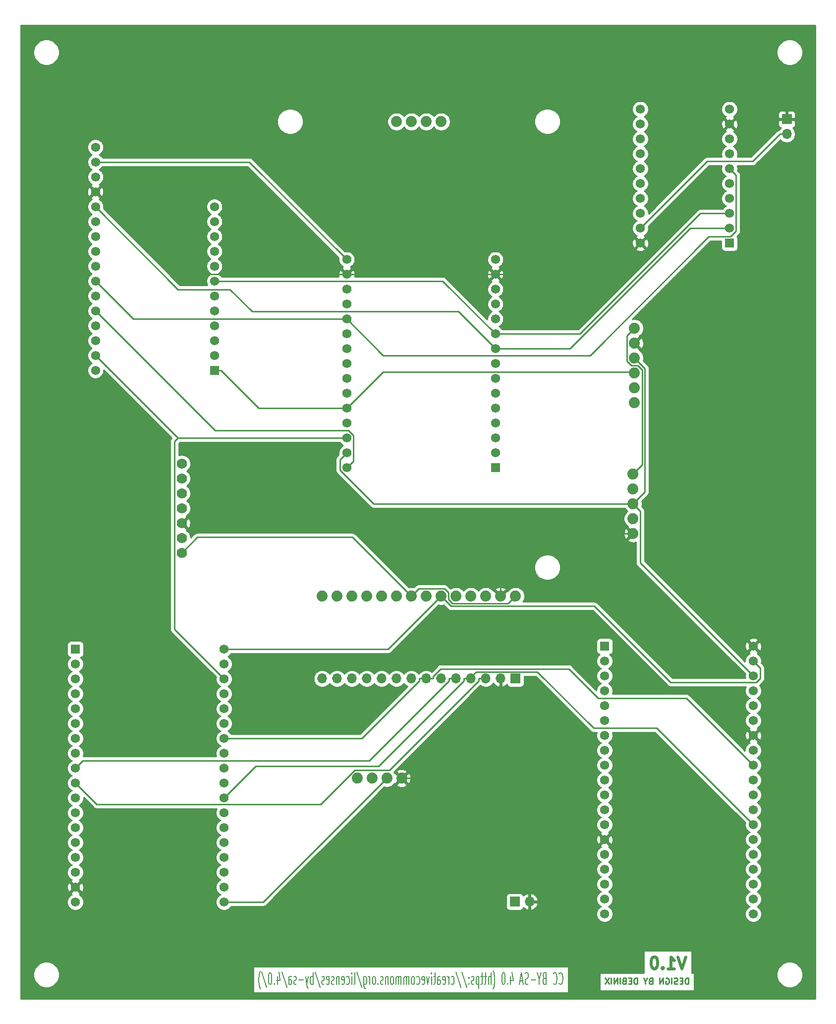
<source format=gbl>
G04 #@! TF.GenerationSoftware,KiCad,Pcbnew,5.99.0+really5.1.10+dfsg1-1*
G04 #@! TF.CreationDate,2021-09-08T20:42:20+02:00*
G04 #@! TF.ProjectId,esp32-adapter,65737033-322d-4616-9461-707465722e6b,1.0*
G04 #@! TF.SameCoordinates,Original*
G04 #@! TF.FileFunction,Copper,L2,Bot*
G04 #@! TF.FilePolarity,Positive*
%FSLAX46Y46*%
G04 Gerber Fmt 4.6, Leading zero omitted, Abs format (unit mm)*
G04 Created by KiCad (PCBNEW 5.99.0+really5.1.10+dfsg1-1) date 2021-09-08 20:42:20*
%MOMM*%
%LPD*%
G01*
G04 APERTURE LIST*
G04 #@! TA.AperFunction,NonConductor*
%ADD10C,0.200000*%
G04 #@! TD*
G04 #@! TA.AperFunction,NonConductor*
%ADD11C,0.250000*%
G04 #@! TD*
G04 #@! TA.AperFunction,NonConductor*
%ADD12C,0.500000*%
G04 #@! TD*
G04 #@! TA.AperFunction,ComponentPad*
%ADD13C,1.879600*%
G04 #@! TD*
G04 #@! TA.AperFunction,ComponentPad*
%ADD14O,1.700000X1.700000*%
G04 #@! TD*
G04 #@! TA.AperFunction,ComponentPad*
%ADD15R,1.700000X1.700000*%
G04 #@! TD*
G04 #@! TA.AperFunction,ComponentPad*
%ADD16C,1.778000*%
G04 #@! TD*
G04 #@! TA.AperFunction,ComponentPad*
%ADD17C,1.560000*%
G04 #@! TD*
G04 #@! TA.AperFunction,ComponentPad*
%ADD18R,1.560000X1.560000*%
G04 #@! TD*
G04 #@! TA.AperFunction,Conductor*
%ADD19C,0.250000*%
G04 #@! TD*
G04 #@! TA.AperFunction,Conductor*
%ADD20C,0.254000*%
G04 #@! TD*
G04 #@! TA.AperFunction,Conductor*
%ADD21C,0.100000*%
G04 #@! TD*
G04 APERTURE END LIST*
D10*
X128250952Y-189690285D02*
X128298571Y-189785523D01*
X128441428Y-189880761D01*
X128536666Y-189880761D01*
X128679523Y-189785523D01*
X128774761Y-189595047D01*
X128822380Y-189404571D01*
X128870000Y-189023619D01*
X128870000Y-188737904D01*
X128822380Y-188356952D01*
X128774761Y-188166476D01*
X128679523Y-187976000D01*
X128536666Y-187880761D01*
X128441428Y-187880761D01*
X128298571Y-187976000D01*
X128250952Y-188071238D01*
X127250952Y-189690285D02*
X127298571Y-189785523D01*
X127441428Y-189880761D01*
X127536666Y-189880761D01*
X127679523Y-189785523D01*
X127774761Y-189595047D01*
X127822380Y-189404571D01*
X127870000Y-189023619D01*
X127870000Y-188737904D01*
X127822380Y-188356952D01*
X127774761Y-188166476D01*
X127679523Y-187976000D01*
X127536666Y-187880761D01*
X127441428Y-187880761D01*
X127298571Y-187976000D01*
X127250952Y-188071238D01*
X125727142Y-188833142D02*
X125584285Y-188928380D01*
X125536666Y-189023619D01*
X125489047Y-189214095D01*
X125489047Y-189499809D01*
X125536666Y-189690285D01*
X125584285Y-189785523D01*
X125679523Y-189880761D01*
X126060476Y-189880761D01*
X126060476Y-187880761D01*
X125727142Y-187880761D01*
X125631904Y-187976000D01*
X125584285Y-188071238D01*
X125536666Y-188261714D01*
X125536666Y-188452190D01*
X125584285Y-188642666D01*
X125631904Y-188737904D01*
X125727142Y-188833142D01*
X126060476Y-188833142D01*
X124870000Y-188928380D02*
X124870000Y-189880761D01*
X125203333Y-187880761D02*
X124870000Y-188928380D01*
X124536666Y-187880761D01*
X124203333Y-189118857D02*
X123441428Y-189118857D01*
X123012857Y-189785523D02*
X122870000Y-189880761D01*
X122631904Y-189880761D01*
X122536666Y-189785523D01*
X122489047Y-189690285D01*
X122441428Y-189499809D01*
X122441428Y-189309333D01*
X122489047Y-189118857D01*
X122536666Y-189023619D01*
X122631904Y-188928380D01*
X122822380Y-188833142D01*
X122917619Y-188737904D01*
X122965238Y-188642666D01*
X123012857Y-188452190D01*
X123012857Y-188261714D01*
X122965238Y-188071238D01*
X122917619Y-187976000D01*
X122822380Y-187880761D01*
X122584285Y-187880761D01*
X122441428Y-187976000D01*
X122060476Y-189309333D02*
X121584285Y-189309333D01*
X122155714Y-189880761D02*
X121822380Y-187880761D01*
X121489047Y-189880761D01*
X119965238Y-188547428D02*
X119965238Y-189880761D01*
X120203333Y-187785523D02*
X120441428Y-189214095D01*
X119822380Y-189214095D01*
X119441428Y-189690285D02*
X119393809Y-189785523D01*
X119441428Y-189880761D01*
X119489047Y-189785523D01*
X119441428Y-189690285D01*
X119441428Y-189880761D01*
X118774761Y-187880761D02*
X118679523Y-187880761D01*
X118584285Y-187976000D01*
X118536666Y-188071238D01*
X118489047Y-188261714D01*
X118441428Y-188642666D01*
X118441428Y-189118857D01*
X118489047Y-189499809D01*
X118536666Y-189690285D01*
X118584285Y-189785523D01*
X118679523Y-189880761D01*
X118774761Y-189880761D01*
X118870000Y-189785523D01*
X118917619Y-189690285D01*
X118965238Y-189499809D01*
X119012857Y-189118857D01*
X119012857Y-188642666D01*
X118965238Y-188261714D01*
X118917619Y-188071238D01*
X118870000Y-187976000D01*
X118774761Y-187880761D01*
X116965238Y-190642666D02*
X117012857Y-190547428D01*
X117108095Y-190261714D01*
X117155714Y-190071238D01*
X117203333Y-189785523D01*
X117250952Y-189309333D01*
X117250952Y-188928380D01*
X117203333Y-188452190D01*
X117155714Y-188166476D01*
X117108095Y-187976000D01*
X117012857Y-187690285D01*
X116965238Y-187595047D01*
X116584285Y-189880761D02*
X116584285Y-187880761D01*
X116155714Y-189880761D02*
X116155714Y-188833142D01*
X116203333Y-188642666D01*
X116298571Y-188547428D01*
X116441428Y-188547428D01*
X116536666Y-188642666D01*
X116584285Y-188737904D01*
X115822380Y-188547428D02*
X115441428Y-188547428D01*
X115679523Y-187880761D02*
X115679523Y-189595047D01*
X115631904Y-189785523D01*
X115536666Y-189880761D01*
X115441428Y-189880761D01*
X115250952Y-188547428D02*
X114870000Y-188547428D01*
X115108095Y-187880761D02*
X115108095Y-189595047D01*
X115060476Y-189785523D01*
X114965238Y-189880761D01*
X114870000Y-189880761D01*
X114536666Y-188547428D02*
X114536666Y-190547428D01*
X114536666Y-188642666D02*
X114441428Y-188547428D01*
X114250952Y-188547428D01*
X114155714Y-188642666D01*
X114108095Y-188737904D01*
X114060476Y-188928380D01*
X114060476Y-189499809D01*
X114108095Y-189690285D01*
X114155714Y-189785523D01*
X114250952Y-189880761D01*
X114441428Y-189880761D01*
X114536666Y-189785523D01*
X113679523Y-189785523D02*
X113584285Y-189880761D01*
X113393809Y-189880761D01*
X113298571Y-189785523D01*
X113250952Y-189595047D01*
X113250952Y-189499809D01*
X113298571Y-189309333D01*
X113393809Y-189214095D01*
X113536666Y-189214095D01*
X113631904Y-189118857D01*
X113679523Y-188928380D01*
X113679523Y-188833142D01*
X113631904Y-188642666D01*
X113536666Y-188547428D01*
X113393809Y-188547428D01*
X113298571Y-188642666D01*
X112822380Y-189690285D02*
X112774761Y-189785523D01*
X112822380Y-189880761D01*
X112870000Y-189785523D01*
X112822380Y-189690285D01*
X112822380Y-189880761D01*
X112822380Y-188642666D02*
X112774761Y-188737904D01*
X112822380Y-188833142D01*
X112870000Y-188737904D01*
X112822380Y-188642666D01*
X112822380Y-188833142D01*
X111631904Y-187785523D02*
X112489047Y-190356952D01*
X110584285Y-187785523D02*
X111441428Y-190356952D01*
X109822380Y-189785523D02*
X109917619Y-189880761D01*
X110108095Y-189880761D01*
X110203333Y-189785523D01*
X110250952Y-189690285D01*
X110298571Y-189499809D01*
X110298571Y-188928380D01*
X110250952Y-188737904D01*
X110203333Y-188642666D01*
X110108095Y-188547428D01*
X109917619Y-188547428D01*
X109822380Y-188642666D01*
X109393809Y-189880761D02*
X109393809Y-188547428D01*
X109393809Y-188928380D02*
X109346190Y-188737904D01*
X109298571Y-188642666D01*
X109203333Y-188547428D01*
X109108095Y-188547428D01*
X108393809Y-189785523D02*
X108489047Y-189880761D01*
X108679523Y-189880761D01*
X108774761Y-189785523D01*
X108822380Y-189595047D01*
X108822380Y-188833142D01*
X108774761Y-188642666D01*
X108679523Y-188547428D01*
X108489047Y-188547428D01*
X108393809Y-188642666D01*
X108346190Y-188833142D01*
X108346190Y-189023619D01*
X108822380Y-189214095D01*
X107489047Y-189880761D02*
X107489047Y-188833142D01*
X107536666Y-188642666D01*
X107631904Y-188547428D01*
X107822380Y-188547428D01*
X107917619Y-188642666D01*
X107489047Y-189785523D02*
X107584285Y-189880761D01*
X107822380Y-189880761D01*
X107917619Y-189785523D01*
X107965238Y-189595047D01*
X107965238Y-189404571D01*
X107917619Y-189214095D01*
X107822380Y-189118857D01*
X107584285Y-189118857D01*
X107489047Y-189023619D01*
X107155714Y-188547428D02*
X106774761Y-188547428D01*
X107012857Y-187880761D02*
X107012857Y-189595047D01*
X106965238Y-189785523D01*
X106870000Y-189880761D01*
X106774761Y-189880761D01*
X106441428Y-189880761D02*
X106441428Y-188547428D01*
X106441428Y-187880761D02*
X106489047Y-187976000D01*
X106441428Y-188071238D01*
X106393809Y-187976000D01*
X106441428Y-187880761D01*
X106441428Y-188071238D01*
X106060476Y-188547428D02*
X105822380Y-189880761D01*
X105584285Y-188547428D01*
X104822380Y-189785523D02*
X104917619Y-189880761D01*
X105108095Y-189880761D01*
X105203333Y-189785523D01*
X105250952Y-189595047D01*
X105250952Y-188833142D01*
X105203333Y-188642666D01*
X105108095Y-188547428D01*
X104917619Y-188547428D01*
X104822380Y-188642666D01*
X104774761Y-188833142D01*
X104774761Y-189023619D01*
X105250952Y-189214095D01*
X103917619Y-189785523D02*
X104012857Y-189880761D01*
X104203333Y-189880761D01*
X104298571Y-189785523D01*
X104346190Y-189690285D01*
X104393809Y-189499809D01*
X104393809Y-188928380D01*
X104346190Y-188737904D01*
X104298571Y-188642666D01*
X104203333Y-188547428D01*
X104012857Y-188547428D01*
X103917619Y-188642666D01*
X103346190Y-189880761D02*
X103441428Y-189785523D01*
X103489047Y-189690285D01*
X103536666Y-189499809D01*
X103536666Y-188928380D01*
X103489047Y-188737904D01*
X103441428Y-188642666D01*
X103346190Y-188547428D01*
X103203333Y-188547428D01*
X103108095Y-188642666D01*
X103060476Y-188737904D01*
X103012857Y-188928380D01*
X103012857Y-189499809D01*
X103060476Y-189690285D01*
X103108095Y-189785523D01*
X103203333Y-189880761D01*
X103346190Y-189880761D01*
X102584285Y-189880761D02*
X102584285Y-188547428D01*
X102584285Y-188737904D02*
X102536666Y-188642666D01*
X102441428Y-188547428D01*
X102298571Y-188547428D01*
X102203333Y-188642666D01*
X102155714Y-188833142D01*
X102155714Y-189880761D01*
X102155714Y-188833142D02*
X102108095Y-188642666D01*
X102012857Y-188547428D01*
X101870000Y-188547428D01*
X101774761Y-188642666D01*
X101727142Y-188833142D01*
X101727142Y-189880761D01*
X101250952Y-189880761D02*
X101250952Y-188547428D01*
X101250952Y-188737904D02*
X101203333Y-188642666D01*
X101108095Y-188547428D01*
X100965238Y-188547428D01*
X100870000Y-188642666D01*
X100822380Y-188833142D01*
X100822380Y-189880761D01*
X100822380Y-188833142D02*
X100774761Y-188642666D01*
X100679523Y-188547428D01*
X100536666Y-188547428D01*
X100441428Y-188642666D01*
X100393809Y-188833142D01*
X100393809Y-189880761D01*
X99774761Y-189880761D02*
X99870000Y-189785523D01*
X99917619Y-189690285D01*
X99965238Y-189499809D01*
X99965238Y-188928380D01*
X99917619Y-188737904D01*
X99870000Y-188642666D01*
X99774761Y-188547428D01*
X99631904Y-188547428D01*
X99536666Y-188642666D01*
X99489047Y-188737904D01*
X99441428Y-188928380D01*
X99441428Y-189499809D01*
X99489047Y-189690285D01*
X99536666Y-189785523D01*
X99631904Y-189880761D01*
X99774761Y-189880761D01*
X99012857Y-188547428D02*
X99012857Y-189880761D01*
X99012857Y-188737904D02*
X98965238Y-188642666D01*
X98870000Y-188547428D01*
X98727142Y-188547428D01*
X98631904Y-188642666D01*
X98584285Y-188833142D01*
X98584285Y-189880761D01*
X98155714Y-189785523D02*
X98060476Y-189880761D01*
X97870000Y-189880761D01*
X97774761Y-189785523D01*
X97727142Y-189595047D01*
X97727142Y-189499809D01*
X97774761Y-189309333D01*
X97870000Y-189214095D01*
X98012857Y-189214095D01*
X98108095Y-189118857D01*
X98155714Y-188928380D01*
X98155714Y-188833142D01*
X98108095Y-188642666D01*
X98012857Y-188547428D01*
X97870000Y-188547428D01*
X97774761Y-188642666D01*
X97298571Y-189690285D02*
X97250952Y-189785523D01*
X97298571Y-189880761D01*
X97346190Y-189785523D01*
X97298571Y-189690285D01*
X97298571Y-189880761D01*
X96679523Y-189880761D02*
X96774761Y-189785523D01*
X96822380Y-189690285D01*
X96870000Y-189499809D01*
X96870000Y-188928380D01*
X96822380Y-188737904D01*
X96774761Y-188642666D01*
X96679523Y-188547428D01*
X96536666Y-188547428D01*
X96441428Y-188642666D01*
X96393809Y-188737904D01*
X96346190Y-188928380D01*
X96346190Y-189499809D01*
X96393809Y-189690285D01*
X96441428Y-189785523D01*
X96536666Y-189880761D01*
X96679523Y-189880761D01*
X95917619Y-189880761D02*
X95917619Y-188547428D01*
X95917619Y-188928380D02*
X95870000Y-188737904D01*
X95822380Y-188642666D01*
X95727142Y-188547428D01*
X95631904Y-188547428D01*
X94870000Y-188547428D02*
X94870000Y-190166476D01*
X94917619Y-190356952D01*
X94965238Y-190452190D01*
X95060476Y-190547428D01*
X95203333Y-190547428D01*
X95298571Y-190452190D01*
X94870000Y-189785523D02*
X94965238Y-189880761D01*
X95155714Y-189880761D01*
X95250952Y-189785523D01*
X95298571Y-189690285D01*
X95346190Y-189499809D01*
X95346190Y-188928380D01*
X95298571Y-188737904D01*
X95250952Y-188642666D01*
X95155714Y-188547428D01*
X94965238Y-188547428D01*
X94870000Y-188642666D01*
X93679523Y-187785523D02*
X94536666Y-190356952D01*
X93203333Y-189880761D02*
X93298571Y-189785523D01*
X93346190Y-189595047D01*
X93346190Y-187880761D01*
X92822380Y-189880761D02*
X92822380Y-188547428D01*
X92822380Y-187880761D02*
X92870000Y-187976000D01*
X92822380Y-188071238D01*
X92774761Y-187976000D01*
X92822380Y-187880761D01*
X92822380Y-188071238D01*
X91917619Y-189785523D02*
X92012857Y-189880761D01*
X92203333Y-189880761D01*
X92298571Y-189785523D01*
X92346190Y-189690285D01*
X92393809Y-189499809D01*
X92393809Y-188928380D01*
X92346190Y-188737904D01*
X92298571Y-188642666D01*
X92203333Y-188547428D01*
X92012857Y-188547428D01*
X91917619Y-188642666D01*
X91108095Y-189785523D02*
X91203333Y-189880761D01*
X91393809Y-189880761D01*
X91489047Y-189785523D01*
X91536666Y-189595047D01*
X91536666Y-188833142D01*
X91489047Y-188642666D01*
X91393809Y-188547428D01*
X91203333Y-188547428D01*
X91108095Y-188642666D01*
X91060476Y-188833142D01*
X91060476Y-189023619D01*
X91536666Y-189214095D01*
X90631904Y-188547428D02*
X90631904Y-189880761D01*
X90631904Y-188737904D02*
X90584285Y-188642666D01*
X90489047Y-188547428D01*
X90346190Y-188547428D01*
X90250952Y-188642666D01*
X90203333Y-188833142D01*
X90203333Y-189880761D01*
X89774761Y-189785523D02*
X89679523Y-189880761D01*
X89489047Y-189880761D01*
X89393809Y-189785523D01*
X89346190Y-189595047D01*
X89346190Y-189499809D01*
X89393809Y-189309333D01*
X89489047Y-189214095D01*
X89631904Y-189214095D01*
X89727142Y-189118857D01*
X89774761Y-188928380D01*
X89774761Y-188833142D01*
X89727142Y-188642666D01*
X89631904Y-188547428D01*
X89489047Y-188547428D01*
X89393809Y-188642666D01*
X88536666Y-189785523D02*
X88631904Y-189880761D01*
X88822380Y-189880761D01*
X88917619Y-189785523D01*
X88965238Y-189595047D01*
X88965238Y-188833142D01*
X88917619Y-188642666D01*
X88822380Y-188547428D01*
X88631904Y-188547428D01*
X88536666Y-188642666D01*
X88489047Y-188833142D01*
X88489047Y-189023619D01*
X88965238Y-189214095D01*
X88108095Y-189785523D02*
X88012857Y-189880761D01*
X87822380Y-189880761D01*
X87727142Y-189785523D01*
X87679523Y-189595047D01*
X87679523Y-189499809D01*
X87727142Y-189309333D01*
X87822380Y-189214095D01*
X87965238Y-189214095D01*
X88060476Y-189118857D01*
X88108095Y-188928380D01*
X88108095Y-188833142D01*
X88060476Y-188642666D01*
X87965238Y-188547428D01*
X87822380Y-188547428D01*
X87727142Y-188642666D01*
X86536666Y-187785523D02*
X87393809Y-190356952D01*
X86203333Y-189880761D02*
X86203333Y-187880761D01*
X86203333Y-188642666D02*
X86108095Y-188547428D01*
X85917619Y-188547428D01*
X85822380Y-188642666D01*
X85774761Y-188737904D01*
X85727142Y-188928380D01*
X85727142Y-189499809D01*
X85774761Y-189690285D01*
X85822380Y-189785523D01*
X85917619Y-189880761D01*
X86108095Y-189880761D01*
X86203333Y-189785523D01*
X85393809Y-188547428D02*
X85155714Y-189880761D01*
X84917619Y-188547428D02*
X85155714Y-189880761D01*
X85250952Y-190356952D01*
X85298571Y-190452190D01*
X85393809Y-190547428D01*
X84536666Y-189118857D02*
X83774761Y-189118857D01*
X83346190Y-189785523D02*
X83250952Y-189880761D01*
X83060476Y-189880761D01*
X82965238Y-189785523D01*
X82917619Y-189595047D01*
X82917619Y-189499809D01*
X82965238Y-189309333D01*
X83060476Y-189214095D01*
X83203333Y-189214095D01*
X83298571Y-189118857D01*
X83346190Y-188928380D01*
X83346190Y-188833142D01*
X83298571Y-188642666D01*
X83203333Y-188547428D01*
X83060476Y-188547428D01*
X82965238Y-188642666D01*
X82060476Y-189880761D02*
X82060476Y-188833142D01*
X82108095Y-188642666D01*
X82203333Y-188547428D01*
X82393809Y-188547428D01*
X82489047Y-188642666D01*
X82060476Y-189785523D02*
X82155714Y-189880761D01*
X82393809Y-189880761D01*
X82489047Y-189785523D01*
X82536666Y-189595047D01*
X82536666Y-189404571D01*
X82489047Y-189214095D01*
X82393809Y-189118857D01*
X82155714Y-189118857D01*
X82060476Y-189023619D01*
X80870000Y-187785523D02*
X81727142Y-190356952D01*
X80108095Y-188547428D02*
X80108095Y-189880761D01*
X80346190Y-187785523D02*
X80584285Y-189214095D01*
X79965238Y-189214095D01*
X79584285Y-189690285D02*
X79536666Y-189785523D01*
X79584285Y-189880761D01*
X79631904Y-189785523D01*
X79584285Y-189690285D01*
X79584285Y-189880761D01*
X78917619Y-187880761D02*
X78822380Y-187880761D01*
X78727142Y-187976000D01*
X78679523Y-188071238D01*
X78631904Y-188261714D01*
X78584285Y-188642666D01*
X78584285Y-189118857D01*
X78631904Y-189499809D01*
X78679523Y-189690285D01*
X78727142Y-189785523D01*
X78822380Y-189880761D01*
X78917619Y-189880761D01*
X79012857Y-189785523D01*
X79060476Y-189690285D01*
X79108095Y-189499809D01*
X79155714Y-189118857D01*
X79155714Y-188642666D01*
X79108095Y-188261714D01*
X79060476Y-188071238D01*
X79012857Y-187976000D01*
X78917619Y-187880761D01*
X77441428Y-187785523D02*
X78298571Y-190356952D01*
X77203333Y-190642666D02*
X77155714Y-190547428D01*
X77060476Y-190261714D01*
X77012857Y-190071238D01*
X76965238Y-189785523D01*
X76917619Y-189309333D01*
X76917619Y-188928380D01*
X76965238Y-188452190D01*
X77012857Y-188166476D01*
X77060476Y-187976000D01*
X77155714Y-187690285D01*
X77203333Y-187595047D01*
D11*
X150327428Y-189809380D02*
X150327428Y-188809380D01*
X150089333Y-188809380D01*
X149946476Y-188857000D01*
X149851238Y-188952238D01*
X149803619Y-189047476D01*
X149756000Y-189237952D01*
X149756000Y-189380809D01*
X149803619Y-189571285D01*
X149851238Y-189666523D01*
X149946476Y-189761761D01*
X150089333Y-189809380D01*
X150327428Y-189809380D01*
X149327428Y-189285571D02*
X148994095Y-189285571D01*
X148851238Y-189809380D02*
X149327428Y-189809380D01*
X149327428Y-188809380D01*
X148851238Y-188809380D01*
X148470285Y-189761761D02*
X148327428Y-189809380D01*
X148089333Y-189809380D01*
X147994095Y-189761761D01*
X147946476Y-189714142D01*
X147898857Y-189618904D01*
X147898857Y-189523666D01*
X147946476Y-189428428D01*
X147994095Y-189380809D01*
X148089333Y-189333190D01*
X148279809Y-189285571D01*
X148375047Y-189237952D01*
X148422666Y-189190333D01*
X148470285Y-189095095D01*
X148470285Y-188999857D01*
X148422666Y-188904619D01*
X148375047Y-188857000D01*
X148279809Y-188809380D01*
X148041714Y-188809380D01*
X147898857Y-188857000D01*
X147470285Y-189809380D02*
X147470285Y-188809380D01*
X146470285Y-188857000D02*
X146565523Y-188809380D01*
X146708380Y-188809380D01*
X146851238Y-188857000D01*
X146946476Y-188952238D01*
X146994095Y-189047476D01*
X147041714Y-189237952D01*
X147041714Y-189380809D01*
X146994095Y-189571285D01*
X146946476Y-189666523D01*
X146851238Y-189761761D01*
X146708380Y-189809380D01*
X146613142Y-189809380D01*
X146470285Y-189761761D01*
X146422666Y-189714142D01*
X146422666Y-189380809D01*
X146613142Y-189380809D01*
X145994095Y-189809380D02*
X145994095Y-188809380D01*
X145422666Y-189809380D01*
X145422666Y-188809380D01*
X143851238Y-189285571D02*
X143708380Y-189333190D01*
X143660761Y-189380809D01*
X143613142Y-189476047D01*
X143613142Y-189618904D01*
X143660761Y-189714142D01*
X143708380Y-189761761D01*
X143803619Y-189809380D01*
X144184571Y-189809380D01*
X144184571Y-188809380D01*
X143851238Y-188809380D01*
X143756000Y-188857000D01*
X143708380Y-188904619D01*
X143660761Y-188999857D01*
X143660761Y-189095095D01*
X143708380Y-189190333D01*
X143756000Y-189237952D01*
X143851238Y-189285571D01*
X144184571Y-189285571D01*
X142994095Y-189333190D02*
X142994095Y-189809380D01*
X143327428Y-188809380D02*
X142994095Y-189333190D01*
X142660761Y-188809380D01*
X141565523Y-189809380D02*
X141565523Y-188809380D01*
X141327428Y-188809380D01*
X141184571Y-188857000D01*
X141089333Y-188952238D01*
X141041714Y-189047476D01*
X140994095Y-189237952D01*
X140994095Y-189380809D01*
X141041714Y-189571285D01*
X141089333Y-189666523D01*
X141184571Y-189761761D01*
X141327428Y-189809380D01*
X141565523Y-189809380D01*
X140565523Y-189285571D02*
X140232190Y-189285571D01*
X140089333Y-189809380D02*
X140565523Y-189809380D01*
X140565523Y-188809380D01*
X140089333Y-188809380D01*
X139327428Y-189285571D02*
X139184571Y-189333190D01*
X139136952Y-189380809D01*
X139089333Y-189476047D01*
X139089333Y-189618904D01*
X139136952Y-189714142D01*
X139184571Y-189761761D01*
X139279809Y-189809380D01*
X139660761Y-189809380D01*
X139660761Y-188809380D01*
X139327428Y-188809380D01*
X139232190Y-188857000D01*
X139184571Y-188904619D01*
X139136952Y-188999857D01*
X139136952Y-189095095D01*
X139184571Y-189190333D01*
X139232190Y-189237952D01*
X139327428Y-189285571D01*
X139660761Y-189285571D01*
X138660761Y-189809380D02*
X138660761Y-188809380D01*
X138184571Y-189809380D02*
X138184571Y-188809380D01*
X137613142Y-189809380D01*
X137613142Y-188809380D01*
X137136952Y-189809380D02*
X137136952Y-188809380D01*
X136756000Y-188809380D02*
X136089333Y-189809380D01*
X136089333Y-188809380D02*
X136756000Y-189809380D01*
D12*
X149859619Y-185213761D02*
X149192952Y-187213761D01*
X148526285Y-185213761D01*
X146812000Y-187213761D02*
X147954857Y-187213761D01*
X147383428Y-187213761D02*
X147383428Y-185213761D01*
X147573904Y-185499476D01*
X147764380Y-185689952D01*
X147954857Y-185785190D01*
X145954857Y-187023285D02*
X145859619Y-187118523D01*
X145954857Y-187213761D01*
X146050095Y-187118523D01*
X145954857Y-187023285D01*
X145954857Y-187213761D01*
X144621523Y-185213761D02*
X144431047Y-185213761D01*
X144240571Y-185309000D01*
X144145333Y-185404238D01*
X144050095Y-185594714D01*
X143954857Y-185975666D01*
X143954857Y-186451857D01*
X144050095Y-186832809D01*
X144145333Y-187023285D01*
X144240571Y-187118523D01*
X144431047Y-187213761D01*
X144621523Y-187213761D01*
X144812000Y-187118523D01*
X144907238Y-187023285D01*
X145002476Y-186832809D01*
X145097714Y-186451857D01*
X145097714Y-185975666D01*
X145002476Y-185594714D01*
X144907238Y-185404238D01*
X144812000Y-185309000D01*
X144621523Y-185213761D01*
D13*
X141097000Y-77851000D03*
X141097000Y-80391000D03*
X141097000Y-82931000D03*
X141097000Y-85471000D03*
X141097000Y-88011000D03*
X141097000Y-90551000D03*
D14*
X87757000Y-137668000D03*
X90297000Y-137668000D03*
X92837000Y-137668000D03*
X95377000Y-137668000D03*
X97917000Y-137668000D03*
X100457000Y-137668000D03*
X102997000Y-137668000D03*
X105537000Y-137668000D03*
X108077000Y-137668000D03*
X110617000Y-137668000D03*
X113157000Y-137668000D03*
X115697000Y-137668000D03*
X118237000Y-137668000D03*
D15*
X120777000Y-137668000D03*
D16*
X63754000Y-116205000D03*
X63754000Y-113665000D03*
X63754000Y-111125000D03*
X63754000Y-108585000D03*
X63754000Y-106045000D03*
X63754000Y-103505000D03*
X63754000Y-100965000D03*
D13*
X140843000Y-107823000D03*
X140843000Y-105283000D03*
X140843000Y-102743000D03*
X140843000Y-110363000D03*
X140843000Y-112903000D03*
X101346000Y-154686000D03*
X98806000Y-154686000D03*
X96266000Y-154686000D03*
X93726000Y-154686000D03*
D17*
X142113000Y-40461000D03*
X142113000Y-43001000D03*
X142113000Y-45541000D03*
X142113000Y-48081000D03*
X142113000Y-50621000D03*
X142113000Y-53161000D03*
X142113000Y-55701000D03*
X142113000Y-58241000D03*
X142113000Y-60781000D03*
X142113000Y-63321000D03*
X157353000Y-40461000D03*
X157353000Y-43001000D03*
X157353000Y-45541000D03*
X157353000Y-48081000D03*
X157353000Y-50621000D03*
X157353000Y-53161000D03*
X157353000Y-55701000D03*
X157353000Y-58241000D03*
X157353000Y-60781000D03*
D18*
X157353000Y-63321000D03*
D15*
X120650000Y-175768000D03*
D14*
X123190000Y-175768000D03*
X167132000Y-44704000D03*
D15*
X167132000Y-42164000D03*
D17*
X49022000Y-46938000D03*
X49022000Y-49478000D03*
X49022000Y-52018000D03*
X49022000Y-54558000D03*
X49022000Y-57098000D03*
X49022000Y-59638000D03*
X49022000Y-62178000D03*
X49022000Y-64718000D03*
X49022000Y-67258000D03*
X49022000Y-69798000D03*
X49022000Y-72338000D03*
X49022000Y-74878000D03*
X49022000Y-77418000D03*
X49022000Y-79958000D03*
X49022000Y-82498000D03*
X49022000Y-85038000D03*
X69342000Y-57098000D03*
X69342000Y-59638000D03*
X69342000Y-62178000D03*
X69342000Y-64718000D03*
X69342000Y-67258000D03*
X69342000Y-69798000D03*
X69342000Y-72338000D03*
X69342000Y-74878000D03*
X69342000Y-77418000D03*
X69342000Y-79958000D03*
X69342000Y-82498000D03*
D18*
X69342000Y-85038000D03*
X136017000Y-132132000D03*
D17*
X136017000Y-134672000D03*
X136017000Y-177852000D03*
X136017000Y-137212000D03*
X136017000Y-139752000D03*
X136017000Y-142292000D03*
X136017000Y-144832000D03*
X136017000Y-147372000D03*
X136017000Y-149912000D03*
X136017000Y-152452000D03*
X136017000Y-154992000D03*
X136017000Y-157532000D03*
X136017000Y-160072000D03*
X136017000Y-162612000D03*
X136017000Y-165152000D03*
X136017000Y-167692000D03*
X136017000Y-170232000D03*
X136017000Y-172772000D03*
X136017000Y-175312000D03*
X161417000Y-132132000D03*
X161417000Y-134672000D03*
X161417000Y-137212000D03*
X161417000Y-139752000D03*
X161417000Y-142292000D03*
X161417000Y-144832000D03*
X161417000Y-147372000D03*
X161417000Y-149912000D03*
X161417000Y-152452000D03*
X161417000Y-154992000D03*
X161417000Y-157532000D03*
X161417000Y-160072000D03*
X161417000Y-162612000D03*
X161417000Y-165152000D03*
X161417000Y-167692000D03*
X161417000Y-170232000D03*
X161417000Y-172772000D03*
X161417000Y-175312000D03*
X161417000Y-177852000D03*
X91948000Y-66115000D03*
X91948000Y-68655000D03*
X91948000Y-71195000D03*
X91948000Y-73735000D03*
X91948000Y-76275000D03*
X91948000Y-78815000D03*
X91948000Y-81355000D03*
X91948000Y-83895000D03*
X91948000Y-86435000D03*
X91948000Y-88975000D03*
X91948000Y-91515000D03*
X91948000Y-94055000D03*
X91948000Y-96595000D03*
X91948000Y-99135000D03*
X91948000Y-101675000D03*
X117348000Y-66115000D03*
X117348000Y-68655000D03*
X117348000Y-71195000D03*
X117348000Y-73735000D03*
X117348000Y-76275000D03*
X117348000Y-78815000D03*
X117348000Y-81355000D03*
X117348000Y-83895000D03*
X117348000Y-86435000D03*
X117348000Y-88975000D03*
X117348000Y-91515000D03*
X117348000Y-94055000D03*
X117348000Y-96595000D03*
X117348000Y-99135000D03*
D18*
X117348000Y-101675000D03*
D17*
X70993000Y-168200000D03*
X70993000Y-165660000D03*
X70993000Y-163120000D03*
X70993000Y-160580000D03*
X70993000Y-158040000D03*
X70993000Y-155500000D03*
X70993000Y-152960000D03*
X70993000Y-150420000D03*
X70993000Y-147880000D03*
X70993000Y-145340000D03*
X70993000Y-142800000D03*
X70993000Y-140260000D03*
X70993000Y-137720000D03*
X70993000Y-135180000D03*
X70993000Y-132640000D03*
X45593000Y-168200000D03*
X45593000Y-165660000D03*
X45593000Y-163120000D03*
X45593000Y-160580000D03*
X45593000Y-158040000D03*
X45593000Y-155500000D03*
X45593000Y-152960000D03*
X45593000Y-150420000D03*
X45593000Y-147880000D03*
X45593000Y-145340000D03*
X45593000Y-142800000D03*
X45593000Y-140260000D03*
X45593000Y-137720000D03*
X45593000Y-135180000D03*
D18*
X45593000Y-132640000D03*
D17*
X45593000Y-170740000D03*
X45593000Y-175820000D03*
X45593000Y-173280000D03*
X70993000Y-170740000D03*
X70993000Y-175820000D03*
X70993000Y-173280000D03*
D13*
X108077000Y-123591320D03*
X110617000Y-123591320D03*
X113157000Y-123591320D03*
X115697000Y-123591320D03*
X118237000Y-123591320D03*
X120777000Y-123591320D03*
X105537000Y-123591320D03*
X102997000Y-123591320D03*
X100457000Y-123591320D03*
X97917000Y-123591320D03*
X95377000Y-123591320D03*
X92837000Y-123591320D03*
X90297000Y-123591320D03*
X87757000Y-123591320D03*
X105537000Y-42565320D03*
X108077000Y-42565320D03*
X102997000Y-42565320D03*
X100457000Y-42565320D03*
D19*
X63119000Y-96595000D02*
X49022000Y-82498000D01*
X91948000Y-96595000D02*
X63119000Y-96595000D01*
X70993000Y-137720000D02*
X62513600Y-129240600D01*
X62513600Y-129240600D02*
X62513600Y-97200400D01*
X62513600Y-97200400D02*
X63119000Y-96595000D01*
X105525500Y-154686000D02*
X105525500Y-156928200D01*
X105525500Y-156928200D02*
X123190000Y-174592700D01*
X118237000Y-138843300D02*
X105525500Y-151554800D01*
X105525500Y-151554800D02*
X105525500Y-154686000D01*
X105525500Y-154686000D02*
X101346000Y-154686000D01*
X123190000Y-175768000D02*
X123190000Y-174592700D01*
X117348000Y-68655000D02*
X136779000Y-68655000D01*
X136779000Y-68655000D02*
X142113000Y-63321000D01*
X91948000Y-68655000D02*
X117348000Y-68655000D01*
X118237000Y-137668000D02*
X118237000Y-138843300D01*
X91948000Y-68655000D02*
X63119000Y-68655000D01*
X63119000Y-68655000D02*
X49022000Y-54558000D01*
X124079000Y-112903000D02*
X140843000Y-112903000D01*
X118237000Y-118745000D02*
X124079000Y-112903000D01*
X118237000Y-123591300D02*
X118237000Y-118745000D01*
X167132000Y-44704000D02*
X165956700Y-44704000D01*
X165956700Y-44704000D02*
X161309700Y-49351000D01*
X161309700Y-49351000D02*
X153543000Y-49351000D01*
X153543000Y-49351000D02*
X142113000Y-60781000D01*
X141097000Y-77851000D02*
X139819500Y-79128500D01*
X139819500Y-79128500D02*
X139819500Y-83456800D01*
X139819500Y-83456800D02*
X140563700Y-84201000D01*
X140563700Y-84201000D02*
X141657200Y-84201000D01*
X141657200Y-84201000D02*
X142415400Y-84959200D01*
X142415400Y-84959200D02*
X142415400Y-101170600D01*
X142415400Y-101170600D02*
X140843000Y-102743000D01*
X98806000Y-154686000D02*
X77672000Y-175820000D01*
X77672000Y-175820000D02*
X70993000Y-175820000D01*
X91948000Y-66115000D02*
X75311000Y-49478000D01*
X75311000Y-49478000D02*
X49022000Y-49478000D01*
X66421000Y-113538000D02*
X63754000Y-116205000D01*
X92943700Y-113538000D02*
X66421000Y-113538000D01*
X104272900Y-122315400D02*
X102997000Y-123591300D01*
X108636900Y-122315400D02*
X104272900Y-122315400D01*
X109347000Y-123025500D02*
X108636900Y-122315400D01*
X109347000Y-124167400D02*
X109347000Y-123025500D01*
X119511900Y-124856400D02*
X110036000Y-124856400D01*
X102997000Y-123591300D02*
X92943700Y-113538000D01*
X110036000Y-124856400D02*
X109347000Y-124167400D01*
X120777000Y-123591300D02*
X119511900Y-124856400D01*
X110617000Y-137668000D02*
X109441700Y-137668000D01*
X109441700Y-137668000D02*
X109441700Y-138035300D01*
X109441700Y-138035300D02*
X95787000Y-151690000D01*
X95787000Y-151690000D02*
X46863000Y-151690000D01*
X46863000Y-151690000D02*
X45593000Y-152960000D01*
X157353000Y-60781000D02*
X150698200Y-60781000D01*
X150698200Y-60781000D02*
X130124200Y-81355000D01*
X130124200Y-81355000D02*
X117348000Y-81355000D01*
X117348000Y-81355000D02*
X110998000Y-75005000D01*
X110998000Y-75005000D02*
X75795400Y-75005000D01*
X75795400Y-75005000D02*
X72018400Y-71228000D01*
X72018400Y-71228000D02*
X63152000Y-71228000D01*
X63152000Y-71228000D02*
X49022000Y-57098000D01*
X112863200Y-137668000D02*
X114038600Y-136492600D01*
X114038600Y-136492600D02*
X124520700Y-136492600D01*
X124520700Y-136492600D02*
X134130100Y-146102000D01*
X134130100Y-146102000D02*
X144907000Y-146102000D01*
X144907000Y-146102000D02*
X161417000Y-162612000D01*
X91948000Y-76275000D02*
X98167400Y-82494400D01*
X98167400Y-82494400D02*
X133516100Y-82494400D01*
X133516100Y-82494400D02*
X153800200Y-62210300D01*
X153800200Y-62210300D02*
X157512200Y-62210300D01*
X157512200Y-62210300D02*
X158468700Y-61253800D01*
X158468700Y-61253800D02*
X158468700Y-51736700D01*
X158468700Y-51736700D02*
X157353000Y-50621000D01*
X49022000Y-69798000D02*
X55499000Y-76275000D01*
X55499000Y-76275000D02*
X91948000Y-76275000D01*
X112863200Y-137668000D02*
X111981700Y-137668000D01*
X113157000Y-137668000D02*
X112863200Y-137668000D01*
X111981700Y-137668000D02*
X111981700Y-138035300D01*
X111981700Y-138035300D02*
X97382100Y-152634900D01*
X97382100Y-152634900D02*
X76398100Y-152634900D01*
X76398100Y-152634900D02*
X70993000Y-158040000D01*
X161417000Y-152452000D02*
X149987000Y-141022000D01*
X149987000Y-141022000D02*
X134911600Y-141022000D01*
X134911600Y-141022000D02*
X129898100Y-136008500D01*
X129898100Y-136008500D02*
X108004300Y-136008500D01*
X108004300Y-136008500D02*
X106712300Y-137300500D01*
X106712300Y-137300500D02*
X106712300Y-137668000D01*
X105537000Y-137668000D02*
X106712300Y-137668000D01*
X104949400Y-137668000D02*
X105537000Y-137668000D01*
X104949400Y-137668000D02*
X104361700Y-137668000D01*
X104361700Y-137668000D02*
X104361700Y-138035300D01*
X104361700Y-138035300D02*
X94517000Y-147880000D01*
X94517000Y-147880000D02*
X70993000Y-147880000D01*
X108077000Y-123591300D02*
X99028300Y-132640000D01*
X99028300Y-132640000D02*
X70993000Y-132640000D01*
X108077000Y-123591300D02*
X109792500Y-125306800D01*
X109792500Y-125306800D02*
X134271800Y-125306800D01*
X134271800Y-125306800D02*
X147289400Y-138324400D01*
X147289400Y-138324400D02*
X161886600Y-138324400D01*
X161886600Y-138324400D02*
X162569700Y-137641300D01*
X162569700Y-137641300D02*
X162569700Y-135824700D01*
X162569700Y-135824700D02*
X161417000Y-134672000D01*
X91948000Y-101675000D02*
X93053400Y-100569600D01*
X93053400Y-100569600D02*
X93053400Y-96129500D01*
X93053400Y-96129500D02*
X92248900Y-95325000D01*
X92248900Y-95325000D02*
X69469000Y-95325000D01*
X69469000Y-95325000D02*
X49022000Y-74878000D01*
X115697000Y-137668000D02*
X114521700Y-137668000D01*
X114521700Y-137668000D02*
X114521700Y-138035300D01*
X114521700Y-138035300D02*
X99246700Y-153310300D01*
X99246700Y-153310300D02*
X93295300Y-153310300D01*
X93295300Y-153310300D02*
X87457600Y-159148000D01*
X87457600Y-159148000D02*
X49241000Y-159148000D01*
X49241000Y-159148000D02*
X45593000Y-155500000D01*
X117348000Y-78815000D02*
X108331000Y-69798000D01*
X108331000Y-69798000D02*
X69342000Y-69798000D01*
X157353000Y-58241000D02*
X152376400Y-58241000D01*
X152376400Y-58241000D02*
X131802400Y-78815000D01*
X131802400Y-78815000D02*
X117348000Y-78815000D01*
X140843000Y-107823000D02*
X142865800Y-105800200D01*
X142865800Y-105800200D02*
X142865800Y-84699800D01*
X142865800Y-84699800D02*
X141097000Y-82931000D01*
X91948000Y-99135000D02*
X90822300Y-100260700D01*
X90822300Y-100260700D02*
X90822300Y-102112400D01*
X90822300Y-102112400D02*
X96532900Y-107823000D01*
X96532900Y-107823000D02*
X140843000Y-107823000D01*
X161417000Y-137212000D02*
X142117800Y-117912800D01*
X142117800Y-117912800D02*
X142117800Y-109097800D01*
X142117800Y-109097800D02*
X140843000Y-107823000D01*
X91948000Y-91515000D02*
X98145000Y-85318000D01*
X98145000Y-85318000D02*
X140944000Y-85318000D01*
X140944000Y-85318000D02*
X141097000Y-85471000D01*
X70447300Y-85038000D02*
X76924300Y-91515000D01*
X76924300Y-91515000D02*
X91948000Y-91515000D01*
X69342000Y-85038000D02*
X70447300Y-85038000D01*
D20*
X172035001Y-192355000D02*
X36245000Y-192355000D01*
X36245000Y-187993872D01*
X38405000Y-187993872D01*
X38405000Y-188434128D01*
X38490890Y-188865925D01*
X38659369Y-189272669D01*
X38903962Y-189638729D01*
X39215271Y-189950038D01*
X39581331Y-190194631D01*
X39988075Y-190363110D01*
X40419872Y-190449000D01*
X40860128Y-190449000D01*
X41291925Y-190363110D01*
X41698669Y-190194631D01*
X42064729Y-189950038D01*
X42376038Y-189638729D01*
X42620631Y-189272669D01*
X42789110Y-188865925D01*
X42875000Y-188434128D01*
X42875000Y-187993872D01*
X42789110Y-187562075D01*
X42620631Y-187155331D01*
X42417284Y-186851000D01*
X75944524Y-186851000D01*
X75944524Y-191321000D01*
X129795476Y-191321000D01*
X129795476Y-187939500D01*
X135186476Y-187939500D01*
X135186476Y-190959500D01*
X151325524Y-190959500D01*
X151325524Y-187993872D01*
X165405000Y-187993872D01*
X165405000Y-188434128D01*
X165490890Y-188865925D01*
X165659369Y-189272669D01*
X165903962Y-189638729D01*
X166215271Y-189950038D01*
X166581331Y-190194631D01*
X166988075Y-190363110D01*
X167419872Y-190449000D01*
X167860128Y-190449000D01*
X168291925Y-190363110D01*
X168698669Y-190194631D01*
X169064729Y-189950038D01*
X169376038Y-189638729D01*
X169620631Y-189272669D01*
X169789110Y-188865925D01*
X169875000Y-188434128D01*
X169875000Y-187993872D01*
X169789110Y-187562075D01*
X169620631Y-187155331D01*
X169376038Y-186789271D01*
X169064729Y-186477962D01*
X168698669Y-186233369D01*
X168291925Y-186064890D01*
X167860128Y-185979000D01*
X167419872Y-185979000D01*
X166988075Y-186064890D01*
X166581331Y-186233369D01*
X166215271Y-186477962D01*
X165903962Y-186789271D01*
X165659369Y-187155331D01*
X165490890Y-187562075D01*
X165405000Y-187993872D01*
X151325524Y-187993872D01*
X151325524Y-187939500D01*
X150935095Y-187939500D01*
X150935095Y-184109000D01*
X142688905Y-184109000D01*
X142688905Y-187939500D01*
X135186476Y-187939500D01*
X129795476Y-187939500D01*
X129795476Y-186851000D01*
X75944524Y-186851000D01*
X42417284Y-186851000D01*
X42376038Y-186789271D01*
X42064729Y-186477962D01*
X41698669Y-186233369D01*
X41291925Y-186064890D01*
X40860128Y-185979000D01*
X40419872Y-185979000D01*
X39988075Y-186064890D01*
X39581331Y-186233369D01*
X39215271Y-186477962D01*
X38903962Y-186789271D01*
X38659369Y-187155331D01*
X38490890Y-187562075D01*
X38405000Y-187993872D01*
X36245000Y-187993872D01*
X36245000Y-175680635D01*
X44178000Y-175680635D01*
X44178000Y-175959365D01*
X44232377Y-176232740D01*
X44339043Y-176490254D01*
X44493897Y-176722010D01*
X44690990Y-176919103D01*
X44922746Y-177073957D01*
X45180260Y-177180623D01*
X45453635Y-177235000D01*
X45732365Y-177235000D01*
X46005740Y-177180623D01*
X46263254Y-177073957D01*
X46495010Y-176919103D01*
X46692103Y-176722010D01*
X46846957Y-176490254D01*
X46953623Y-176232740D01*
X47008000Y-175959365D01*
X47008000Y-175680635D01*
X46953623Y-175407260D01*
X46846957Y-175149746D01*
X46692103Y-174917990D01*
X46495010Y-174720897D01*
X46263254Y-174566043D01*
X46227475Y-174551223D01*
X46322655Y-174500349D01*
X46391816Y-174258421D01*
X45593000Y-173459605D01*
X44794184Y-174258421D01*
X44863345Y-174500349D01*
X44965279Y-174548425D01*
X44922746Y-174566043D01*
X44690990Y-174720897D01*
X44493897Y-174917990D01*
X44339043Y-175149746D01*
X44232377Y-175407260D01*
X44178000Y-175680635D01*
X36245000Y-175680635D01*
X36245000Y-173351303D01*
X44172943Y-173351303D01*
X44214140Y-173626972D01*
X44308325Y-173889308D01*
X44372651Y-174009655D01*
X44614579Y-174078816D01*
X45413395Y-173280000D01*
X45772605Y-173280000D01*
X46571421Y-174078816D01*
X46813349Y-174009655D01*
X46932248Y-173757557D01*
X46999681Y-173487106D01*
X47013057Y-173208697D01*
X46971860Y-172933028D01*
X46877675Y-172670692D01*
X46813349Y-172550345D01*
X46571421Y-172481184D01*
X45772605Y-173280000D01*
X45413395Y-173280000D01*
X44614579Y-172481184D01*
X44372651Y-172550345D01*
X44253752Y-172802443D01*
X44186319Y-173072894D01*
X44172943Y-173351303D01*
X36245000Y-173351303D01*
X36245000Y-131860000D01*
X44174928Y-131860000D01*
X44174928Y-133420000D01*
X44187188Y-133544482D01*
X44223498Y-133664180D01*
X44282463Y-133774494D01*
X44361815Y-133871185D01*
X44458506Y-133950537D01*
X44568820Y-134009502D01*
X44688518Y-134045812D01*
X44736436Y-134050531D01*
X44690990Y-134080897D01*
X44493897Y-134277990D01*
X44339043Y-134509746D01*
X44232377Y-134767260D01*
X44178000Y-135040635D01*
X44178000Y-135319365D01*
X44232377Y-135592740D01*
X44339043Y-135850254D01*
X44493897Y-136082010D01*
X44690990Y-136279103D01*
X44922746Y-136433957D01*
X44961477Y-136450000D01*
X44922746Y-136466043D01*
X44690990Y-136620897D01*
X44493897Y-136817990D01*
X44339043Y-137049746D01*
X44232377Y-137307260D01*
X44178000Y-137580635D01*
X44178000Y-137859365D01*
X44232377Y-138132740D01*
X44339043Y-138390254D01*
X44493897Y-138622010D01*
X44690990Y-138819103D01*
X44922746Y-138973957D01*
X44961477Y-138990000D01*
X44922746Y-139006043D01*
X44690990Y-139160897D01*
X44493897Y-139357990D01*
X44339043Y-139589746D01*
X44232377Y-139847260D01*
X44178000Y-140120635D01*
X44178000Y-140399365D01*
X44232377Y-140672740D01*
X44339043Y-140930254D01*
X44493897Y-141162010D01*
X44690990Y-141359103D01*
X44922746Y-141513957D01*
X44961477Y-141530000D01*
X44922746Y-141546043D01*
X44690990Y-141700897D01*
X44493897Y-141897990D01*
X44339043Y-142129746D01*
X44232377Y-142387260D01*
X44178000Y-142660635D01*
X44178000Y-142939365D01*
X44232377Y-143212740D01*
X44339043Y-143470254D01*
X44493897Y-143702010D01*
X44690990Y-143899103D01*
X44922746Y-144053957D01*
X44961477Y-144070000D01*
X44922746Y-144086043D01*
X44690990Y-144240897D01*
X44493897Y-144437990D01*
X44339043Y-144669746D01*
X44232377Y-144927260D01*
X44178000Y-145200635D01*
X44178000Y-145479365D01*
X44232377Y-145752740D01*
X44339043Y-146010254D01*
X44493897Y-146242010D01*
X44690990Y-146439103D01*
X44922746Y-146593957D01*
X44961477Y-146610000D01*
X44922746Y-146626043D01*
X44690990Y-146780897D01*
X44493897Y-146977990D01*
X44339043Y-147209746D01*
X44232377Y-147467260D01*
X44178000Y-147740635D01*
X44178000Y-148019365D01*
X44232377Y-148292740D01*
X44339043Y-148550254D01*
X44493897Y-148782010D01*
X44690990Y-148979103D01*
X44922746Y-149133957D01*
X44961477Y-149150000D01*
X44922746Y-149166043D01*
X44690990Y-149320897D01*
X44493897Y-149517990D01*
X44339043Y-149749746D01*
X44232377Y-150007260D01*
X44178000Y-150280635D01*
X44178000Y-150559365D01*
X44232377Y-150832740D01*
X44339043Y-151090254D01*
X44493897Y-151322010D01*
X44690990Y-151519103D01*
X44922746Y-151673957D01*
X44961477Y-151690000D01*
X44922746Y-151706043D01*
X44690990Y-151860897D01*
X44493897Y-152057990D01*
X44339043Y-152289746D01*
X44232377Y-152547260D01*
X44178000Y-152820635D01*
X44178000Y-153099365D01*
X44232377Y-153372740D01*
X44339043Y-153630254D01*
X44493897Y-153862010D01*
X44690990Y-154059103D01*
X44922746Y-154213957D01*
X44961477Y-154230000D01*
X44922746Y-154246043D01*
X44690990Y-154400897D01*
X44493897Y-154597990D01*
X44339043Y-154829746D01*
X44232377Y-155087260D01*
X44178000Y-155360635D01*
X44178000Y-155639365D01*
X44232377Y-155912740D01*
X44339043Y-156170254D01*
X44493897Y-156402010D01*
X44690990Y-156599103D01*
X44922746Y-156753957D01*
X44961477Y-156770000D01*
X44922746Y-156786043D01*
X44690990Y-156940897D01*
X44493897Y-157137990D01*
X44339043Y-157369746D01*
X44232377Y-157627260D01*
X44178000Y-157900635D01*
X44178000Y-158179365D01*
X44232377Y-158452740D01*
X44339043Y-158710254D01*
X44493897Y-158942010D01*
X44690990Y-159139103D01*
X44922746Y-159293957D01*
X44961477Y-159310000D01*
X44922746Y-159326043D01*
X44690990Y-159480897D01*
X44493897Y-159677990D01*
X44339043Y-159909746D01*
X44232377Y-160167260D01*
X44178000Y-160440635D01*
X44178000Y-160719365D01*
X44232377Y-160992740D01*
X44339043Y-161250254D01*
X44493897Y-161482010D01*
X44690990Y-161679103D01*
X44922746Y-161833957D01*
X44961477Y-161850000D01*
X44922746Y-161866043D01*
X44690990Y-162020897D01*
X44493897Y-162217990D01*
X44339043Y-162449746D01*
X44232377Y-162707260D01*
X44178000Y-162980635D01*
X44178000Y-163259365D01*
X44232377Y-163532740D01*
X44339043Y-163790254D01*
X44493897Y-164022010D01*
X44690990Y-164219103D01*
X44922746Y-164373957D01*
X44961477Y-164390000D01*
X44922746Y-164406043D01*
X44690990Y-164560897D01*
X44493897Y-164757990D01*
X44339043Y-164989746D01*
X44232377Y-165247260D01*
X44178000Y-165520635D01*
X44178000Y-165799365D01*
X44232377Y-166072740D01*
X44339043Y-166330254D01*
X44493897Y-166562010D01*
X44690990Y-166759103D01*
X44922746Y-166913957D01*
X44961477Y-166930000D01*
X44922746Y-166946043D01*
X44690990Y-167100897D01*
X44493897Y-167297990D01*
X44339043Y-167529746D01*
X44232377Y-167787260D01*
X44178000Y-168060635D01*
X44178000Y-168339365D01*
X44232377Y-168612740D01*
X44339043Y-168870254D01*
X44493897Y-169102010D01*
X44690990Y-169299103D01*
X44922746Y-169453957D01*
X44961477Y-169470000D01*
X44922746Y-169486043D01*
X44690990Y-169640897D01*
X44493897Y-169837990D01*
X44339043Y-170069746D01*
X44232377Y-170327260D01*
X44178000Y-170600635D01*
X44178000Y-170879365D01*
X44232377Y-171152740D01*
X44339043Y-171410254D01*
X44493897Y-171642010D01*
X44690990Y-171839103D01*
X44922746Y-171993957D01*
X44958525Y-172008777D01*
X44863345Y-172059651D01*
X44794184Y-172301579D01*
X45593000Y-173100395D01*
X46391816Y-172301579D01*
X46322655Y-172059651D01*
X46220721Y-172011575D01*
X46263254Y-171993957D01*
X46495010Y-171839103D01*
X46692103Y-171642010D01*
X46846957Y-171410254D01*
X46953623Y-171152740D01*
X47008000Y-170879365D01*
X47008000Y-170600635D01*
X46953623Y-170327260D01*
X46846957Y-170069746D01*
X46692103Y-169837990D01*
X46495010Y-169640897D01*
X46263254Y-169486043D01*
X46224523Y-169470000D01*
X46263254Y-169453957D01*
X46495010Y-169299103D01*
X46692103Y-169102010D01*
X46846957Y-168870254D01*
X46953623Y-168612740D01*
X47008000Y-168339365D01*
X47008000Y-168060635D01*
X46953623Y-167787260D01*
X46846957Y-167529746D01*
X46692103Y-167297990D01*
X46495010Y-167100897D01*
X46263254Y-166946043D01*
X46224523Y-166930000D01*
X46263254Y-166913957D01*
X46495010Y-166759103D01*
X46692103Y-166562010D01*
X46846957Y-166330254D01*
X46953623Y-166072740D01*
X47008000Y-165799365D01*
X47008000Y-165520635D01*
X46953623Y-165247260D01*
X46846957Y-164989746D01*
X46692103Y-164757990D01*
X46495010Y-164560897D01*
X46263254Y-164406043D01*
X46224523Y-164390000D01*
X46263254Y-164373957D01*
X46495010Y-164219103D01*
X46692103Y-164022010D01*
X46846957Y-163790254D01*
X46953623Y-163532740D01*
X47008000Y-163259365D01*
X47008000Y-162980635D01*
X46953623Y-162707260D01*
X46846957Y-162449746D01*
X46692103Y-162217990D01*
X46495010Y-162020897D01*
X46263254Y-161866043D01*
X46224523Y-161850000D01*
X46263254Y-161833957D01*
X46495010Y-161679103D01*
X46692103Y-161482010D01*
X46846957Y-161250254D01*
X46953623Y-160992740D01*
X47008000Y-160719365D01*
X47008000Y-160440635D01*
X46953623Y-160167260D01*
X46846957Y-159909746D01*
X46692103Y-159677990D01*
X46495010Y-159480897D01*
X46263254Y-159326043D01*
X46224523Y-159310000D01*
X46263254Y-159293957D01*
X46495010Y-159139103D01*
X46692103Y-158942010D01*
X46846957Y-158710254D01*
X46953623Y-158452740D01*
X47008000Y-158179365D01*
X47008000Y-157989802D01*
X48677201Y-159659003D01*
X48700999Y-159688001D01*
X48729997Y-159711799D01*
X48816723Y-159782974D01*
X48948753Y-159853546D01*
X49092014Y-159897003D01*
X49203667Y-159908000D01*
X49203676Y-159908000D01*
X49240999Y-159911676D01*
X49278322Y-159908000D01*
X69740210Y-159908000D01*
X69739043Y-159909746D01*
X69632377Y-160167260D01*
X69578000Y-160440635D01*
X69578000Y-160719365D01*
X69632377Y-160992740D01*
X69739043Y-161250254D01*
X69893897Y-161482010D01*
X70090990Y-161679103D01*
X70322746Y-161833957D01*
X70361477Y-161850000D01*
X70322746Y-161866043D01*
X70090990Y-162020897D01*
X69893897Y-162217990D01*
X69739043Y-162449746D01*
X69632377Y-162707260D01*
X69578000Y-162980635D01*
X69578000Y-163259365D01*
X69632377Y-163532740D01*
X69739043Y-163790254D01*
X69893897Y-164022010D01*
X70090990Y-164219103D01*
X70322746Y-164373957D01*
X70361477Y-164390000D01*
X70322746Y-164406043D01*
X70090990Y-164560897D01*
X69893897Y-164757990D01*
X69739043Y-164989746D01*
X69632377Y-165247260D01*
X69578000Y-165520635D01*
X69578000Y-165799365D01*
X69632377Y-166072740D01*
X69739043Y-166330254D01*
X69893897Y-166562010D01*
X70090990Y-166759103D01*
X70322746Y-166913957D01*
X70361477Y-166930000D01*
X70322746Y-166946043D01*
X70090990Y-167100897D01*
X69893897Y-167297990D01*
X69739043Y-167529746D01*
X69632377Y-167787260D01*
X69578000Y-168060635D01*
X69578000Y-168339365D01*
X69632377Y-168612740D01*
X69739043Y-168870254D01*
X69893897Y-169102010D01*
X70090990Y-169299103D01*
X70322746Y-169453957D01*
X70361477Y-169470000D01*
X70322746Y-169486043D01*
X70090990Y-169640897D01*
X69893897Y-169837990D01*
X69739043Y-170069746D01*
X69632377Y-170327260D01*
X69578000Y-170600635D01*
X69578000Y-170879365D01*
X69632377Y-171152740D01*
X69739043Y-171410254D01*
X69893897Y-171642010D01*
X70090990Y-171839103D01*
X70322746Y-171993957D01*
X70361477Y-172010000D01*
X70322746Y-172026043D01*
X70090990Y-172180897D01*
X69893897Y-172377990D01*
X69739043Y-172609746D01*
X69632377Y-172867260D01*
X69578000Y-173140635D01*
X69578000Y-173419365D01*
X69632377Y-173692740D01*
X69739043Y-173950254D01*
X69893897Y-174182010D01*
X70090990Y-174379103D01*
X70322746Y-174533957D01*
X70361477Y-174550000D01*
X70322746Y-174566043D01*
X70090990Y-174720897D01*
X69893897Y-174917990D01*
X69739043Y-175149746D01*
X69632377Y-175407260D01*
X69578000Y-175680635D01*
X69578000Y-175959365D01*
X69632377Y-176232740D01*
X69739043Y-176490254D01*
X69893897Y-176722010D01*
X70090990Y-176919103D01*
X70322746Y-177073957D01*
X70580260Y-177180623D01*
X70853635Y-177235000D01*
X71132365Y-177235000D01*
X71405740Y-177180623D01*
X71663254Y-177073957D01*
X71895010Y-176919103D01*
X72092103Y-176722010D01*
X72186991Y-176580000D01*
X77634678Y-176580000D01*
X77672000Y-176583676D01*
X77709322Y-176580000D01*
X77709333Y-176580000D01*
X77820986Y-176569003D01*
X77964247Y-176525546D01*
X78096276Y-176454974D01*
X78212001Y-176360001D01*
X78235804Y-176330997D01*
X79648801Y-174918000D01*
X119161928Y-174918000D01*
X119161928Y-176618000D01*
X119174188Y-176742482D01*
X119210498Y-176862180D01*
X119269463Y-176972494D01*
X119348815Y-177069185D01*
X119445506Y-177148537D01*
X119555820Y-177207502D01*
X119675518Y-177243812D01*
X119800000Y-177256072D01*
X121500000Y-177256072D01*
X121624482Y-177243812D01*
X121744180Y-177207502D01*
X121854494Y-177148537D01*
X121951185Y-177069185D01*
X122030537Y-176972494D01*
X122089502Y-176862180D01*
X122113966Y-176781534D01*
X122189731Y-176865588D01*
X122423080Y-177039641D01*
X122685901Y-177164825D01*
X122833110Y-177209476D01*
X123063000Y-177088155D01*
X123063000Y-175895000D01*
X123317000Y-175895000D01*
X123317000Y-177088155D01*
X123546890Y-177209476D01*
X123694099Y-177164825D01*
X123956920Y-177039641D01*
X124190269Y-176865588D01*
X124385178Y-176649355D01*
X124534157Y-176399252D01*
X124631481Y-176124891D01*
X124510814Y-175895000D01*
X123317000Y-175895000D01*
X123063000Y-175895000D01*
X123043000Y-175895000D01*
X123043000Y-175641000D01*
X123063000Y-175641000D01*
X123063000Y-174447845D01*
X123317000Y-174447845D01*
X123317000Y-175641000D01*
X124510814Y-175641000D01*
X124631481Y-175411109D01*
X124534157Y-175136748D01*
X124385178Y-174886645D01*
X124190269Y-174670412D01*
X123956920Y-174496359D01*
X123694099Y-174371175D01*
X123546890Y-174326524D01*
X123317000Y-174447845D01*
X123063000Y-174447845D01*
X122833110Y-174326524D01*
X122685901Y-174371175D01*
X122423080Y-174496359D01*
X122189731Y-174670412D01*
X122113966Y-174754466D01*
X122089502Y-174673820D01*
X122030537Y-174563506D01*
X121951185Y-174466815D01*
X121854494Y-174387463D01*
X121744180Y-174328498D01*
X121624482Y-174292188D01*
X121500000Y-174279928D01*
X119800000Y-174279928D01*
X119675518Y-174292188D01*
X119555820Y-174328498D01*
X119445506Y-174387463D01*
X119348815Y-174466815D01*
X119269463Y-174563506D01*
X119210498Y-174673820D01*
X119174188Y-174793518D01*
X119161928Y-174918000D01*
X79648801Y-174918000D01*
X87014166Y-167552635D01*
X134602000Y-167552635D01*
X134602000Y-167831365D01*
X134656377Y-168104740D01*
X134763043Y-168362254D01*
X134917897Y-168594010D01*
X135114990Y-168791103D01*
X135346746Y-168945957D01*
X135385477Y-168962000D01*
X135346746Y-168978043D01*
X135114990Y-169132897D01*
X134917897Y-169329990D01*
X134763043Y-169561746D01*
X134656377Y-169819260D01*
X134602000Y-170092635D01*
X134602000Y-170371365D01*
X134656377Y-170644740D01*
X134763043Y-170902254D01*
X134917897Y-171134010D01*
X135114990Y-171331103D01*
X135346746Y-171485957D01*
X135385477Y-171502000D01*
X135346746Y-171518043D01*
X135114990Y-171672897D01*
X134917897Y-171869990D01*
X134763043Y-172101746D01*
X134656377Y-172359260D01*
X134602000Y-172632635D01*
X134602000Y-172911365D01*
X134656377Y-173184740D01*
X134763043Y-173442254D01*
X134917897Y-173674010D01*
X135114990Y-173871103D01*
X135346746Y-174025957D01*
X135385477Y-174042000D01*
X135346746Y-174058043D01*
X135114990Y-174212897D01*
X134917897Y-174409990D01*
X134763043Y-174641746D01*
X134656377Y-174899260D01*
X134602000Y-175172635D01*
X134602000Y-175451365D01*
X134656377Y-175724740D01*
X134763043Y-175982254D01*
X134917897Y-176214010D01*
X135114990Y-176411103D01*
X135346746Y-176565957D01*
X135385477Y-176582000D01*
X135346746Y-176598043D01*
X135114990Y-176752897D01*
X134917897Y-176949990D01*
X134763043Y-177181746D01*
X134656377Y-177439260D01*
X134602000Y-177712635D01*
X134602000Y-177991365D01*
X134656377Y-178264740D01*
X134763043Y-178522254D01*
X134917897Y-178754010D01*
X135114990Y-178951103D01*
X135346746Y-179105957D01*
X135604260Y-179212623D01*
X135877635Y-179267000D01*
X136156365Y-179267000D01*
X136429740Y-179212623D01*
X136687254Y-179105957D01*
X136919010Y-178951103D01*
X137116103Y-178754010D01*
X137270957Y-178522254D01*
X137377623Y-178264740D01*
X137432000Y-177991365D01*
X137432000Y-177712635D01*
X137377623Y-177439260D01*
X137270957Y-177181746D01*
X137116103Y-176949990D01*
X136919010Y-176752897D01*
X136687254Y-176598043D01*
X136648523Y-176582000D01*
X136687254Y-176565957D01*
X136919010Y-176411103D01*
X137116103Y-176214010D01*
X137270957Y-175982254D01*
X137377623Y-175724740D01*
X137432000Y-175451365D01*
X137432000Y-175172635D01*
X137377623Y-174899260D01*
X137270957Y-174641746D01*
X137116103Y-174409990D01*
X136919010Y-174212897D01*
X136687254Y-174058043D01*
X136648523Y-174042000D01*
X136687254Y-174025957D01*
X136919010Y-173871103D01*
X137116103Y-173674010D01*
X137270957Y-173442254D01*
X137377623Y-173184740D01*
X137432000Y-172911365D01*
X137432000Y-172632635D01*
X137377623Y-172359260D01*
X137270957Y-172101746D01*
X137116103Y-171869990D01*
X136919010Y-171672897D01*
X136687254Y-171518043D01*
X136648523Y-171502000D01*
X136687254Y-171485957D01*
X136919010Y-171331103D01*
X137116103Y-171134010D01*
X137270957Y-170902254D01*
X137377623Y-170644740D01*
X137432000Y-170371365D01*
X137432000Y-170092635D01*
X137377623Y-169819260D01*
X137270957Y-169561746D01*
X137116103Y-169329990D01*
X136919010Y-169132897D01*
X136687254Y-168978043D01*
X136648523Y-168962000D01*
X136687254Y-168945957D01*
X136919010Y-168791103D01*
X137116103Y-168594010D01*
X137270957Y-168362254D01*
X137377623Y-168104740D01*
X137432000Y-167831365D01*
X137432000Y-167552635D01*
X137377623Y-167279260D01*
X137270957Y-167021746D01*
X137116103Y-166789990D01*
X136919010Y-166592897D01*
X136687254Y-166438043D01*
X136651475Y-166423223D01*
X136746655Y-166372349D01*
X136815816Y-166130421D01*
X136017000Y-165331605D01*
X135218184Y-166130421D01*
X135287345Y-166372349D01*
X135389279Y-166420425D01*
X135346746Y-166438043D01*
X135114990Y-166592897D01*
X134917897Y-166789990D01*
X134763043Y-167021746D01*
X134656377Y-167279260D01*
X134602000Y-167552635D01*
X87014166Y-167552635D01*
X89343499Y-165223303D01*
X134596943Y-165223303D01*
X134638140Y-165498972D01*
X134732325Y-165761308D01*
X134796651Y-165881655D01*
X135038579Y-165950816D01*
X135837395Y-165152000D01*
X136196605Y-165152000D01*
X136995421Y-165950816D01*
X137237349Y-165881655D01*
X137356248Y-165629557D01*
X137423681Y-165359106D01*
X137437057Y-165080697D01*
X137395860Y-164805028D01*
X137301675Y-164542692D01*
X137237349Y-164422345D01*
X136995421Y-164353184D01*
X136196605Y-165152000D01*
X135837395Y-165152000D01*
X135038579Y-164353184D01*
X134796651Y-164422345D01*
X134677752Y-164674443D01*
X134610319Y-164944894D01*
X134596943Y-165223303D01*
X89343499Y-165223303D01*
X98363224Y-156203579D01*
X98650896Y-156260800D01*
X98961104Y-156260800D01*
X99265352Y-156200282D01*
X99551948Y-156081570D01*
X99809877Y-155909227D01*
X99940628Y-155778476D01*
X100433129Y-155778476D01*
X100521623Y-156036723D01*
X100800976Y-156171597D01*
X101101275Y-156249381D01*
X101410977Y-156267084D01*
X101718184Y-156224027D01*
X102011086Y-156121865D01*
X102170377Y-156036723D01*
X102258871Y-155778476D01*
X101346000Y-154865605D01*
X100433129Y-155778476D01*
X99940628Y-155778476D01*
X100029227Y-155689877D01*
X100120495Y-155553286D01*
X100253524Y-155598871D01*
X101166395Y-154686000D01*
X101525605Y-154686000D01*
X102438476Y-155598871D01*
X102696723Y-155510377D01*
X102831597Y-155231024D01*
X102909381Y-154930725D01*
X102927084Y-154621023D01*
X102884027Y-154313816D01*
X102781865Y-154020914D01*
X102696723Y-153861623D01*
X102438476Y-153773129D01*
X101525605Y-154686000D01*
X101166395Y-154686000D01*
X100253524Y-153773129D01*
X100120495Y-153818714D01*
X100029227Y-153682123D01*
X99989453Y-153642349D01*
X100038278Y-153593524D01*
X100433129Y-153593524D01*
X101346000Y-154506395D01*
X102258871Y-153593524D01*
X102170377Y-153335277D01*
X101891024Y-153200403D01*
X101590725Y-153122619D01*
X101281023Y-153104916D01*
X100973816Y-153147973D01*
X100680914Y-153250135D01*
X100521623Y-153335277D01*
X100433129Y-153593524D01*
X100038278Y-153593524D01*
X114786311Y-138845491D01*
X114993589Y-138983990D01*
X115263842Y-139095932D01*
X115550740Y-139153000D01*
X115843260Y-139153000D01*
X116130158Y-139095932D01*
X116400411Y-138983990D01*
X116643632Y-138821475D01*
X116850475Y-138614632D01*
X116972195Y-138432466D01*
X117041822Y-138549355D01*
X117236731Y-138765588D01*
X117470080Y-138939641D01*
X117732901Y-139064825D01*
X117880110Y-139109476D01*
X118110000Y-138988155D01*
X118110000Y-137795000D01*
X118090000Y-137795000D01*
X118090000Y-137541000D01*
X118110000Y-137541000D01*
X118110000Y-137521000D01*
X118364000Y-137521000D01*
X118364000Y-137541000D01*
X118384000Y-137541000D01*
X118384000Y-137795000D01*
X118364000Y-137795000D01*
X118364000Y-138988155D01*
X118593890Y-139109476D01*
X118741099Y-139064825D01*
X119003920Y-138939641D01*
X119237269Y-138765588D01*
X119313034Y-138681534D01*
X119337498Y-138762180D01*
X119396463Y-138872494D01*
X119475815Y-138969185D01*
X119572506Y-139048537D01*
X119682820Y-139107502D01*
X119802518Y-139143812D01*
X119927000Y-139156072D01*
X121627000Y-139156072D01*
X121751482Y-139143812D01*
X121871180Y-139107502D01*
X121981494Y-139048537D01*
X122078185Y-138969185D01*
X122157537Y-138872494D01*
X122216502Y-138762180D01*
X122252812Y-138642482D01*
X122265072Y-138518000D01*
X122265072Y-137252600D01*
X124205899Y-137252600D01*
X133566300Y-146613002D01*
X133590099Y-146642001D01*
X133705824Y-146736974D01*
X133837853Y-146807546D01*
X133981114Y-146851003D01*
X134092767Y-146862000D01*
X134092777Y-146862000D01*
X134130100Y-146865676D01*
X134167423Y-146862000D01*
X134696663Y-146862000D01*
X134656377Y-146959260D01*
X134602000Y-147232635D01*
X134602000Y-147511365D01*
X134656377Y-147784740D01*
X134763043Y-148042254D01*
X134917897Y-148274010D01*
X135114990Y-148471103D01*
X135346746Y-148625957D01*
X135385477Y-148642000D01*
X135346746Y-148658043D01*
X135114990Y-148812897D01*
X134917897Y-149009990D01*
X134763043Y-149241746D01*
X134656377Y-149499260D01*
X134602000Y-149772635D01*
X134602000Y-150051365D01*
X134656377Y-150324740D01*
X134763043Y-150582254D01*
X134917897Y-150814010D01*
X135114990Y-151011103D01*
X135346746Y-151165957D01*
X135385477Y-151182000D01*
X135346746Y-151198043D01*
X135114990Y-151352897D01*
X134917897Y-151549990D01*
X134763043Y-151781746D01*
X134656377Y-152039260D01*
X134602000Y-152312635D01*
X134602000Y-152591365D01*
X134656377Y-152864740D01*
X134763043Y-153122254D01*
X134917897Y-153354010D01*
X135114990Y-153551103D01*
X135346746Y-153705957D01*
X135385477Y-153722000D01*
X135346746Y-153738043D01*
X135114990Y-153892897D01*
X134917897Y-154089990D01*
X134763043Y-154321746D01*
X134656377Y-154579260D01*
X134602000Y-154852635D01*
X134602000Y-155131365D01*
X134656377Y-155404740D01*
X134763043Y-155662254D01*
X134917897Y-155894010D01*
X135114990Y-156091103D01*
X135346746Y-156245957D01*
X135385477Y-156262000D01*
X135346746Y-156278043D01*
X135114990Y-156432897D01*
X134917897Y-156629990D01*
X134763043Y-156861746D01*
X134656377Y-157119260D01*
X134602000Y-157392635D01*
X134602000Y-157671365D01*
X134656377Y-157944740D01*
X134763043Y-158202254D01*
X134917897Y-158434010D01*
X135114990Y-158631103D01*
X135346746Y-158785957D01*
X135385477Y-158802000D01*
X135346746Y-158818043D01*
X135114990Y-158972897D01*
X134917897Y-159169990D01*
X134763043Y-159401746D01*
X134656377Y-159659260D01*
X134602000Y-159932635D01*
X134602000Y-160211365D01*
X134656377Y-160484740D01*
X134763043Y-160742254D01*
X134917897Y-160974010D01*
X135114990Y-161171103D01*
X135346746Y-161325957D01*
X135385477Y-161342000D01*
X135346746Y-161358043D01*
X135114990Y-161512897D01*
X134917897Y-161709990D01*
X134763043Y-161941746D01*
X134656377Y-162199260D01*
X134602000Y-162472635D01*
X134602000Y-162751365D01*
X134656377Y-163024740D01*
X134763043Y-163282254D01*
X134917897Y-163514010D01*
X135114990Y-163711103D01*
X135346746Y-163865957D01*
X135382525Y-163880777D01*
X135287345Y-163931651D01*
X135218184Y-164173579D01*
X136017000Y-164972395D01*
X136815816Y-164173579D01*
X136746655Y-163931651D01*
X136644721Y-163883575D01*
X136687254Y-163865957D01*
X136919010Y-163711103D01*
X137116103Y-163514010D01*
X137270957Y-163282254D01*
X137377623Y-163024740D01*
X137432000Y-162751365D01*
X137432000Y-162472635D01*
X137377623Y-162199260D01*
X137270957Y-161941746D01*
X137116103Y-161709990D01*
X136919010Y-161512897D01*
X136687254Y-161358043D01*
X136648523Y-161342000D01*
X136687254Y-161325957D01*
X136919010Y-161171103D01*
X137116103Y-160974010D01*
X137270957Y-160742254D01*
X137377623Y-160484740D01*
X137432000Y-160211365D01*
X137432000Y-159932635D01*
X137377623Y-159659260D01*
X137270957Y-159401746D01*
X137116103Y-159169990D01*
X136919010Y-158972897D01*
X136687254Y-158818043D01*
X136648523Y-158802000D01*
X136687254Y-158785957D01*
X136919010Y-158631103D01*
X137116103Y-158434010D01*
X137270957Y-158202254D01*
X137377623Y-157944740D01*
X137432000Y-157671365D01*
X137432000Y-157392635D01*
X137377623Y-157119260D01*
X137270957Y-156861746D01*
X137116103Y-156629990D01*
X136919010Y-156432897D01*
X136687254Y-156278043D01*
X136648523Y-156262000D01*
X136687254Y-156245957D01*
X136919010Y-156091103D01*
X137116103Y-155894010D01*
X137270957Y-155662254D01*
X137377623Y-155404740D01*
X137432000Y-155131365D01*
X137432000Y-154852635D01*
X137377623Y-154579260D01*
X137270957Y-154321746D01*
X137116103Y-154089990D01*
X136919010Y-153892897D01*
X136687254Y-153738043D01*
X136648523Y-153722000D01*
X136687254Y-153705957D01*
X136919010Y-153551103D01*
X137116103Y-153354010D01*
X137270957Y-153122254D01*
X137377623Y-152864740D01*
X137432000Y-152591365D01*
X137432000Y-152312635D01*
X137377623Y-152039260D01*
X137270957Y-151781746D01*
X137116103Y-151549990D01*
X136919010Y-151352897D01*
X136687254Y-151198043D01*
X136648523Y-151182000D01*
X136687254Y-151165957D01*
X136919010Y-151011103D01*
X137116103Y-150814010D01*
X137270957Y-150582254D01*
X137377623Y-150324740D01*
X137432000Y-150051365D01*
X137432000Y-149772635D01*
X137377623Y-149499260D01*
X137270957Y-149241746D01*
X137116103Y-149009990D01*
X136919010Y-148812897D01*
X136687254Y-148658043D01*
X136648523Y-148642000D01*
X136687254Y-148625957D01*
X136919010Y-148471103D01*
X137116103Y-148274010D01*
X137270957Y-148042254D01*
X137377623Y-147784740D01*
X137432000Y-147511365D01*
X137432000Y-147232635D01*
X137377623Y-146959260D01*
X137337337Y-146862000D01*
X144592199Y-146862000D01*
X160035320Y-162305122D01*
X160002000Y-162472635D01*
X160002000Y-162751365D01*
X160056377Y-163024740D01*
X160163043Y-163282254D01*
X160317897Y-163514010D01*
X160514990Y-163711103D01*
X160746746Y-163865957D01*
X160785477Y-163882000D01*
X160746746Y-163898043D01*
X160514990Y-164052897D01*
X160317897Y-164249990D01*
X160163043Y-164481746D01*
X160056377Y-164739260D01*
X160002000Y-165012635D01*
X160002000Y-165291365D01*
X160056377Y-165564740D01*
X160163043Y-165822254D01*
X160317897Y-166054010D01*
X160514990Y-166251103D01*
X160746746Y-166405957D01*
X160785477Y-166422000D01*
X160746746Y-166438043D01*
X160514990Y-166592897D01*
X160317897Y-166789990D01*
X160163043Y-167021746D01*
X160056377Y-167279260D01*
X160002000Y-167552635D01*
X160002000Y-167831365D01*
X160056377Y-168104740D01*
X160163043Y-168362254D01*
X160317897Y-168594010D01*
X160514990Y-168791103D01*
X160746746Y-168945957D01*
X160785477Y-168962000D01*
X160746746Y-168978043D01*
X160514990Y-169132897D01*
X160317897Y-169329990D01*
X160163043Y-169561746D01*
X160056377Y-169819260D01*
X160002000Y-170092635D01*
X160002000Y-170371365D01*
X160056377Y-170644740D01*
X160163043Y-170902254D01*
X160317897Y-171134010D01*
X160514990Y-171331103D01*
X160746746Y-171485957D01*
X160785477Y-171502000D01*
X160746746Y-171518043D01*
X160514990Y-171672897D01*
X160317897Y-171869990D01*
X160163043Y-172101746D01*
X160056377Y-172359260D01*
X160002000Y-172632635D01*
X160002000Y-172911365D01*
X160056377Y-173184740D01*
X160163043Y-173442254D01*
X160317897Y-173674010D01*
X160514990Y-173871103D01*
X160746746Y-174025957D01*
X160785477Y-174042000D01*
X160746746Y-174058043D01*
X160514990Y-174212897D01*
X160317897Y-174409990D01*
X160163043Y-174641746D01*
X160056377Y-174899260D01*
X160002000Y-175172635D01*
X160002000Y-175451365D01*
X160056377Y-175724740D01*
X160163043Y-175982254D01*
X160317897Y-176214010D01*
X160514990Y-176411103D01*
X160746746Y-176565957D01*
X160785477Y-176582000D01*
X160746746Y-176598043D01*
X160514990Y-176752897D01*
X160317897Y-176949990D01*
X160163043Y-177181746D01*
X160056377Y-177439260D01*
X160002000Y-177712635D01*
X160002000Y-177991365D01*
X160056377Y-178264740D01*
X160163043Y-178522254D01*
X160317897Y-178754010D01*
X160514990Y-178951103D01*
X160746746Y-179105957D01*
X161004260Y-179212623D01*
X161277635Y-179267000D01*
X161556365Y-179267000D01*
X161829740Y-179212623D01*
X162087254Y-179105957D01*
X162319010Y-178951103D01*
X162516103Y-178754010D01*
X162670957Y-178522254D01*
X162777623Y-178264740D01*
X162832000Y-177991365D01*
X162832000Y-177712635D01*
X162777623Y-177439260D01*
X162670957Y-177181746D01*
X162516103Y-176949990D01*
X162319010Y-176752897D01*
X162087254Y-176598043D01*
X162048523Y-176582000D01*
X162087254Y-176565957D01*
X162319010Y-176411103D01*
X162516103Y-176214010D01*
X162670957Y-175982254D01*
X162777623Y-175724740D01*
X162832000Y-175451365D01*
X162832000Y-175172635D01*
X162777623Y-174899260D01*
X162670957Y-174641746D01*
X162516103Y-174409990D01*
X162319010Y-174212897D01*
X162087254Y-174058043D01*
X162048523Y-174042000D01*
X162087254Y-174025957D01*
X162319010Y-173871103D01*
X162516103Y-173674010D01*
X162670957Y-173442254D01*
X162777623Y-173184740D01*
X162832000Y-172911365D01*
X162832000Y-172632635D01*
X162777623Y-172359260D01*
X162670957Y-172101746D01*
X162516103Y-171869990D01*
X162319010Y-171672897D01*
X162087254Y-171518043D01*
X162048523Y-171502000D01*
X162087254Y-171485957D01*
X162319010Y-171331103D01*
X162516103Y-171134010D01*
X162670957Y-170902254D01*
X162777623Y-170644740D01*
X162832000Y-170371365D01*
X162832000Y-170092635D01*
X162777623Y-169819260D01*
X162670957Y-169561746D01*
X162516103Y-169329990D01*
X162319010Y-169132897D01*
X162087254Y-168978043D01*
X162048523Y-168962000D01*
X162087254Y-168945957D01*
X162319010Y-168791103D01*
X162516103Y-168594010D01*
X162670957Y-168362254D01*
X162777623Y-168104740D01*
X162832000Y-167831365D01*
X162832000Y-167552635D01*
X162777623Y-167279260D01*
X162670957Y-167021746D01*
X162516103Y-166789990D01*
X162319010Y-166592897D01*
X162087254Y-166438043D01*
X162048523Y-166422000D01*
X162087254Y-166405957D01*
X162319010Y-166251103D01*
X162516103Y-166054010D01*
X162670957Y-165822254D01*
X162777623Y-165564740D01*
X162832000Y-165291365D01*
X162832000Y-165012635D01*
X162777623Y-164739260D01*
X162670957Y-164481746D01*
X162516103Y-164249990D01*
X162319010Y-164052897D01*
X162087254Y-163898043D01*
X162048523Y-163882000D01*
X162087254Y-163865957D01*
X162319010Y-163711103D01*
X162516103Y-163514010D01*
X162670957Y-163282254D01*
X162777623Y-163024740D01*
X162832000Y-162751365D01*
X162832000Y-162472635D01*
X162777623Y-162199260D01*
X162670957Y-161941746D01*
X162516103Y-161709990D01*
X162319010Y-161512897D01*
X162087254Y-161358043D01*
X162048523Y-161342000D01*
X162087254Y-161325957D01*
X162319010Y-161171103D01*
X162516103Y-160974010D01*
X162670957Y-160742254D01*
X162777623Y-160484740D01*
X162832000Y-160211365D01*
X162832000Y-159932635D01*
X162777623Y-159659260D01*
X162670957Y-159401746D01*
X162516103Y-159169990D01*
X162319010Y-158972897D01*
X162087254Y-158818043D01*
X162048523Y-158802000D01*
X162087254Y-158785957D01*
X162319010Y-158631103D01*
X162516103Y-158434010D01*
X162670957Y-158202254D01*
X162777623Y-157944740D01*
X162832000Y-157671365D01*
X162832000Y-157392635D01*
X162777623Y-157119260D01*
X162670957Y-156861746D01*
X162516103Y-156629990D01*
X162319010Y-156432897D01*
X162087254Y-156278043D01*
X162048523Y-156262000D01*
X162087254Y-156245957D01*
X162319010Y-156091103D01*
X162516103Y-155894010D01*
X162670957Y-155662254D01*
X162777623Y-155404740D01*
X162832000Y-155131365D01*
X162832000Y-154852635D01*
X162777623Y-154579260D01*
X162670957Y-154321746D01*
X162516103Y-154089990D01*
X162319010Y-153892897D01*
X162087254Y-153738043D01*
X162048523Y-153722000D01*
X162087254Y-153705957D01*
X162319010Y-153551103D01*
X162516103Y-153354010D01*
X162670957Y-153122254D01*
X162777623Y-152864740D01*
X162832000Y-152591365D01*
X162832000Y-152312635D01*
X162777623Y-152039260D01*
X162670957Y-151781746D01*
X162516103Y-151549990D01*
X162319010Y-151352897D01*
X162087254Y-151198043D01*
X162048523Y-151182000D01*
X162087254Y-151165957D01*
X162319010Y-151011103D01*
X162516103Y-150814010D01*
X162670957Y-150582254D01*
X162777623Y-150324740D01*
X162832000Y-150051365D01*
X162832000Y-149772635D01*
X162777623Y-149499260D01*
X162670957Y-149241746D01*
X162516103Y-149009990D01*
X162319010Y-148812897D01*
X162087254Y-148658043D01*
X162051475Y-148643223D01*
X162146655Y-148592349D01*
X162215816Y-148350421D01*
X161417000Y-147551605D01*
X160618184Y-148350421D01*
X160687345Y-148592349D01*
X160789279Y-148640425D01*
X160746746Y-148658043D01*
X160514990Y-148812897D01*
X160317897Y-149009990D01*
X160163043Y-149241746D01*
X160056377Y-149499260D01*
X160002000Y-149772635D01*
X160002000Y-149962198D01*
X157483105Y-147443303D01*
X159996943Y-147443303D01*
X160038140Y-147718972D01*
X160132325Y-147981308D01*
X160196651Y-148101655D01*
X160438579Y-148170816D01*
X161237395Y-147372000D01*
X161596605Y-147372000D01*
X162395421Y-148170816D01*
X162637349Y-148101655D01*
X162756248Y-147849557D01*
X162823681Y-147579106D01*
X162837057Y-147300697D01*
X162795860Y-147025028D01*
X162701675Y-146762692D01*
X162637349Y-146642345D01*
X162395421Y-146573184D01*
X161596605Y-147372000D01*
X161237395Y-147372000D01*
X160438579Y-146573184D01*
X160196651Y-146642345D01*
X160077752Y-146894443D01*
X160010319Y-147164894D01*
X159996943Y-147443303D01*
X157483105Y-147443303D01*
X150550804Y-140511003D01*
X150527001Y-140481999D01*
X150411276Y-140387026D01*
X150279247Y-140316454D01*
X150135986Y-140272997D01*
X150024333Y-140262000D01*
X150024322Y-140262000D01*
X149987000Y-140258324D01*
X149949678Y-140262000D01*
X137337337Y-140262000D01*
X137377623Y-140164740D01*
X137432000Y-139891365D01*
X137432000Y-139612635D01*
X137377623Y-139339260D01*
X137270957Y-139081746D01*
X137116103Y-138849990D01*
X136919010Y-138652897D01*
X136687254Y-138498043D01*
X136648523Y-138482000D01*
X136687254Y-138465957D01*
X136919010Y-138311103D01*
X137116103Y-138114010D01*
X137270957Y-137882254D01*
X137377623Y-137624740D01*
X137432000Y-137351365D01*
X137432000Y-137072635D01*
X137377623Y-136799260D01*
X137270957Y-136541746D01*
X137116103Y-136309990D01*
X136919010Y-136112897D01*
X136687254Y-135958043D01*
X136648523Y-135942000D01*
X136687254Y-135925957D01*
X136919010Y-135771103D01*
X137116103Y-135574010D01*
X137270957Y-135342254D01*
X137377623Y-135084740D01*
X137432000Y-134811365D01*
X137432000Y-134532635D01*
X137377623Y-134259260D01*
X137270957Y-134001746D01*
X137116103Y-133769990D01*
X136919010Y-133572897D01*
X136873564Y-133542531D01*
X136921482Y-133537812D01*
X137041180Y-133501502D01*
X137151494Y-133442537D01*
X137248185Y-133363185D01*
X137327537Y-133266494D01*
X137386502Y-133156180D01*
X137422812Y-133036482D01*
X137435072Y-132912000D01*
X137435072Y-131352000D01*
X137422812Y-131227518D01*
X137386502Y-131107820D01*
X137327537Y-130997506D01*
X137248185Y-130900815D01*
X137151494Y-130821463D01*
X137041180Y-130762498D01*
X136921482Y-130726188D01*
X136797000Y-130713928D01*
X135237000Y-130713928D01*
X135112518Y-130726188D01*
X134992820Y-130762498D01*
X134882506Y-130821463D01*
X134785815Y-130900815D01*
X134706463Y-130997506D01*
X134647498Y-131107820D01*
X134611188Y-131227518D01*
X134598928Y-131352000D01*
X134598928Y-132912000D01*
X134611188Y-133036482D01*
X134647498Y-133156180D01*
X134706463Y-133266494D01*
X134785815Y-133363185D01*
X134882506Y-133442537D01*
X134992820Y-133501502D01*
X135112518Y-133537812D01*
X135160436Y-133542531D01*
X135114990Y-133572897D01*
X134917897Y-133769990D01*
X134763043Y-134001746D01*
X134656377Y-134259260D01*
X134602000Y-134532635D01*
X134602000Y-134811365D01*
X134656377Y-135084740D01*
X134763043Y-135342254D01*
X134917897Y-135574010D01*
X135114990Y-135771103D01*
X135346746Y-135925957D01*
X135385477Y-135942000D01*
X135346746Y-135958043D01*
X135114990Y-136112897D01*
X134917897Y-136309990D01*
X134763043Y-136541746D01*
X134656377Y-136799260D01*
X134602000Y-137072635D01*
X134602000Y-137351365D01*
X134656377Y-137624740D01*
X134763043Y-137882254D01*
X134917897Y-138114010D01*
X135114990Y-138311103D01*
X135346746Y-138465957D01*
X135385477Y-138482000D01*
X135346746Y-138498043D01*
X135114990Y-138652897D01*
X134917897Y-138849990D01*
X134763043Y-139081746D01*
X134656377Y-139339260D01*
X134602000Y-139612635D01*
X134602000Y-139637598D01*
X130461904Y-135497503D01*
X130438101Y-135468499D01*
X130322376Y-135373526D01*
X130190347Y-135302954D01*
X130047086Y-135259497D01*
X129935433Y-135248500D01*
X129935422Y-135248500D01*
X129898100Y-135244824D01*
X129860778Y-135248500D01*
X108041623Y-135248500D01*
X108004300Y-135244824D01*
X107966977Y-135248500D01*
X107966967Y-135248500D01*
X107855314Y-135259497D01*
X107712053Y-135302954D01*
X107580023Y-135373526D01*
X107496383Y-135442168D01*
X107464299Y-135468499D01*
X107440501Y-135497497D01*
X106447570Y-136490429D01*
X106240411Y-136352010D01*
X105970158Y-136240068D01*
X105683260Y-136183000D01*
X105390740Y-136183000D01*
X105103842Y-136240068D01*
X104833589Y-136352010D01*
X104590368Y-136514525D01*
X104383525Y-136721368D01*
X104267000Y-136895760D01*
X104150475Y-136721368D01*
X103943632Y-136514525D01*
X103700411Y-136352010D01*
X103430158Y-136240068D01*
X103143260Y-136183000D01*
X102850740Y-136183000D01*
X102563842Y-136240068D01*
X102293589Y-136352010D01*
X102050368Y-136514525D01*
X101843525Y-136721368D01*
X101727000Y-136895760D01*
X101610475Y-136721368D01*
X101403632Y-136514525D01*
X101160411Y-136352010D01*
X100890158Y-136240068D01*
X100603260Y-136183000D01*
X100310740Y-136183000D01*
X100023842Y-136240068D01*
X99753589Y-136352010D01*
X99510368Y-136514525D01*
X99303525Y-136721368D01*
X99187000Y-136895760D01*
X99070475Y-136721368D01*
X98863632Y-136514525D01*
X98620411Y-136352010D01*
X98350158Y-136240068D01*
X98063260Y-136183000D01*
X97770740Y-136183000D01*
X97483842Y-136240068D01*
X97213589Y-136352010D01*
X96970368Y-136514525D01*
X96763525Y-136721368D01*
X96647000Y-136895760D01*
X96530475Y-136721368D01*
X96323632Y-136514525D01*
X96080411Y-136352010D01*
X95810158Y-136240068D01*
X95523260Y-136183000D01*
X95230740Y-136183000D01*
X94943842Y-136240068D01*
X94673589Y-136352010D01*
X94430368Y-136514525D01*
X94223525Y-136721368D01*
X94107000Y-136895760D01*
X93990475Y-136721368D01*
X93783632Y-136514525D01*
X93540411Y-136352010D01*
X93270158Y-136240068D01*
X92983260Y-136183000D01*
X92690740Y-136183000D01*
X92403842Y-136240068D01*
X92133589Y-136352010D01*
X91890368Y-136514525D01*
X91683525Y-136721368D01*
X91567000Y-136895760D01*
X91450475Y-136721368D01*
X91243632Y-136514525D01*
X91000411Y-136352010D01*
X90730158Y-136240068D01*
X90443260Y-136183000D01*
X90150740Y-136183000D01*
X89863842Y-136240068D01*
X89593589Y-136352010D01*
X89350368Y-136514525D01*
X89143525Y-136721368D01*
X89027000Y-136895760D01*
X88910475Y-136721368D01*
X88703632Y-136514525D01*
X88460411Y-136352010D01*
X88190158Y-136240068D01*
X87903260Y-136183000D01*
X87610740Y-136183000D01*
X87323842Y-136240068D01*
X87053589Y-136352010D01*
X86810368Y-136514525D01*
X86603525Y-136721368D01*
X86441010Y-136964589D01*
X86329068Y-137234842D01*
X86272000Y-137521740D01*
X86272000Y-137814260D01*
X86329068Y-138101158D01*
X86441010Y-138371411D01*
X86603525Y-138614632D01*
X86810368Y-138821475D01*
X87053589Y-138983990D01*
X87323842Y-139095932D01*
X87610740Y-139153000D01*
X87903260Y-139153000D01*
X88190158Y-139095932D01*
X88460411Y-138983990D01*
X88703632Y-138821475D01*
X88910475Y-138614632D01*
X89027000Y-138440240D01*
X89143525Y-138614632D01*
X89350368Y-138821475D01*
X89593589Y-138983990D01*
X89863842Y-139095932D01*
X90150740Y-139153000D01*
X90443260Y-139153000D01*
X90730158Y-139095932D01*
X91000411Y-138983990D01*
X91243632Y-138821475D01*
X91450475Y-138614632D01*
X91567000Y-138440240D01*
X91683525Y-138614632D01*
X91890368Y-138821475D01*
X92133589Y-138983990D01*
X92403842Y-139095932D01*
X92690740Y-139153000D01*
X92983260Y-139153000D01*
X93270158Y-139095932D01*
X93540411Y-138983990D01*
X93783632Y-138821475D01*
X93990475Y-138614632D01*
X94107000Y-138440240D01*
X94223525Y-138614632D01*
X94430368Y-138821475D01*
X94673589Y-138983990D01*
X94943842Y-139095932D01*
X95230740Y-139153000D01*
X95523260Y-139153000D01*
X95810158Y-139095932D01*
X96080411Y-138983990D01*
X96323632Y-138821475D01*
X96530475Y-138614632D01*
X96647000Y-138440240D01*
X96763525Y-138614632D01*
X96970368Y-138821475D01*
X97213589Y-138983990D01*
X97483842Y-139095932D01*
X97770740Y-139153000D01*
X98063260Y-139153000D01*
X98350158Y-139095932D01*
X98620411Y-138983990D01*
X98863632Y-138821475D01*
X99070475Y-138614632D01*
X99187000Y-138440240D01*
X99303525Y-138614632D01*
X99510368Y-138821475D01*
X99753589Y-138983990D01*
X100023842Y-139095932D01*
X100310740Y-139153000D01*
X100603260Y-139153000D01*
X100890158Y-139095932D01*
X101160411Y-138983990D01*
X101403632Y-138821475D01*
X101610475Y-138614632D01*
X101727000Y-138440240D01*
X101843525Y-138614632D01*
X102050368Y-138821475D01*
X102293589Y-138983990D01*
X102325140Y-138997059D01*
X94202199Y-147120000D01*
X72186991Y-147120000D01*
X72092103Y-146977990D01*
X71895010Y-146780897D01*
X71663254Y-146626043D01*
X71624523Y-146610000D01*
X71663254Y-146593957D01*
X71895010Y-146439103D01*
X72092103Y-146242010D01*
X72246957Y-146010254D01*
X72353623Y-145752740D01*
X72408000Y-145479365D01*
X72408000Y-145200635D01*
X72353623Y-144927260D01*
X72246957Y-144669746D01*
X72092103Y-144437990D01*
X71895010Y-144240897D01*
X71663254Y-144086043D01*
X71624523Y-144070000D01*
X71663254Y-144053957D01*
X71895010Y-143899103D01*
X72092103Y-143702010D01*
X72246957Y-143470254D01*
X72353623Y-143212740D01*
X72408000Y-142939365D01*
X72408000Y-142660635D01*
X72353623Y-142387260D01*
X72246957Y-142129746D01*
X72092103Y-141897990D01*
X71895010Y-141700897D01*
X71663254Y-141546043D01*
X71624523Y-141530000D01*
X71663254Y-141513957D01*
X71895010Y-141359103D01*
X72092103Y-141162010D01*
X72246957Y-140930254D01*
X72353623Y-140672740D01*
X72408000Y-140399365D01*
X72408000Y-140120635D01*
X72353623Y-139847260D01*
X72246957Y-139589746D01*
X72092103Y-139357990D01*
X71895010Y-139160897D01*
X71663254Y-139006043D01*
X71624523Y-138990000D01*
X71663254Y-138973957D01*
X71895010Y-138819103D01*
X72092103Y-138622010D01*
X72246957Y-138390254D01*
X72353623Y-138132740D01*
X72408000Y-137859365D01*
X72408000Y-137580635D01*
X72353623Y-137307260D01*
X72246957Y-137049746D01*
X72092103Y-136817990D01*
X71895010Y-136620897D01*
X71663254Y-136466043D01*
X71624523Y-136450000D01*
X71663254Y-136433957D01*
X71895010Y-136279103D01*
X72092103Y-136082010D01*
X72246957Y-135850254D01*
X72353623Y-135592740D01*
X72408000Y-135319365D01*
X72408000Y-135040635D01*
X72353623Y-134767260D01*
X72246957Y-134509746D01*
X72092103Y-134277990D01*
X71895010Y-134080897D01*
X71663254Y-133926043D01*
X71624523Y-133910000D01*
X71663254Y-133893957D01*
X71895010Y-133739103D01*
X72092103Y-133542010D01*
X72186991Y-133400000D01*
X98990978Y-133400000D01*
X99028300Y-133403676D01*
X99065622Y-133400000D01*
X99065633Y-133400000D01*
X99177286Y-133389003D01*
X99320547Y-133345546D01*
X99452576Y-133274974D01*
X99568301Y-133180001D01*
X99592104Y-133150997D01*
X107634206Y-125108896D01*
X107921896Y-125166120D01*
X108232104Y-125166120D01*
X108519794Y-125108896D01*
X109228700Y-125817802D01*
X109252499Y-125846801D01*
X109368224Y-125941774D01*
X109500253Y-126012346D01*
X109643514Y-126055803D01*
X109755167Y-126066800D01*
X109755176Y-126066800D01*
X109792499Y-126070476D01*
X109829822Y-126066800D01*
X133956999Y-126066800D01*
X146725605Y-138835408D01*
X146749399Y-138864401D01*
X146778392Y-138888195D01*
X146778396Y-138888199D01*
X146792017Y-138899377D01*
X146865124Y-138959374D01*
X146997153Y-139029946D01*
X147140414Y-139073403D01*
X147252067Y-139084400D01*
X147252076Y-139084400D01*
X147289399Y-139088076D01*
X147326722Y-139084400D01*
X160161944Y-139084400D01*
X160056377Y-139339260D01*
X160002000Y-139612635D01*
X160002000Y-139891365D01*
X160056377Y-140164740D01*
X160163043Y-140422254D01*
X160317897Y-140654010D01*
X160514990Y-140851103D01*
X160746746Y-141005957D01*
X160785477Y-141022000D01*
X160746746Y-141038043D01*
X160514990Y-141192897D01*
X160317897Y-141389990D01*
X160163043Y-141621746D01*
X160056377Y-141879260D01*
X160002000Y-142152635D01*
X160002000Y-142431365D01*
X160056377Y-142704740D01*
X160163043Y-142962254D01*
X160317897Y-143194010D01*
X160514990Y-143391103D01*
X160746746Y-143545957D01*
X160785477Y-143562000D01*
X160746746Y-143578043D01*
X160514990Y-143732897D01*
X160317897Y-143929990D01*
X160163043Y-144161746D01*
X160056377Y-144419260D01*
X160002000Y-144692635D01*
X160002000Y-144971365D01*
X160056377Y-145244740D01*
X160163043Y-145502254D01*
X160317897Y-145734010D01*
X160514990Y-145931103D01*
X160746746Y-146085957D01*
X160782525Y-146100777D01*
X160687345Y-146151651D01*
X160618184Y-146393579D01*
X161417000Y-147192395D01*
X162215816Y-146393579D01*
X162146655Y-146151651D01*
X162044721Y-146103575D01*
X162087254Y-146085957D01*
X162319010Y-145931103D01*
X162516103Y-145734010D01*
X162670957Y-145502254D01*
X162777623Y-145244740D01*
X162832000Y-144971365D01*
X162832000Y-144692635D01*
X162777623Y-144419260D01*
X162670957Y-144161746D01*
X162516103Y-143929990D01*
X162319010Y-143732897D01*
X162087254Y-143578043D01*
X162048523Y-143562000D01*
X162087254Y-143545957D01*
X162319010Y-143391103D01*
X162516103Y-143194010D01*
X162670957Y-142962254D01*
X162777623Y-142704740D01*
X162832000Y-142431365D01*
X162832000Y-142152635D01*
X162777623Y-141879260D01*
X162670957Y-141621746D01*
X162516103Y-141389990D01*
X162319010Y-141192897D01*
X162087254Y-141038043D01*
X162048523Y-141022000D01*
X162087254Y-141005957D01*
X162319010Y-140851103D01*
X162516103Y-140654010D01*
X162670957Y-140422254D01*
X162777623Y-140164740D01*
X162832000Y-139891365D01*
X162832000Y-139612635D01*
X162777623Y-139339260D01*
X162670957Y-139081746D01*
X162516103Y-138849990D01*
X162475957Y-138809844D01*
X163080704Y-138205098D01*
X163109701Y-138181301D01*
X163204674Y-138065576D01*
X163275246Y-137933547D01*
X163318703Y-137790286D01*
X163329700Y-137678633D01*
X163329700Y-137678624D01*
X163333376Y-137641301D01*
X163329700Y-137603978D01*
X163329700Y-135862023D01*
X163333376Y-135824700D01*
X163329700Y-135787377D01*
X163329700Y-135787367D01*
X163318703Y-135675714D01*
X163275246Y-135532453D01*
X163204674Y-135400423D01*
X163133499Y-135313697D01*
X163109701Y-135284699D01*
X163080703Y-135260901D01*
X162798680Y-134978878D01*
X162832000Y-134811365D01*
X162832000Y-134532635D01*
X162777623Y-134259260D01*
X162670957Y-134001746D01*
X162516103Y-133769990D01*
X162319010Y-133572897D01*
X162087254Y-133418043D01*
X162051475Y-133403223D01*
X162146655Y-133352349D01*
X162215816Y-133110421D01*
X161417000Y-132311605D01*
X160618184Y-133110421D01*
X160687345Y-133352349D01*
X160789279Y-133400425D01*
X160746746Y-133418043D01*
X160514990Y-133572897D01*
X160317897Y-133769990D01*
X160163043Y-134001746D01*
X160056377Y-134259260D01*
X160002000Y-134532635D01*
X160002000Y-134722197D01*
X157483106Y-132203303D01*
X159996943Y-132203303D01*
X160038140Y-132478972D01*
X160132325Y-132741308D01*
X160196651Y-132861655D01*
X160438579Y-132930816D01*
X161237395Y-132132000D01*
X161596605Y-132132000D01*
X162395421Y-132930816D01*
X162637349Y-132861655D01*
X162756248Y-132609557D01*
X162823681Y-132339106D01*
X162837057Y-132060697D01*
X162795860Y-131785028D01*
X162701675Y-131522692D01*
X162637349Y-131402345D01*
X162395421Y-131333184D01*
X161596605Y-132132000D01*
X161237395Y-132132000D01*
X160438579Y-131333184D01*
X160196651Y-131402345D01*
X160077752Y-131654443D01*
X160010319Y-131924894D01*
X159996943Y-132203303D01*
X157483106Y-132203303D01*
X156433382Y-131153579D01*
X160618184Y-131153579D01*
X161417000Y-131952395D01*
X162215816Y-131153579D01*
X162146655Y-130911651D01*
X161894557Y-130792752D01*
X161624106Y-130725319D01*
X161345697Y-130711943D01*
X161070028Y-130753140D01*
X160807692Y-130847325D01*
X160687345Y-130911651D01*
X160618184Y-131153579D01*
X156433382Y-131153579D01*
X142877800Y-117597999D01*
X142877800Y-109135122D01*
X142881476Y-109097799D01*
X142877800Y-109060476D01*
X142877800Y-109060467D01*
X142866803Y-108948814D01*
X142823346Y-108805553D01*
X142752774Y-108673524D01*
X142739611Y-108657485D01*
X142681599Y-108586796D01*
X142681595Y-108586792D01*
X142657801Y-108557799D01*
X142628808Y-108534005D01*
X142360579Y-108265777D01*
X142417800Y-107978104D01*
X142417800Y-107667896D01*
X142360579Y-107380223D01*
X143376804Y-106363998D01*
X143405801Y-106340201D01*
X143500774Y-106224476D01*
X143571346Y-106092447D01*
X143614803Y-105949186D01*
X143625800Y-105837533D01*
X143625800Y-105837524D01*
X143629476Y-105800201D01*
X143625800Y-105762878D01*
X143625800Y-84737123D01*
X143629476Y-84699800D01*
X143625800Y-84662477D01*
X143625800Y-84662467D01*
X143614803Y-84550814D01*
X143571346Y-84407553D01*
X143568926Y-84403026D01*
X143500774Y-84275523D01*
X143429599Y-84188797D01*
X143405801Y-84159799D01*
X143376803Y-84136001D01*
X142614579Y-83373777D01*
X142671800Y-83086104D01*
X142671800Y-82775896D01*
X142611282Y-82471648D01*
X142492570Y-82185052D01*
X142320227Y-81927123D01*
X142100877Y-81707773D01*
X141964286Y-81616505D01*
X142009871Y-81483476D01*
X141097000Y-80570605D01*
X141082858Y-80584748D01*
X140903253Y-80405143D01*
X140917395Y-80391000D01*
X141276605Y-80391000D01*
X142189476Y-81303871D01*
X142447723Y-81215377D01*
X142582597Y-80936024D01*
X142660381Y-80635725D01*
X142678084Y-80326023D01*
X142635027Y-80018816D01*
X142532865Y-79725914D01*
X142447723Y-79566623D01*
X142189476Y-79478129D01*
X141276605Y-80391000D01*
X140917395Y-80391000D01*
X140903253Y-80376858D01*
X141082858Y-80197253D01*
X141097000Y-80211395D01*
X142009871Y-79298524D01*
X141964286Y-79165495D01*
X142100877Y-79074227D01*
X142320227Y-78854877D01*
X142492570Y-78596948D01*
X142611282Y-78310352D01*
X142671800Y-78006104D01*
X142671800Y-77695896D01*
X142611282Y-77391648D01*
X142492570Y-77105052D01*
X142320227Y-76847123D01*
X142100877Y-76627773D01*
X141842948Y-76455430D01*
X141556352Y-76336718D01*
X141252104Y-76276200D01*
X140941896Y-76276200D01*
X140776129Y-76309173D01*
X154115002Y-62970300D01*
X155934928Y-62970300D01*
X155934928Y-64101000D01*
X155947188Y-64225482D01*
X155983498Y-64345180D01*
X156042463Y-64455494D01*
X156121815Y-64552185D01*
X156218506Y-64631537D01*
X156328820Y-64690502D01*
X156448518Y-64726812D01*
X156573000Y-64739072D01*
X158133000Y-64739072D01*
X158257482Y-64726812D01*
X158377180Y-64690502D01*
X158487494Y-64631537D01*
X158584185Y-64552185D01*
X158663537Y-64455494D01*
X158722502Y-64345180D01*
X158758812Y-64225482D01*
X158771072Y-64101000D01*
X158771072Y-62541000D01*
X158758812Y-62416518D01*
X158722502Y-62296820D01*
X158663537Y-62186506D01*
X158639764Y-62157538D01*
X158979704Y-61817598D01*
X159008701Y-61793801D01*
X159103674Y-61678076D01*
X159174246Y-61546047D01*
X159217703Y-61402786D01*
X159228700Y-61291133D01*
X159228700Y-61291124D01*
X159232376Y-61253801D01*
X159228700Y-61216478D01*
X159228700Y-51774022D01*
X159232376Y-51736699D01*
X159228700Y-51699376D01*
X159228700Y-51699367D01*
X159217703Y-51587714D01*
X159174246Y-51444453D01*
X159103674Y-51312423D01*
X159032499Y-51225697D01*
X159008701Y-51196699D01*
X158979703Y-51172901D01*
X158734680Y-50927878D01*
X158768000Y-50760365D01*
X158768000Y-50481635D01*
X158713623Y-50208260D01*
X158673337Y-50111000D01*
X161272378Y-50111000D01*
X161309700Y-50114676D01*
X161347022Y-50111000D01*
X161347033Y-50111000D01*
X161458686Y-50100003D01*
X161601947Y-50056546D01*
X161733976Y-49985974D01*
X161849701Y-49891001D01*
X161873504Y-49861997D01*
X166031698Y-45703805D01*
X166185368Y-45857475D01*
X166428589Y-46019990D01*
X166698842Y-46131932D01*
X166985740Y-46189000D01*
X167278260Y-46189000D01*
X167565158Y-46131932D01*
X167835411Y-46019990D01*
X168078632Y-45857475D01*
X168285475Y-45650632D01*
X168447990Y-45407411D01*
X168559932Y-45137158D01*
X168617000Y-44850260D01*
X168617000Y-44557740D01*
X168559932Y-44270842D01*
X168447990Y-44000589D01*
X168285475Y-43757368D01*
X168153620Y-43625513D01*
X168226180Y-43603502D01*
X168336494Y-43544537D01*
X168433185Y-43465185D01*
X168512537Y-43368494D01*
X168571502Y-43258180D01*
X168607812Y-43138482D01*
X168620072Y-43014000D01*
X168617000Y-42449750D01*
X168458250Y-42291000D01*
X167259000Y-42291000D01*
X167259000Y-42311000D01*
X167005000Y-42311000D01*
X167005000Y-42291000D01*
X165805750Y-42291000D01*
X165647000Y-42449750D01*
X165643928Y-43014000D01*
X165656188Y-43138482D01*
X165692498Y-43258180D01*
X165751463Y-43368494D01*
X165830815Y-43465185D01*
X165927506Y-43544537D01*
X166037820Y-43603502D01*
X166110380Y-43625513D01*
X165978525Y-43757368D01*
X165849204Y-43950911D01*
X165807714Y-43954997D01*
X165664453Y-43998454D01*
X165532424Y-44069026D01*
X165532422Y-44069027D01*
X165532423Y-44069027D01*
X165445696Y-44140201D01*
X165445692Y-44140205D01*
X165416699Y-44163999D01*
X165392905Y-44192992D01*
X160994899Y-48591000D01*
X158673337Y-48591000D01*
X158713623Y-48493740D01*
X158768000Y-48220365D01*
X158768000Y-47941635D01*
X158713623Y-47668260D01*
X158606957Y-47410746D01*
X158452103Y-47178990D01*
X158255010Y-46981897D01*
X158023254Y-46827043D01*
X157984523Y-46811000D01*
X158023254Y-46794957D01*
X158255010Y-46640103D01*
X158452103Y-46443010D01*
X158606957Y-46211254D01*
X158713623Y-45953740D01*
X158768000Y-45680365D01*
X158768000Y-45401635D01*
X158713623Y-45128260D01*
X158606957Y-44870746D01*
X158452103Y-44638990D01*
X158255010Y-44441897D01*
X158023254Y-44287043D01*
X157987475Y-44272223D01*
X158082655Y-44221349D01*
X158151816Y-43979421D01*
X157353000Y-43180605D01*
X156554184Y-43979421D01*
X156623345Y-44221349D01*
X156725279Y-44269425D01*
X156682746Y-44287043D01*
X156450990Y-44441897D01*
X156253897Y-44638990D01*
X156099043Y-44870746D01*
X155992377Y-45128260D01*
X155938000Y-45401635D01*
X155938000Y-45680365D01*
X155992377Y-45953740D01*
X156099043Y-46211254D01*
X156253897Y-46443010D01*
X156450990Y-46640103D01*
X156682746Y-46794957D01*
X156721477Y-46811000D01*
X156682746Y-46827043D01*
X156450990Y-46981897D01*
X156253897Y-47178990D01*
X156099043Y-47410746D01*
X155992377Y-47668260D01*
X155938000Y-47941635D01*
X155938000Y-48220365D01*
X155992377Y-48493740D01*
X156032663Y-48591000D01*
X153580322Y-48591000D01*
X153542999Y-48587324D01*
X153505677Y-48591000D01*
X153505667Y-48591000D01*
X153394014Y-48601997D01*
X153250753Y-48645454D01*
X153118723Y-48716026D01*
X153049966Y-48772454D01*
X153002999Y-48810999D01*
X152979201Y-48839997D01*
X143528000Y-58291199D01*
X143528000Y-58101635D01*
X143473623Y-57828260D01*
X143366957Y-57570746D01*
X143212103Y-57338990D01*
X143015010Y-57141897D01*
X142783254Y-56987043D01*
X142744523Y-56971000D01*
X142783254Y-56954957D01*
X143015010Y-56800103D01*
X143212103Y-56603010D01*
X143366957Y-56371254D01*
X143473623Y-56113740D01*
X143528000Y-55840365D01*
X143528000Y-55561635D01*
X143473623Y-55288260D01*
X143366957Y-55030746D01*
X143212103Y-54798990D01*
X143015010Y-54601897D01*
X142783254Y-54447043D01*
X142744523Y-54431000D01*
X142783254Y-54414957D01*
X143015010Y-54260103D01*
X143212103Y-54063010D01*
X143366957Y-53831254D01*
X143473623Y-53573740D01*
X143528000Y-53300365D01*
X143528000Y-53021635D01*
X143473623Y-52748260D01*
X143366957Y-52490746D01*
X143212103Y-52258990D01*
X143015010Y-52061897D01*
X142783254Y-51907043D01*
X142744523Y-51891000D01*
X142783254Y-51874957D01*
X143015010Y-51720103D01*
X143212103Y-51523010D01*
X143366957Y-51291254D01*
X143473623Y-51033740D01*
X143528000Y-50760365D01*
X143528000Y-50481635D01*
X143473623Y-50208260D01*
X143366957Y-49950746D01*
X143212103Y-49718990D01*
X143015010Y-49521897D01*
X142783254Y-49367043D01*
X142744523Y-49351000D01*
X142783254Y-49334957D01*
X143015010Y-49180103D01*
X143212103Y-48983010D01*
X143366957Y-48751254D01*
X143473623Y-48493740D01*
X143528000Y-48220365D01*
X143528000Y-47941635D01*
X143473623Y-47668260D01*
X143366957Y-47410746D01*
X143212103Y-47178990D01*
X143015010Y-46981897D01*
X142783254Y-46827043D01*
X142744523Y-46811000D01*
X142783254Y-46794957D01*
X143015010Y-46640103D01*
X143212103Y-46443010D01*
X143366957Y-46211254D01*
X143473623Y-45953740D01*
X143528000Y-45680365D01*
X143528000Y-45401635D01*
X143473623Y-45128260D01*
X143366957Y-44870746D01*
X143212103Y-44638990D01*
X143015010Y-44441897D01*
X142783254Y-44287043D01*
X142744523Y-44271000D01*
X142783254Y-44254957D01*
X143015010Y-44100103D01*
X143212103Y-43903010D01*
X143366957Y-43671254D01*
X143473623Y-43413740D01*
X143528000Y-43140365D01*
X143528000Y-43072303D01*
X155932943Y-43072303D01*
X155974140Y-43347972D01*
X156068325Y-43610308D01*
X156132651Y-43730655D01*
X156374579Y-43799816D01*
X157173395Y-43001000D01*
X157532605Y-43001000D01*
X158331421Y-43799816D01*
X158573349Y-43730655D01*
X158692248Y-43478557D01*
X158759681Y-43208106D01*
X158773057Y-42929697D01*
X158731860Y-42654028D01*
X158637675Y-42391692D01*
X158573349Y-42271345D01*
X158331421Y-42202184D01*
X157532605Y-43001000D01*
X157173395Y-43001000D01*
X156374579Y-42202184D01*
X156132651Y-42271345D01*
X156013752Y-42523443D01*
X155946319Y-42793894D01*
X155932943Y-43072303D01*
X143528000Y-43072303D01*
X143528000Y-42861635D01*
X143473623Y-42588260D01*
X143366957Y-42330746D01*
X143212103Y-42098990D01*
X143015010Y-41901897D01*
X142783254Y-41747043D01*
X142744523Y-41731000D01*
X142783254Y-41714957D01*
X143015010Y-41560103D01*
X143212103Y-41363010D01*
X143366957Y-41131254D01*
X143473623Y-40873740D01*
X143528000Y-40600365D01*
X143528000Y-40321635D01*
X155938000Y-40321635D01*
X155938000Y-40600365D01*
X155992377Y-40873740D01*
X156099043Y-41131254D01*
X156253897Y-41363010D01*
X156450990Y-41560103D01*
X156682746Y-41714957D01*
X156718525Y-41729777D01*
X156623345Y-41780651D01*
X156554184Y-42022579D01*
X157353000Y-42821395D01*
X158151816Y-42022579D01*
X158082655Y-41780651D01*
X157980721Y-41732575D01*
X158023254Y-41714957D01*
X158255010Y-41560103D01*
X158452103Y-41363010D01*
X158484850Y-41314000D01*
X165643928Y-41314000D01*
X165647000Y-41878250D01*
X165805750Y-42037000D01*
X167005000Y-42037000D01*
X167005000Y-40837750D01*
X167259000Y-40837750D01*
X167259000Y-42037000D01*
X168458250Y-42037000D01*
X168617000Y-41878250D01*
X168620072Y-41314000D01*
X168607812Y-41189518D01*
X168571502Y-41069820D01*
X168512537Y-40959506D01*
X168433185Y-40862815D01*
X168336494Y-40783463D01*
X168226180Y-40724498D01*
X168106482Y-40688188D01*
X167982000Y-40675928D01*
X167417750Y-40679000D01*
X167259000Y-40837750D01*
X167005000Y-40837750D01*
X166846250Y-40679000D01*
X166282000Y-40675928D01*
X166157518Y-40688188D01*
X166037820Y-40724498D01*
X165927506Y-40783463D01*
X165830815Y-40862815D01*
X165751463Y-40959506D01*
X165692498Y-41069820D01*
X165656188Y-41189518D01*
X165643928Y-41314000D01*
X158484850Y-41314000D01*
X158606957Y-41131254D01*
X158713623Y-40873740D01*
X158768000Y-40600365D01*
X158768000Y-40321635D01*
X158713623Y-40048260D01*
X158606957Y-39790746D01*
X158452103Y-39558990D01*
X158255010Y-39361897D01*
X158023254Y-39207043D01*
X157765740Y-39100377D01*
X157492365Y-39046000D01*
X157213635Y-39046000D01*
X156940260Y-39100377D01*
X156682746Y-39207043D01*
X156450990Y-39361897D01*
X156253897Y-39558990D01*
X156099043Y-39790746D01*
X155992377Y-40048260D01*
X155938000Y-40321635D01*
X143528000Y-40321635D01*
X143473623Y-40048260D01*
X143366957Y-39790746D01*
X143212103Y-39558990D01*
X143015010Y-39361897D01*
X142783254Y-39207043D01*
X142525740Y-39100377D01*
X142252365Y-39046000D01*
X141973635Y-39046000D01*
X141700260Y-39100377D01*
X141442746Y-39207043D01*
X141210990Y-39361897D01*
X141013897Y-39558990D01*
X140859043Y-39790746D01*
X140752377Y-40048260D01*
X140698000Y-40321635D01*
X140698000Y-40600365D01*
X140752377Y-40873740D01*
X140859043Y-41131254D01*
X141013897Y-41363010D01*
X141210990Y-41560103D01*
X141442746Y-41714957D01*
X141481477Y-41731000D01*
X141442746Y-41747043D01*
X141210990Y-41901897D01*
X141013897Y-42098990D01*
X140859043Y-42330746D01*
X140752377Y-42588260D01*
X140698000Y-42861635D01*
X140698000Y-43140365D01*
X140752377Y-43413740D01*
X140859043Y-43671254D01*
X141013897Y-43903010D01*
X141210990Y-44100103D01*
X141442746Y-44254957D01*
X141481477Y-44271000D01*
X141442746Y-44287043D01*
X141210990Y-44441897D01*
X141013897Y-44638990D01*
X140859043Y-44870746D01*
X140752377Y-45128260D01*
X140698000Y-45401635D01*
X140698000Y-45680365D01*
X140752377Y-45953740D01*
X140859043Y-46211254D01*
X141013897Y-46443010D01*
X141210990Y-46640103D01*
X141442746Y-46794957D01*
X141481477Y-46811000D01*
X141442746Y-46827043D01*
X141210990Y-46981897D01*
X141013897Y-47178990D01*
X140859043Y-47410746D01*
X140752377Y-47668260D01*
X140698000Y-47941635D01*
X140698000Y-48220365D01*
X140752377Y-48493740D01*
X140859043Y-48751254D01*
X141013897Y-48983010D01*
X141210990Y-49180103D01*
X141442746Y-49334957D01*
X141481477Y-49351000D01*
X141442746Y-49367043D01*
X141210990Y-49521897D01*
X141013897Y-49718990D01*
X140859043Y-49950746D01*
X140752377Y-50208260D01*
X140698000Y-50481635D01*
X140698000Y-50760365D01*
X140752377Y-51033740D01*
X140859043Y-51291254D01*
X141013897Y-51523010D01*
X141210990Y-51720103D01*
X141442746Y-51874957D01*
X141481477Y-51891000D01*
X141442746Y-51907043D01*
X141210990Y-52061897D01*
X141013897Y-52258990D01*
X140859043Y-52490746D01*
X140752377Y-52748260D01*
X140698000Y-53021635D01*
X140698000Y-53300365D01*
X140752377Y-53573740D01*
X140859043Y-53831254D01*
X141013897Y-54063010D01*
X141210990Y-54260103D01*
X141442746Y-54414957D01*
X141481477Y-54431000D01*
X141442746Y-54447043D01*
X141210990Y-54601897D01*
X141013897Y-54798990D01*
X140859043Y-55030746D01*
X140752377Y-55288260D01*
X140698000Y-55561635D01*
X140698000Y-55840365D01*
X140752377Y-56113740D01*
X140859043Y-56371254D01*
X141013897Y-56603010D01*
X141210990Y-56800103D01*
X141442746Y-56954957D01*
X141481477Y-56971000D01*
X141442746Y-56987043D01*
X141210990Y-57141897D01*
X141013897Y-57338990D01*
X140859043Y-57570746D01*
X140752377Y-57828260D01*
X140698000Y-58101635D01*
X140698000Y-58380365D01*
X140752377Y-58653740D01*
X140859043Y-58911254D01*
X141013897Y-59143010D01*
X141210990Y-59340103D01*
X141442746Y-59494957D01*
X141481477Y-59511000D01*
X141442746Y-59527043D01*
X141210990Y-59681897D01*
X141013897Y-59878990D01*
X140859043Y-60110746D01*
X140752377Y-60368260D01*
X140698000Y-60641635D01*
X140698000Y-60920365D01*
X140752377Y-61193740D01*
X140859043Y-61451254D01*
X141013897Y-61683010D01*
X141210990Y-61880103D01*
X141442746Y-62034957D01*
X141478525Y-62049777D01*
X141383345Y-62100651D01*
X141314184Y-62342579D01*
X142113000Y-63141395D01*
X142911816Y-62342579D01*
X142842655Y-62100651D01*
X142740721Y-62052575D01*
X142783254Y-62034957D01*
X143015010Y-61880103D01*
X143212103Y-61683010D01*
X143366957Y-61451254D01*
X143473623Y-61193740D01*
X143528000Y-60920365D01*
X143528000Y-60641635D01*
X143494680Y-60474121D01*
X153857802Y-50111000D01*
X156032663Y-50111000D01*
X155992377Y-50208260D01*
X155938000Y-50481635D01*
X155938000Y-50760365D01*
X155992377Y-51033740D01*
X156099043Y-51291254D01*
X156253897Y-51523010D01*
X156450990Y-51720103D01*
X156682746Y-51874957D01*
X156721477Y-51891000D01*
X156682746Y-51907043D01*
X156450990Y-52061897D01*
X156253897Y-52258990D01*
X156099043Y-52490746D01*
X155992377Y-52748260D01*
X155938000Y-53021635D01*
X155938000Y-53300365D01*
X155992377Y-53573740D01*
X156099043Y-53831254D01*
X156253897Y-54063010D01*
X156450990Y-54260103D01*
X156682746Y-54414957D01*
X156721477Y-54431000D01*
X156682746Y-54447043D01*
X156450990Y-54601897D01*
X156253897Y-54798990D01*
X156099043Y-55030746D01*
X155992377Y-55288260D01*
X155938000Y-55561635D01*
X155938000Y-55840365D01*
X155992377Y-56113740D01*
X156099043Y-56371254D01*
X156253897Y-56603010D01*
X156450990Y-56800103D01*
X156682746Y-56954957D01*
X156721477Y-56971000D01*
X156682746Y-56987043D01*
X156450990Y-57141897D01*
X156253897Y-57338990D01*
X156159009Y-57481000D01*
X152413723Y-57481000D01*
X152376400Y-57477324D01*
X152339077Y-57481000D01*
X152339067Y-57481000D01*
X152227414Y-57491997D01*
X152084153Y-57535454D01*
X151952124Y-57606026D01*
X151836399Y-57700999D01*
X151812601Y-57729997D01*
X131487599Y-78055000D01*
X118541991Y-78055000D01*
X118447103Y-77912990D01*
X118250010Y-77715897D01*
X118018254Y-77561043D01*
X117979523Y-77545000D01*
X118018254Y-77528957D01*
X118250010Y-77374103D01*
X118447103Y-77177010D01*
X118601957Y-76945254D01*
X118708623Y-76687740D01*
X118763000Y-76414365D01*
X118763000Y-76135635D01*
X118708623Y-75862260D01*
X118601957Y-75604746D01*
X118447103Y-75372990D01*
X118250010Y-75175897D01*
X118018254Y-75021043D01*
X117979523Y-75005000D01*
X118018254Y-74988957D01*
X118250010Y-74834103D01*
X118447103Y-74637010D01*
X118601957Y-74405254D01*
X118708623Y-74147740D01*
X118763000Y-73874365D01*
X118763000Y-73595635D01*
X118708623Y-73322260D01*
X118601957Y-73064746D01*
X118447103Y-72832990D01*
X118250010Y-72635897D01*
X118018254Y-72481043D01*
X117979523Y-72465000D01*
X118018254Y-72448957D01*
X118250010Y-72294103D01*
X118447103Y-72097010D01*
X118601957Y-71865254D01*
X118708623Y-71607740D01*
X118763000Y-71334365D01*
X118763000Y-71055635D01*
X118708623Y-70782260D01*
X118601957Y-70524746D01*
X118447103Y-70292990D01*
X118250010Y-70095897D01*
X118018254Y-69941043D01*
X117982475Y-69926223D01*
X118077655Y-69875349D01*
X118146816Y-69633421D01*
X117348000Y-68834605D01*
X116549184Y-69633421D01*
X116618345Y-69875349D01*
X116720279Y-69923425D01*
X116677746Y-69941043D01*
X116445990Y-70095897D01*
X116248897Y-70292990D01*
X116094043Y-70524746D01*
X115987377Y-70782260D01*
X115933000Y-71055635D01*
X115933000Y-71334365D01*
X115987377Y-71607740D01*
X116094043Y-71865254D01*
X116248897Y-72097010D01*
X116445990Y-72294103D01*
X116677746Y-72448957D01*
X116716477Y-72465000D01*
X116677746Y-72481043D01*
X116445990Y-72635897D01*
X116248897Y-72832990D01*
X116094043Y-73064746D01*
X115987377Y-73322260D01*
X115933000Y-73595635D01*
X115933000Y-73874365D01*
X115987377Y-74147740D01*
X116094043Y-74405254D01*
X116248897Y-74637010D01*
X116445990Y-74834103D01*
X116677746Y-74988957D01*
X116716477Y-75005000D01*
X116677746Y-75021043D01*
X116445990Y-75175897D01*
X116248897Y-75372990D01*
X116094043Y-75604746D01*
X115987377Y-75862260D01*
X115933000Y-76135635D01*
X115933000Y-76325198D01*
X108894804Y-69287003D01*
X108871001Y-69257999D01*
X108755276Y-69163026D01*
X108623247Y-69092454D01*
X108479986Y-69048997D01*
X108368333Y-69038000D01*
X108368322Y-69038000D01*
X108331000Y-69034324D01*
X108293678Y-69038000D01*
X93310824Y-69038000D01*
X93354681Y-68862106D01*
X93361205Y-68726303D01*
X115927943Y-68726303D01*
X115969140Y-69001972D01*
X116063325Y-69264308D01*
X116127651Y-69384655D01*
X116369579Y-69453816D01*
X117168395Y-68655000D01*
X117527605Y-68655000D01*
X118326421Y-69453816D01*
X118568349Y-69384655D01*
X118687248Y-69132557D01*
X118754681Y-68862106D01*
X118768057Y-68583697D01*
X118726860Y-68308028D01*
X118632675Y-68045692D01*
X118568349Y-67925345D01*
X118326421Y-67856184D01*
X117527605Y-68655000D01*
X117168395Y-68655000D01*
X116369579Y-67856184D01*
X116127651Y-67925345D01*
X116008752Y-68177443D01*
X115941319Y-68447894D01*
X115927943Y-68726303D01*
X93361205Y-68726303D01*
X93368057Y-68583697D01*
X93326860Y-68308028D01*
X93232675Y-68045692D01*
X93168349Y-67925345D01*
X92926421Y-67856184D01*
X92127605Y-68655000D01*
X92141748Y-68669143D01*
X91962143Y-68848748D01*
X91948000Y-68834605D01*
X91933858Y-68848748D01*
X91754253Y-68669143D01*
X91768395Y-68655000D01*
X90969579Y-67856184D01*
X90727651Y-67925345D01*
X90608752Y-68177443D01*
X90541319Y-68447894D01*
X90527943Y-68726303D01*
X90569140Y-69001972D01*
X90582075Y-69038000D01*
X70535991Y-69038000D01*
X70441103Y-68895990D01*
X70244010Y-68698897D01*
X70012254Y-68544043D01*
X69973523Y-68528000D01*
X70012254Y-68511957D01*
X70244010Y-68357103D01*
X70441103Y-68160010D01*
X70595957Y-67928254D01*
X70702623Y-67670740D01*
X70757000Y-67397365D01*
X70757000Y-67118635D01*
X70702623Y-66845260D01*
X70595957Y-66587746D01*
X70441103Y-66355990D01*
X70244010Y-66158897D01*
X70012254Y-66004043D01*
X69973523Y-65988000D01*
X70012254Y-65971957D01*
X70244010Y-65817103D01*
X70441103Y-65620010D01*
X70595957Y-65388254D01*
X70702623Y-65130740D01*
X70757000Y-64857365D01*
X70757000Y-64578635D01*
X70702623Y-64305260D01*
X70595957Y-64047746D01*
X70441103Y-63815990D01*
X70244010Y-63618897D01*
X70012254Y-63464043D01*
X69973523Y-63448000D01*
X70012254Y-63431957D01*
X70244010Y-63277103D01*
X70441103Y-63080010D01*
X70595957Y-62848254D01*
X70702623Y-62590740D01*
X70757000Y-62317365D01*
X70757000Y-62038635D01*
X70702623Y-61765260D01*
X70595957Y-61507746D01*
X70441103Y-61275990D01*
X70244010Y-61078897D01*
X70012254Y-60924043D01*
X69973523Y-60908000D01*
X70012254Y-60891957D01*
X70244010Y-60737103D01*
X70441103Y-60540010D01*
X70595957Y-60308254D01*
X70702623Y-60050740D01*
X70757000Y-59777365D01*
X70757000Y-59498635D01*
X70702623Y-59225260D01*
X70595957Y-58967746D01*
X70441103Y-58735990D01*
X70244010Y-58538897D01*
X70012254Y-58384043D01*
X69973523Y-58368000D01*
X70012254Y-58351957D01*
X70244010Y-58197103D01*
X70441103Y-58000010D01*
X70595957Y-57768254D01*
X70702623Y-57510740D01*
X70757000Y-57237365D01*
X70757000Y-56958635D01*
X70702623Y-56685260D01*
X70595957Y-56427746D01*
X70441103Y-56195990D01*
X70244010Y-55998897D01*
X70012254Y-55844043D01*
X69754740Y-55737377D01*
X69481365Y-55683000D01*
X69202635Y-55683000D01*
X68929260Y-55737377D01*
X68671746Y-55844043D01*
X68439990Y-55998897D01*
X68242897Y-56195990D01*
X68088043Y-56427746D01*
X67981377Y-56685260D01*
X67927000Y-56958635D01*
X67927000Y-57237365D01*
X67981377Y-57510740D01*
X68088043Y-57768254D01*
X68242897Y-58000010D01*
X68439990Y-58197103D01*
X68671746Y-58351957D01*
X68710477Y-58368000D01*
X68671746Y-58384043D01*
X68439990Y-58538897D01*
X68242897Y-58735990D01*
X68088043Y-58967746D01*
X67981377Y-59225260D01*
X67927000Y-59498635D01*
X67927000Y-59777365D01*
X67981377Y-60050740D01*
X68088043Y-60308254D01*
X68242897Y-60540010D01*
X68439990Y-60737103D01*
X68671746Y-60891957D01*
X68710477Y-60908000D01*
X68671746Y-60924043D01*
X68439990Y-61078897D01*
X68242897Y-61275990D01*
X68088043Y-61507746D01*
X67981377Y-61765260D01*
X67927000Y-62038635D01*
X67927000Y-62317365D01*
X67981377Y-62590740D01*
X68088043Y-62848254D01*
X68242897Y-63080010D01*
X68439990Y-63277103D01*
X68671746Y-63431957D01*
X68710477Y-63448000D01*
X68671746Y-63464043D01*
X68439990Y-63618897D01*
X68242897Y-63815990D01*
X68088043Y-64047746D01*
X67981377Y-64305260D01*
X67927000Y-64578635D01*
X67927000Y-64857365D01*
X67981377Y-65130740D01*
X68088043Y-65388254D01*
X68242897Y-65620010D01*
X68439990Y-65817103D01*
X68671746Y-65971957D01*
X68710477Y-65988000D01*
X68671746Y-66004043D01*
X68439990Y-66158897D01*
X68242897Y-66355990D01*
X68088043Y-66587746D01*
X67981377Y-66845260D01*
X67927000Y-67118635D01*
X67927000Y-67397365D01*
X67981377Y-67670740D01*
X68088043Y-67928254D01*
X68242897Y-68160010D01*
X68439990Y-68357103D01*
X68671746Y-68511957D01*
X68710477Y-68528000D01*
X68671746Y-68544043D01*
X68439990Y-68698897D01*
X68242897Y-68895990D01*
X68088043Y-69127746D01*
X67981377Y-69385260D01*
X67927000Y-69658635D01*
X67927000Y-69937365D01*
X67981377Y-70210740D01*
X68087938Y-70468000D01*
X63466802Y-70468000D01*
X50403680Y-57404879D01*
X50437000Y-57237365D01*
X50437000Y-56958635D01*
X50382623Y-56685260D01*
X50275957Y-56427746D01*
X50121103Y-56195990D01*
X49924010Y-55998897D01*
X49692254Y-55844043D01*
X49656475Y-55829223D01*
X49751655Y-55778349D01*
X49820816Y-55536421D01*
X49022000Y-54737605D01*
X48223184Y-55536421D01*
X48292345Y-55778349D01*
X48394279Y-55826425D01*
X48351746Y-55844043D01*
X48119990Y-55998897D01*
X47922897Y-56195990D01*
X47768043Y-56427746D01*
X47661377Y-56685260D01*
X47607000Y-56958635D01*
X47607000Y-57237365D01*
X47661377Y-57510740D01*
X47768043Y-57768254D01*
X47922897Y-58000010D01*
X48119990Y-58197103D01*
X48351746Y-58351957D01*
X48390477Y-58368000D01*
X48351746Y-58384043D01*
X48119990Y-58538897D01*
X47922897Y-58735990D01*
X47768043Y-58967746D01*
X47661377Y-59225260D01*
X47607000Y-59498635D01*
X47607000Y-59777365D01*
X47661377Y-60050740D01*
X47768043Y-60308254D01*
X47922897Y-60540010D01*
X48119990Y-60737103D01*
X48351746Y-60891957D01*
X48390477Y-60908000D01*
X48351746Y-60924043D01*
X48119990Y-61078897D01*
X47922897Y-61275990D01*
X47768043Y-61507746D01*
X47661377Y-61765260D01*
X47607000Y-62038635D01*
X47607000Y-62317365D01*
X47661377Y-62590740D01*
X47768043Y-62848254D01*
X47922897Y-63080010D01*
X48119990Y-63277103D01*
X48351746Y-63431957D01*
X48390477Y-63448000D01*
X48351746Y-63464043D01*
X48119990Y-63618897D01*
X47922897Y-63815990D01*
X47768043Y-64047746D01*
X47661377Y-64305260D01*
X47607000Y-64578635D01*
X47607000Y-64857365D01*
X47661377Y-65130740D01*
X47768043Y-65388254D01*
X47922897Y-65620010D01*
X48119990Y-65817103D01*
X48351746Y-65971957D01*
X48390477Y-65988000D01*
X48351746Y-66004043D01*
X48119990Y-66158897D01*
X47922897Y-66355990D01*
X47768043Y-66587746D01*
X47661377Y-66845260D01*
X47607000Y-67118635D01*
X47607000Y-67397365D01*
X47661377Y-67670740D01*
X47768043Y-67928254D01*
X47922897Y-68160010D01*
X48119990Y-68357103D01*
X48351746Y-68511957D01*
X48390477Y-68528000D01*
X48351746Y-68544043D01*
X48119990Y-68698897D01*
X47922897Y-68895990D01*
X47768043Y-69127746D01*
X47661377Y-69385260D01*
X47607000Y-69658635D01*
X47607000Y-69937365D01*
X47661377Y-70210740D01*
X47768043Y-70468254D01*
X47922897Y-70700010D01*
X48119990Y-70897103D01*
X48351746Y-71051957D01*
X48390477Y-71068000D01*
X48351746Y-71084043D01*
X48119990Y-71238897D01*
X47922897Y-71435990D01*
X47768043Y-71667746D01*
X47661377Y-71925260D01*
X47607000Y-72198635D01*
X47607000Y-72477365D01*
X47661377Y-72750740D01*
X47768043Y-73008254D01*
X47922897Y-73240010D01*
X48119990Y-73437103D01*
X48351746Y-73591957D01*
X48390477Y-73608000D01*
X48351746Y-73624043D01*
X48119990Y-73778897D01*
X47922897Y-73975990D01*
X47768043Y-74207746D01*
X47661377Y-74465260D01*
X47607000Y-74738635D01*
X47607000Y-75017365D01*
X47661377Y-75290740D01*
X47768043Y-75548254D01*
X47922897Y-75780010D01*
X48119990Y-75977103D01*
X48351746Y-76131957D01*
X48390477Y-76148000D01*
X48351746Y-76164043D01*
X48119990Y-76318897D01*
X47922897Y-76515990D01*
X47768043Y-76747746D01*
X47661377Y-77005260D01*
X47607000Y-77278635D01*
X47607000Y-77557365D01*
X47661377Y-77830740D01*
X47768043Y-78088254D01*
X47922897Y-78320010D01*
X48119990Y-78517103D01*
X48351746Y-78671957D01*
X48390477Y-78688000D01*
X48351746Y-78704043D01*
X48119990Y-78858897D01*
X47922897Y-79055990D01*
X47768043Y-79287746D01*
X47661377Y-79545260D01*
X47607000Y-79818635D01*
X47607000Y-80097365D01*
X47661377Y-80370740D01*
X47768043Y-80628254D01*
X47922897Y-80860010D01*
X48119990Y-81057103D01*
X48351746Y-81211957D01*
X48390477Y-81228000D01*
X48351746Y-81244043D01*
X48119990Y-81398897D01*
X47922897Y-81595990D01*
X47768043Y-81827746D01*
X47661377Y-82085260D01*
X47607000Y-82358635D01*
X47607000Y-82637365D01*
X47661377Y-82910740D01*
X47768043Y-83168254D01*
X47922897Y-83400010D01*
X48119990Y-83597103D01*
X48351746Y-83751957D01*
X48390477Y-83768000D01*
X48351746Y-83784043D01*
X48119990Y-83938897D01*
X47922897Y-84135990D01*
X47768043Y-84367746D01*
X47661377Y-84625260D01*
X47607000Y-84898635D01*
X47607000Y-85177365D01*
X47661377Y-85450740D01*
X47768043Y-85708254D01*
X47922897Y-85940010D01*
X48119990Y-86137103D01*
X48351746Y-86291957D01*
X48609260Y-86398623D01*
X48882635Y-86453000D01*
X49161365Y-86453000D01*
X49434740Y-86398623D01*
X49692254Y-86291957D01*
X49924010Y-86137103D01*
X50121103Y-85940010D01*
X50275957Y-85708254D01*
X50382623Y-85450740D01*
X50437000Y-85177365D01*
X50437000Y-84987801D01*
X62044198Y-96595000D01*
X62002598Y-96636601D01*
X61973600Y-96660399D01*
X61949802Y-96689397D01*
X61949801Y-96689398D01*
X61878626Y-96776124D01*
X61808054Y-96908154D01*
X61777846Y-97007740D01*
X61774347Y-97019277D01*
X61764598Y-97051415D01*
X61749924Y-97200400D01*
X61753601Y-97237733D01*
X61753600Y-129203278D01*
X61749924Y-129240600D01*
X61753600Y-129277922D01*
X61753600Y-129277932D01*
X61764597Y-129389585D01*
X61808054Y-129532846D01*
X61878626Y-129664876D01*
X61918471Y-129713426D01*
X61973599Y-129780601D01*
X62002603Y-129804404D01*
X69611320Y-137413123D01*
X69578000Y-137580635D01*
X69578000Y-137859365D01*
X69632377Y-138132740D01*
X69739043Y-138390254D01*
X69893897Y-138622010D01*
X70090990Y-138819103D01*
X70322746Y-138973957D01*
X70361477Y-138990000D01*
X70322746Y-139006043D01*
X70090990Y-139160897D01*
X69893897Y-139357990D01*
X69739043Y-139589746D01*
X69632377Y-139847260D01*
X69578000Y-140120635D01*
X69578000Y-140399365D01*
X69632377Y-140672740D01*
X69739043Y-140930254D01*
X69893897Y-141162010D01*
X70090990Y-141359103D01*
X70322746Y-141513957D01*
X70361477Y-141530000D01*
X70322746Y-141546043D01*
X70090990Y-141700897D01*
X69893897Y-141897990D01*
X69739043Y-142129746D01*
X69632377Y-142387260D01*
X69578000Y-142660635D01*
X69578000Y-142939365D01*
X69632377Y-143212740D01*
X69739043Y-143470254D01*
X69893897Y-143702010D01*
X70090990Y-143899103D01*
X70322746Y-144053957D01*
X70361477Y-144070000D01*
X70322746Y-144086043D01*
X70090990Y-144240897D01*
X69893897Y-144437990D01*
X69739043Y-144669746D01*
X69632377Y-144927260D01*
X69578000Y-145200635D01*
X69578000Y-145479365D01*
X69632377Y-145752740D01*
X69739043Y-146010254D01*
X69893897Y-146242010D01*
X70090990Y-146439103D01*
X70322746Y-146593957D01*
X70361477Y-146610000D01*
X70322746Y-146626043D01*
X70090990Y-146780897D01*
X69893897Y-146977990D01*
X69739043Y-147209746D01*
X69632377Y-147467260D01*
X69578000Y-147740635D01*
X69578000Y-148019365D01*
X69632377Y-148292740D01*
X69739043Y-148550254D01*
X69893897Y-148782010D01*
X70090990Y-148979103D01*
X70322746Y-149133957D01*
X70361477Y-149150000D01*
X70322746Y-149166043D01*
X70090990Y-149320897D01*
X69893897Y-149517990D01*
X69739043Y-149749746D01*
X69632377Y-150007260D01*
X69578000Y-150280635D01*
X69578000Y-150559365D01*
X69632377Y-150832740D01*
X69672663Y-150930000D01*
X46913337Y-150930000D01*
X46953623Y-150832740D01*
X47008000Y-150559365D01*
X47008000Y-150280635D01*
X46953623Y-150007260D01*
X46846957Y-149749746D01*
X46692103Y-149517990D01*
X46495010Y-149320897D01*
X46263254Y-149166043D01*
X46224523Y-149150000D01*
X46263254Y-149133957D01*
X46495010Y-148979103D01*
X46692103Y-148782010D01*
X46846957Y-148550254D01*
X46953623Y-148292740D01*
X47008000Y-148019365D01*
X47008000Y-147740635D01*
X46953623Y-147467260D01*
X46846957Y-147209746D01*
X46692103Y-146977990D01*
X46495010Y-146780897D01*
X46263254Y-146626043D01*
X46224523Y-146610000D01*
X46263254Y-146593957D01*
X46495010Y-146439103D01*
X46692103Y-146242010D01*
X46846957Y-146010254D01*
X46953623Y-145752740D01*
X47008000Y-145479365D01*
X47008000Y-145200635D01*
X46953623Y-144927260D01*
X46846957Y-144669746D01*
X46692103Y-144437990D01*
X46495010Y-144240897D01*
X46263254Y-144086043D01*
X46224523Y-144070000D01*
X46263254Y-144053957D01*
X46495010Y-143899103D01*
X46692103Y-143702010D01*
X46846957Y-143470254D01*
X46953623Y-143212740D01*
X47008000Y-142939365D01*
X47008000Y-142660635D01*
X46953623Y-142387260D01*
X46846957Y-142129746D01*
X46692103Y-141897990D01*
X46495010Y-141700897D01*
X46263254Y-141546043D01*
X46224523Y-141530000D01*
X46263254Y-141513957D01*
X46495010Y-141359103D01*
X46692103Y-141162010D01*
X46846957Y-140930254D01*
X46953623Y-140672740D01*
X47008000Y-140399365D01*
X47008000Y-140120635D01*
X46953623Y-139847260D01*
X46846957Y-139589746D01*
X46692103Y-139357990D01*
X46495010Y-139160897D01*
X46263254Y-139006043D01*
X46224523Y-138990000D01*
X46263254Y-138973957D01*
X46495010Y-138819103D01*
X46692103Y-138622010D01*
X46846957Y-138390254D01*
X46953623Y-138132740D01*
X47008000Y-137859365D01*
X47008000Y-137580635D01*
X46953623Y-137307260D01*
X46846957Y-137049746D01*
X46692103Y-136817990D01*
X46495010Y-136620897D01*
X46263254Y-136466043D01*
X46224523Y-136450000D01*
X46263254Y-136433957D01*
X46495010Y-136279103D01*
X46692103Y-136082010D01*
X46846957Y-135850254D01*
X46953623Y-135592740D01*
X47008000Y-135319365D01*
X47008000Y-135040635D01*
X46953623Y-134767260D01*
X46846957Y-134509746D01*
X46692103Y-134277990D01*
X46495010Y-134080897D01*
X46449564Y-134050531D01*
X46497482Y-134045812D01*
X46617180Y-134009502D01*
X46727494Y-133950537D01*
X46824185Y-133871185D01*
X46903537Y-133774494D01*
X46962502Y-133664180D01*
X46998812Y-133544482D01*
X47011072Y-133420000D01*
X47011072Y-131860000D01*
X46998812Y-131735518D01*
X46962502Y-131615820D01*
X46903537Y-131505506D01*
X46824185Y-131408815D01*
X46727494Y-131329463D01*
X46617180Y-131270498D01*
X46497482Y-131234188D01*
X46373000Y-131221928D01*
X44813000Y-131221928D01*
X44688518Y-131234188D01*
X44568820Y-131270498D01*
X44458506Y-131329463D01*
X44361815Y-131408815D01*
X44282463Y-131505506D01*
X44223498Y-131615820D01*
X44187188Y-131735518D01*
X44174928Y-131860000D01*
X36245000Y-131860000D01*
X36245000Y-54629303D01*
X47601943Y-54629303D01*
X47643140Y-54904972D01*
X47737325Y-55167308D01*
X47801651Y-55287655D01*
X48043579Y-55356816D01*
X48842395Y-54558000D01*
X49201605Y-54558000D01*
X50000421Y-55356816D01*
X50242349Y-55287655D01*
X50361248Y-55035557D01*
X50428681Y-54765106D01*
X50442057Y-54486697D01*
X50400860Y-54211028D01*
X50306675Y-53948692D01*
X50242349Y-53828345D01*
X50000421Y-53759184D01*
X49201605Y-54558000D01*
X48842395Y-54558000D01*
X48043579Y-53759184D01*
X47801651Y-53828345D01*
X47682752Y-54080443D01*
X47615319Y-54350894D01*
X47601943Y-54629303D01*
X36245000Y-54629303D01*
X36245000Y-46798635D01*
X47607000Y-46798635D01*
X47607000Y-47077365D01*
X47661377Y-47350740D01*
X47768043Y-47608254D01*
X47922897Y-47840010D01*
X48119990Y-48037103D01*
X48351746Y-48191957D01*
X48390477Y-48208000D01*
X48351746Y-48224043D01*
X48119990Y-48378897D01*
X47922897Y-48575990D01*
X47768043Y-48807746D01*
X47661377Y-49065260D01*
X47607000Y-49338635D01*
X47607000Y-49617365D01*
X47661377Y-49890740D01*
X47768043Y-50148254D01*
X47922897Y-50380010D01*
X48119990Y-50577103D01*
X48351746Y-50731957D01*
X48390477Y-50748000D01*
X48351746Y-50764043D01*
X48119990Y-50918897D01*
X47922897Y-51115990D01*
X47768043Y-51347746D01*
X47661377Y-51605260D01*
X47607000Y-51878635D01*
X47607000Y-52157365D01*
X47661377Y-52430740D01*
X47768043Y-52688254D01*
X47922897Y-52920010D01*
X48119990Y-53117103D01*
X48351746Y-53271957D01*
X48387525Y-53286777D01*
X48292345Y-53337651D01*
X48223184Y-53579579D01*
X49022000Y-54378395D01*
X49820816Y-53579579D01*
X49751655Y-53337651D01*
X49649721Y-53289575D01*
X49692254Y-53271957D01*
X49924010Y-53117103D01*
X50121103Y-52920010D01*
X50275957Y-52688254D01*
X50382623Y-52430740D01*
X50437000Y-52157365D01*
X50437000Y-51878635D01*
X50382623Y-51605260D01*
X50275957Y-51347746D01*
X50121103Y-51115990D01*
X49924010Y-50918897D01*
X49692254Y-50764043D01*
X49653523Y-50748000D01*
X49692254Y-50731957D01*
X49924010Y-50577103D01*
X50121103Y-50380010D01*
X50215991Y-50238000D01*
X74996199Y-50238000D01*
X90566320Y-65808122D01*
X90533000Y-65975635D01*
X90533000Y-66254365D01*
X90587377Y-66527740D01*
X90694043Y-66785254D01*
X90848897Y-67017010D01*
X91045990Y-67214103D01*
X91277746Y-67368957D01*
X91313525Y-67383777D01*
X91218345Y-67434651D01*
X91149184Y-67676579D01*
X91948000Y-68475395D01*
X92746816Y-67676579D01*
X92677655Y-67434651D01*
X92575721Y-67386575D01*
X92618254Y-67368957D01*
X92850010Y-67214103D01*
X93047103Y-67017010D01*
X93201957Y-66785254D01*
X93308623Y-66527740D01*
X93363000Y-66254365D01*
X93363000Y-65975635D01*
X115933000Y-65975635D01*
X115933000Y-66254365D01*
X115987377Y-66527740D01*
X116094043Y-66785254D01*
X116248897Y-67017010D01*
X116445990Y-67214103D01*
X116677746Y-67368957D01*
X116713525Y-67383777D01*
X116618345Y-67434651D01*
X116549184Y-67676579D01*
X117348000Y-68475395D01*
X118146816Y-67676579D01*
X118077655Y-67434651D01*
X117975721Y-67386575D01*
X118018254Y-67368957D01*
X118250010Y-67214103D01*
X118447103Y-67017010D01*
X118601957Y-66785254D01*
X118708623Y-66527740D01*
X118763000Y-66254365D01*
X118763000Y-65975635D01*
X118708623Y-65702260D01*
X118601957Y-65444746D01*
X118447103Y-65212990D01*
X118250010Y-65015897D01*
X118018254Y-64861043D01*
X117760740Y-64754377D01*
X117487365Y-64700000D01*
X117208635Y-64700000D01*
X116935260Y-64754377D01*
X116677746Y-64861043D01*
X116445990Y-65015897D01*
X116248897Y-65212990D01*
X116094043Y-65444746D01*
X115987377Y-65702260D01*
X115933000Y-65975635D01*
X93363000Y-65975635D01*
X93308623Y-65702260D01*
X93201957Y-65444746D01*
X93047103Y-65212990D01*
X92850010Y-65015897D01*
X92618254Y-64861043D01*
X92360740Y-64754377D01*
X92087365Y-64700000D01*
X91808635Y-64700000D01*
X91641122Y-64733320D01*
X91207223Y-64299421D01*
X141314184Y-64299421D01*
X141383345Y-64541349D01*
X141635443Y-64660248D01*
X141905894Y-64727681D01*
X142184303Y-64741057D01*
X142459972Y-64699860D01*
X142722308Y-64605675D01*
X142842655Y-64541349D01*
X142911816Y-64299421D01*
X142113000Y-63500605D01*
X141314184Y-64299421D01*
X91207223Y-64299421D01*
X90300105Y-63392303D01*
X140692943Y-63392303D01*
X140734140Y-63667972D01*
X140828325Y-63930308D01*
X140892651Y-64050655D01*
X141134579Y-64119816D01*
X141933395Y-63321000D01*
X142292605Y-63321000D01*
X143091421Y-64119816D01*
X143333349Y-64050655D01*
X143452248Y-63798557D01*
X143519681Y-63528106D01*
X143533057Y-63249697D01*
X143491860Y-62974028D01*
X143397675Y-62711692D01*
X143333349Y-62591345D01*
X143091421Y-62522184D01*
X142292605Y-63321000D01*
X141933395Y-63321000D01*
X141134579Y-62522184D01*
X140892651Y-62591345D01*
X140773752Y-62843443D01*
X140706319Y-63113894D01*
X140692943Y-63392303D01*
X90300105Y-63392303D01*
X75874804Y-48967003D01*
X75851001Y-48937999D01*
X75735276Y-48843026D01*
X75603247Y-48772454D01*
X75459986Y-48728997D01*
X75348333Y-48718000D01*
X75348322Y-48718000D01*
X75311000Y-48714324D01*
X75273678Y-48718000D01*
X50215991Y-48718000D01*
X50121103Y-48575990D01*
X49924010Y-48378897D01*
X49692254Y-48224043D01*
X49653523Y-48208000D01*
X49692254Y-48191957D01*
X49924010Y-48037103D01*
X50121103Y-47840010D01*
X50275957Y-47608254D01*
X50382623Y-47350740D01*
X50437000Y-47077365D01*
X50437000Y-46798635D01*
X50382623Y-46525260D01*
X50275957Y-46267746D01*
X50121103Y-46035990D01*
X49924010Y-45838897D01*
X49692254Y-45684043D01*
X49434740Y-45577377D01*
X49161365Y-45523000D01*
X48882635Y-45523000D01*
X48609260Y-45577377D01*
X48351746Y-45684043D01*
X48119990Y-45838897D01*
X47922897Y-46035990D01*
X47768043Y-46267746D01*
X47661377Y-46525260D01*
X47607000Y-46798635D01*
X36245000Y-46798635D01*
X36245000Y-42324872D01*
X80061000Y-42324872D01*
X80061000Y-42765128D01*
X80146890Y-43196925D01*
X80315369Y-43603669D01*
X80559962Y-43969729D01*
X80871271Y-44281038D01*
X81237331Y-44525631D01*
X81644075Y-44694110D01*
X82075872Y-44780000D01*
X82516128Y-44780000D01*
X82947925Y-44694110D01*
X83354669Y-44525631D01*
X83720729Y-44281038D01*
X84032038Y-43969729D01*
X84276631Y-43603669D01*
X84445110Y-43196925D01*
X84531000Y-42765128D01*
X84531000Y-42410216D01*
X98882200Y-42410216D01*
X98882200Y-42720424D01*
X98942718Y-43024672D01*
X99061430Y-43311268D01*
X99233773Y-43569197D01*
X99453123Y-43788547D01*
X99711052Y-43960890D01*
X99997648Y-44079602D01*
X100301896Y-44140120D01*
X100612104Y-44140120D01*
X100916352Y-44079602D01*
X101202948Y-43960890D01*
X101460877Y-43788547D01*
X101680227Y-43569197D01*
X101727000Y-43499196D01*
X101773773Y-43569197D01*
X101993123Y-43788547D01*
X102251052Y-43960890D01*
X102537648Y-44079602D01*
X102841896Y-44140120D01*
X103152104Y-44140120D01*
X103456352Y-44079602D01*
X103742948Y-43960890D01*
X104000877Y-43788547D01*
X104220227Y-43569197D01*
X104267000Y-43499196D01*
X104313773Y-43569197D01*
X104533123Y-43788547D01*
X104791052Y-43960890D01*
X105077648Y-44079602D01*
X105381896Y-44140120D01*
X105692104Y-44140120D01*
X105996352Y-44079602D01*
X106282948Y-43960890D01*
X106540877Y-43788547D01*
X106760227Y-43569197D01*
X106807000Y-43499196D01*
X106853773Y-43569197D01*
X107073123Y-43788547D01*
X107331052Y-43960890D01*
X107617648Y-44079602D01*
X107921896Y-44140120D01*
X108232104Y-44140120D01*
X108536352Y-44079602D01*
X108822948Y-43960890D01*
X109080877Y-43788547D01*
X109300227Y-43569197D01*
X109472570Y-43311268D01*
X109591282Y-43024672D01*
X109651800Y-42720424D01*
X109651800Y-42410216D01*
X109634825Y-42324872D01*
X124003000Y-42324872D01*
X124003000Y-42765128D01*
X124088890Y-43196925D01*
X124257369Y-43603669D01*
X124501962Y-43969729D01*
X124813271Y-44281038D01*
X125179331Y-44525631D01*
X125586075Y-44694110D01*
X126017872Y-44780000D01*
X126458128Y-44780000D01*
X126889925Y-44694110D01*
X127296669Y-44525631D01*
X127662729Y-44281038D01*
X127974038Y-43969729D01*
X128218631Y-43603669D01*
X128387110Y-43196925D01*
X128473000Y-42765128D01*
X128473000Y-42324872D01*
X128387110Y-41893075D01*
X128218631Y-41486331D01*
X127974038Y-41120271D01*
X127662729Y-40808962D01*
X127296669Y-40564369D01*
X126889925Y-40395890D01*
X126458128Y-40310000D01*
X126017872Y-40310000D01*
X125586075Y-40395890D01*
X125179331Y-40564369D01*
X124813271Y-40808962D01*
X124501962Y-41120271D01*
X124257369Y-41486331D01*
X124088890Y-41893075D01*
X124003000Y-42324872D01*
X109634825Y-42324872D01*
X109591282Y-42105968D01*
X109472570Y-41819372D01*
X109300227Y-41561443D01*
X109080877Y-41342093D01*
X108822948Y-41169750D01*
X108536352Y-41051038D01*
X108232104Y-40990520D01*
X107921896Y-40990520D01*
X107617648Y-41051038D01*
X107331052Y-41169750D01*
X107073123Y-41342093D01*
X106853773Y-41561443D01*
X106807000Y-41631444D01*
X106760227Y-41561443D01*
X106540877Y-41342093D01*
X106282948Y-41169750D01*
X105996352Y-41051038D01*
X105692104Y-40990520D01*
X105381896Y-40990520D01*
X105077648Y-41051038D01*
X104791052Y-41169750D01*
X104533123Y-41342093D01*
X104313773Y-41561443D01*
X104267000Y-41631444D01*
X104220227Y-41561443D01*
X104000877Y-41342093D01*
X103742948Y-41169750D01*
X103456352Y-41051038D01*
X103152104Y-40990520D01*
X102841896Y-40990520D01*
X102537648Y-41051038D01*
X102251052Y-41169750D01*
X101993123Y-41342093D01*
X101773773Y-41561443D01*
X101727000Y-41631444D01*
X101680227Y-41561443D01*
X101460877Y-41342093D01*
X101202948Y-41169750D01*
X100916352Y-41051038D01*
X100612104Y-40990520D01*
X100301896Y-40990520D01*
X99997648Y-41051038D01*
X99711052Y-41169750D01*
X99453123Y-41342093D01*
X99233773Y-41561443D01*
X99061430Y-41819372D01*
X98942718Y-42105968D01*
X98882200Y-42410216D01*
X84531000Y-42410216D01*
X84531000Y-42324872D01*
X84445110Y-41893075D01*
X84276631Y-41486331D01*
X84032038Y-41120271D01*
X83720729Y-40808962D01*
X83354669Y-40564369D01*
X82947925Y-40395890D01*
X82516128Y-40310000D01*
X82075872Y-40310000D01*
X81644075Y-40395890D01*
X81237331Y-40564369D01*
X80871271Y-40808962D01*
X80559962Y-41120271D01*
X80315369Y-41486331D01*
X80146890Y-41893075D01*
X80061000Y-42324872D01*
X36245000Y-42324872D01*
X36245000Y-30513872D01*
X38405000Y-30513872D01*
X38405000Y-30954128D01*
X38490890Y-31385925D01*
X38659369Y-31792669D01*
X38903962Y-32158729D01*
X39215271Y-32470038D01*
X39581331Y-32714631D01*
X39988075Y-32883110D01*
X40419872Y-32969000D01*
X40860128Y-32969000D01*
X41291925Y-32883110D01*
X41698669Y-32714631D01*
X42064729Y-32470038D01*
X42376038Y-32158729D01*
X42620631Y-31792669D01*
X42789110Y-31385925D01*
X42875000Y-30954128D01*
X42875000Y-30513872D01*
X165405000Y-30513872D01*
X165405000Y-30954128D01*
X165490890Y-31385925D01*
X165659369Y-31792669D01*
X165903962Y-32158729D01*
X166215271Y-32470038D01*
X166581331Y-32714631D01*
X166988075Y-32883110D01*
X167419872Y-32969000D01*
X167860128Y-32969000D01*
X168291925Y-32883110D01*
X168698669Y-32714631D01*
X169064729Y-32470038D01*
X169376038Y-32158729D01*
X169620631Y-31792669D01*
X169789110Y-31385925D01*
X169875000Y-30954128D01*
X169875000Y-30513872D01*
X169789110Y-30082075D01*
X169620631Y-29675331D01*
X169376038Y-29309271D01*
X169064729Y-28997962D01*
X168698669Y-28753369D01*
X168291925Y-28584890D01*
X167860128Y-28499000D01*
X167419872Y-28499000D01*
X166988075Y-28584890D01*
X166581331Y-28753369D01*
X166215271Y-28997962D01*
X165903962Y-29309271D01*
X165659369Y-29675331D01*
X165490890Y-30082075D01*
X165405000Y-30513872D01*
X42875000Y-30513872D01*
X42789110Y-30082075D01*
X42620631Y-29675331D01*
X42376038Y-29309271D01*
X42064729Y-28997962D01*
X41698669Y-28753369D01*
X41291925Y-28584890D01*
X40860128Y-28499000D01*
X40419872Y-28499000D01*
X39988075Y-28584890D01*
X39581331Y-28753369D01*
X39215271Y-28997962D01*
X38903962Y-29309271D01*
X38659369Y-29675331D01*
X38490890Y-30082075D01*
X38405000Y-30513872D01*
X36245000Y-30513872D01*
X36245000Y-26085000D01*
X172035000Y-26085000D01*
X172035001Y-192355000D01*
G04 #@! TA.AperFunction,Conductor*
D21*
G36*
X172035001Y-192355000D02*
G01*
X36245000Y-192355000D01*
X36245000Y-187993872D01*
X38405000Y-187993872D01*
X38405000Y-188434128D01*
X38490890Y-188865925D01*
X38659369Y-189272669D01*
X38903962Y-189638729D01*
X39215271Y-189950038D01*
X39581331Y-190194631D01*
X39988075Y-190363110D01*
X40419872Y-190449000D01*
X40860128Y-190449000D01*
X41291925Y-190363110D01*
X41698669Y-190194631D01*
X42064729Y-189950038D01*
X42376038Y-189638729D01*
X42620631Y-189272669D01*
X42789110Y-188865925D01*
X42875000Y-188434128D01*
X42875000Y-187993872D01*
X42789110Y-187562075D01*
X42620631Y-187155331D01*
X42417284Y-186851000D01*
X75944524Y-186851000D01*
X75944524Y-191321000D01*
X129795476Y-191321000D01*
X129795476Y-187939500D01*
X135186476Y-187939500D01*
X135186476Y-190959500D01*
X151325524Y-190959500D01*
X151325524Y-187993872D01*
X165405000Y-187993872D01*
X165405000Y-188434128D01*
X165490890Y-188865925D01*
X165659369Y-189272669D01*
X165903962Y-189638729D01*
X166215271Y-189950038D01*
X166581331Y-190194631D01*
X166988075Y-190363110D01*
X167419872Y-190449000D01*
X167860128Y-190449000D01*
X168291925Y-190363110D01*
X168698669Y-190194631D01*
X169064729Y-189950038D01*
X169376038Y-189638729D01*
X169620631Y-189272669D01*
X169789110Y-188865925D01*
X169875000Y-188434128D01*
X169875000Y-187993872D01*
X169789110Y-187562075D01*
X169620631Y-187155331D01*
X169376038Y-186789271D01*
X169064729Y-186477962D01*
X168698669Y-186233369D01*
X168291925Y-186064890D01*
X167860128Y-185979000D01*
X167419872Y-185979000D01*
X166988075Y-186064890D01*
X166581331Y-186233369D01*
X166215271Y-186477962D01*
X165903962Y-186789271D01*
X165659369Y-187155331D01*
X165490890Y-187562075D01*
X165405000Y-187993872D01*
X151325524Y-187993872D01*
X151325524Y-187939500D01*
X150935095Y-187939500D01*
X150935095Y-184109000D01*
X142688905Y-184109000D01*
X142688905Y-187939500D01*
X135186476Y-187939500D01*
X129795476Y-187939500D01*
X129795476Y-186851000D01*
X75944524Y-186851000D01*
X42417284Y-186851000D01*
X42376038Y-186789271D01*
X42064729Y-186477962D01*
X41698669Y-186233369D01*
X41291925Y-186064890D01*
X40860128Y-185979000D01*
X40419872Y-185979000D01*
X39988075Y-186064890D01*
X39581331Y-186233369D01*
X39215271Y-186477962D01*
X38903962Y-186789271D01*
X38659369Y-187155331D01*
X38490890Y-187562075D01*
X38405000Y-187993872D01*
X36245000Y-187993872D01*
X36245000Y-175680635D01*
X44178000Y-175680635D01*
X44178000Y-175959365D01*
X44232377Y-176232740D01*
X44339043Y-176490254D01*
X44493897Y-176722010D01*
X44690990Y-176919103D01*
X44922746Y-177073957D01*
X45180260Y-177180623D01*
X45453635Y-177235000D01*
X45732365Y-177235000D01*
X46005740Y-177180623D01*
X46263254Y-177073957D01*
X46495010Y-176919103D01*
X46692103Y-176722010D01*
X46846957Y-176490254D01*
X46953623Y-176232740D01*
X47008000Y-175959365D01*
X47008000Y-175680635D01*
X46953623Y-175407260D01*
X46846957Y-175149746D01*
X46692103Y-174917990D01*
X46495010Y-174720897D01*
X46263254Y-174566043D01*
X46227475Y-174551223D01*
X46322655Y-174500349D01*
X46391816Y-174258421D01*
X45593000Y-173459605D01*
X44794184Y-174258421D01*
X44863345Y-174500349D01*
X44965279Y-174548425D01*
X44922746Y-174566043D01*
X44690990Y-174720897D01*
X44493897Y-174917990D01*
X44339043Y-175149746D01*
X44232377Y-175407260D01*
X44178000Y-175680635D01*
X36245000Y-175680635D01*
X36245000Y-173351303D01*
X44172943Y-173351303D01*
X44214140Y-173626972D01*
X44308325Y-173889308D01*
X44372651Y-174009655D01*
X44614579Y-174078816D01*
X45413395Y-173280000D01*
X45772605Y-173280000D01*
X46571421Y-174078816D01*
X46813349Y-174009655D01*
X46932248Y-173757557D01*
X46999681Y-173487106D01*
X47013057Y-173208697D01*
X46971860Y-172933028D01*
X46877675Y-172670692D01*
X46813349Y-172550345D01*
X46571421Y-172481184D01*
X45772605Y-173280000D01*
X45413395Y-173280000D01*
X44614579Y-172481184D01*
X44372651Y-172550345D01*
X44253752Y-172802443D01*
X44186319Y-173072894D01*
X44172943Y-173351303D01*
X36245000Y-173351303D01*
X36245000Y-131860000D01*
X44174928Y-131860000D01*
X44174928Y-133420000D01*
X44187188Y-133544482D01*
X44223498Y-133664180D01*
X44282463Y-133774494D01*
X44361815Y-133871185D01*
X44458506Y-133950537D01*
X44568820Y-134009502D01*
X44688518Y-134045812D01*
X44736436Y-134050531D01*
X44690990Y-134080897D01*
X44493897Y-134277990D01*
X44339043Y-134509746D01*
X44232377Y-134767260D01*
X44178000Y-135040635D01*
X44178000Y-135319365D01*
X44232377Y-135592740D01*
X44339043Y-135850254D01*
X44493897Y-136082010D01*
X44690990Y-136279103D01*
X44922746Y-136433957D01*
X44961477Y-136450000D01*
X44922746Y-136466043D01*
X44690990Y-136620897D01*
X44493897Y-136817990D01*
X44339043Y-137049746D01*
X44232377Y-137307260D01*
X44178000Y-137580635D01*
X44178000Y-137859365D01*
X44232377Y-138132740D01*
X44339043Y-138390254D01*
X44493897Y-138622010D01*
X44690990Y-138819103D01*
X44922746Y-138973957D01*
X44961477Y-138990000D01*
X44922746Y-139006043D01*
X44690990Y-139160897D01*
X44493897Y-139357990D01*
X44339043Y-139589746D01*
X44232377Y-139847260D01*
X44178000Y-140120635D01*
X44178000Y-140399365D01*
X44232377Y-140672740D01*
X44339043Y-140930254D01*
X44493897Y-141162010D01*
X44690990Y-141359103D01*
X44922746Y-141513957D01*
X44961477Y-141530000D01*
X44922746Y-141546043D01*
X44690990Y-141700897D01*
X44493897Y-141897990D01*
X44339043Y-142129746D01*
X44232377Y-142387260D01*
X44178000Y-142660635D01*
X44178000Y-142939365D01*
X44232377Y-143212740D01*
X44339043Y-143470254D01*
X44493897Y-143702010D01*
X44690990Y-143899103D01*
X44922746Y-144053957D01*
X44961477Y-144070000D01*
X44922746Y-144086043D01*
X44690990Y-144240897D01*
X44493897Y-144437990D01*
X44339043Y-144669746D01*
X44232377Y-144927260D01*
X44178000Y-145200635D01*
X44178000Y-145479365D01*
X44232377Y-145752740D01*
X44339043Y-146010254D01*
X44493897Y-146242010D01*
X44690990Y-146439103D01*
X44922746Y-146593957D01*
X44961477Y-146610000D01*
X44922746Y-146626043D01*
X44690990Y-146780897D01*
X44493897Y-146977990D01*
X44339043Y-147209746D01*
X44232377Y-147467260D01*
X44178000Y-147740635D01*
X44178000Y-148019365D01*
X44232377Y-148292740D01*
X44339043Y-148550254D01*
X44493897Y-148782010D01*
X44690990Y-148979103D01*
X44922746Y-149133957D01*
X44961477Y-149150000D01*
X44922746Y-149166043D01*
X44690990Y-149320897D01*
X44493897Y-149517990D01*
X44339043Y-149749746D01*
X44232377Y-150007260D01*
X44178000Y-150280635D01*
X44178000Y-150559365D01*
X44232377Y-150832740D01*
X44339043Y-151090254D01*
X44493897Y-151322010D01*
X44690990Y-151519103D01*
X44922746Y-151673957D01*
X44961477Y-151690000D01*
X44922746Y-151706043D01*
X44690990Y-151860897D01*
X44493897Y-152057990D01*
X44339043Y-152289746D01*
X44232377Y-152547260D01*
X44178000Y-152820635D01*
X44178000Y-153099365D01*
X44232377Y-153372740D01*
X44339043Y-153630254D01*
X44493897Y-153862010D01*
X44690990Y-154059103D01*
X44922746Y-154213957D01*
X44961477Y-154230000D01*
X44922746Y-154246043D01*
X44690990Y-154400897D01*
X44493897Y-154597990D01*
X44339043Y-154829746D01*
X44232377Y-155087260D01*
X44178000Y-155360635D01*
X44178000Y-155639365D01*
X44232377Y-155912740D01*
X44339043Y-156170254D01*
X44493897Y-156402010D01*
X44690990Y-156599103D01*
X44922746Y-156753957D01*
X44961477Y-156770000D01*
X44922746Y-156786043D01*
X44690990Y-156940897D01*
X44493897Y-157137990D01*
X44339043Y-157369746D01*
X44232377Y-157627260D01*
X44178000Y-157900635D01*
X44178000Y-158179365D01*
X44232377Y-158452740D01*
X44339043Y-158710254D01*
X44493897Y-158942010D01*
X44690990Y-159139103D01*
X44922746Y-159293957D01*
X44961477Y-159310000D01*
X44922746Y-159326043D01*
X44690990Y-159480897D01*
X44493897Y-159677990D01*
X44339043Y-159909746D01*
X44232377Y-160167260D01*
X44178000Y-160440635D01*
X44178000Y-160719365D01*
X44232377Y-160992740D01*
X44339043Y-161250254D01*
X44493897Y-161482010D01*
X44690990Y-161679103D01*
X44922746Y-161833957D01*
X44961477Y-161850000D01*
X44922746Y-161866043D01*
X44690990Y-162020897D01*
X44493897Y-162217990D01*
X44339043Y-162449746D01*
X44232377Y-162707260D01*
X44178000Y-162980635D01*
X44178000Y-163259365D01*
X44232377Y-163532740D01*
X44339043Y-163790254D01*
X44493897Y-164022010D01*
X44690990Y-164219103D01*
X44922746Y-164373957D01*
X44961477Y-164390000D01*
X44922746Y-164406043D01*
X44690990Y-164560897D01*
X44493897Y-164757990D01*
X44339043Y-164989746D01*
X44232377Y-165247260D01*
X44178000Y-165520635D01*
X44178000Y-165799365D01*
X44232377Y-166072740D01*
X44339043Y-166330254D01*
X44493897Y-166562010D01*
X44690990Y-166759103D01*
X44922746Y-166913957D01*
X44961477Y-166930000D01*
X44922746Y-166946043D01*
X44690990Y-167100897D01*
X44493897Y-167297990D01*
X44339043Y-167529746D01*
X44232377Y-167787260D01*
X44178000Y-168060635D01*
X44178000Y-168339365D01*
X44232377Y-168612740D01*
X44339043Y-168870254D01*
X44493897Y-169102010D01*
X44690990Y-169299103D01*
X44922746Y-169453957D01*
X44961477Y-169470000D01*
X44922746Y-169486043D01*
X44690990Y-169640897D01*
X44493897Y-169837990D01*
X44339043Y-170069746D01*
X44232377Y-170327260D01*
X44178000Y-170600635D01*
X44178000Y-170879365D01*
X44232377Y-171152740D01*
X44339043Y-171410254D01*
X44493897Y-171642010D01*
X44690990Y-171839103D01*
X44922746Y-171993957D01*
X44958525Y-172008777D01*
X44863345Y-172059651D01*
X44794184Y-172301579D01*
X45593000Y-173100395D01*
X46391816Y-172301579D01*
X46322655Y-172059651D01*
X46220721Y-172011575D01*
X46263254Y-171993957D01*
X46495010Y-171839103D01*
X46692103Y-171642010D01*
X46846957Y-171410254D01*
X46953623Y-171152740D01*
X47008000Y-170879365D01*
X47008000Y-170600635D01*
X46953623Y-170327260D01*
X46846957Y-170069746D01*
X46692103Y-169837990D01*
X46495010Y-169640897D01*
X46263254Y-169486043D01*
X46224523Y-169470000D01*
X46263254Y-169453957D01*
X46495010Y-169299103D01*
X46692103Y-169102010D01*
X46846957Y-168870254D01*
X46953623Y-168612740D01*
X47008000Y-168339365D01*
X47008000Y-168060635D01*
X46953623Y-167787260D01*
X46846957Y-167529746D01*
X46692103Y-167297990D01*
X46495010Y-167100897D01*
X46263254Y-166946043D01*
X46224523Y-166930000D01*
X46263254Y-166913957D01*
X46495010Y-166759103D01*
X46692103Y-166562010D01*
X46846957Y-166330254D01*
X46953623Y-166072740D01*
X47008000Y-165799365D01*
X47008000Y-165520635D01*
X46953623Y-165247260D01*
X46846957Y-164989746D01*
X46692103Y-164757990D01*
X46495010Y-164560897D01*
X46263254Y-164406043D01*
X46224523Y-164390000D01*
X46263254Y-164373957D01*
X46495010Y-164219103D01*
X46692103Y-164022010D01*
X46846957Y-163790254D01*
X46953623Y-163532740D01*
X47008000Y-163259365D01*
X47008000Y-162980635D01*
X46953623Y-162707260D01*
X46846957Y-162449746D01*
X46692103Y-162217990D01*
X46495010Y-162020897D01*
X46263254Y-161866043D01*
X46224523Y-161850000D01*
X46263254Y-161833957D01*
X46495010Y-161679103D01*
X46692103Y-161482010D01*
X46846957Y-161250254D01*
X46953623Y-160992740D01*
X47008000Y-160719365D01*
X47008000Y-160440635D01*
X46953623Y-160167260D01*
X46846957Y-159909746D01*
X46692103Y-159677990D01*
X46495010Y-159480897D01*
X46263254Y-159326043D01*
X46224523Y-159310000D01*
X46263254Y-159293957D01*
X46495010Y-159139103D01*
X46692103Y-158942010D01*
X46846957Y-158710254D01*
X46953623Y-158452740D01*
X47008000Y-158179365D01*
X47008000Y-157989802D01*
X48677201Y-159659003D01*
X48700999Y-159688001D01*
X48729997Y-159711799D01*
X48816723Y-159782974D01*
X48948753Y-159853546D01*
X49092014Y-159897003D01*
X49203667Y-159908000D01*
X49203676Y-159908000D01*
X49240999Y-159911676D01*
X49278322Y-159908000D01*
X69740210Y-159908000D01*
X69739043Y-159909746D01*
X69632377Y-160167260D01*
X69578000Y-160440635D01*
X69578000Y-160719365D01*
X69632377Y-160992740D01*
X69739043Y-161250254D01*
X69893897Y-161482010D01*
X70090990Y-161679103D01*
X70322746Y-161833957D01*
X70361477Y-161850000D01*
X70322746Y-161866043D01*
X70090990Y-162020897D01*
X69893897Y-162217990D01*
X69739043Y-162449746D01*
X69632377Y-162707260D01*
X69578000Y-162980635D01*
X69578000Y-163259365D01*
X69632377Y-163532740D01*
X69739043Y-163790254D01*
X69893897Y-164022010D01*
X70090990Y-164219103D01*
X70322746Y-164373957D01*
X70361477Y-164390000D01*
X70322746Y-164406043D01*
X70090990Y-164560897D01*
X69893897Y-164757990D01*
X69739043Y-164989746D01*
X69632377Y-165247260D01*
X69578000Y-165520635D01*
X69578000Y-165799365D01*
X69632377Y-166072740D01*
X69739043Y-166330254D01*
X69893897Y-166562010D01*
X70090990Y-166759103D01*
X70322746Y-166913957D01*
X70361477Y-166930000D01*
X70322746Y-166946043D01*
X70090990Y-167100897D01*
X69893897Y-167297990D01*
X69739043Y-167529746D01*
X69632377Y-167787260D01*
X69578000Y-168060635D01*
X69578000Y-168339365D01*
X69632377Y-168612740D01*
X69739043Y-168870254D01*
X69893897Y-169102010D01*
X70090990Y-169299103D01*
X70322746Y-169453957D01*
X70361477Y-169470000D01*
X70322746Y-169486043D01*
X70090990Y-169640897D01*
X69893897Y-169837990D01*
X69739043Y-170069746D01*
X69632377Y-170327260D01*
X69578000Y-170600635D01*
X69578000Y-170879365D01*
X69632377Y-171152740D01*
X69739043Y-171410254D01*
X69893897Y-171642010D01*
X70090990Y-171839103D01*
X70322746Y-171993957D01*
X70361477Y-172010000D01*
X70322746Y-172026043D01*
X70090990Y-172180897D01*
X69893897Y-172377990D01*
X69739043Y-172609746D01*
X69632377Y-172867260D01*
X69578000Y-173140635D01*
X69578000Y-173419365D01*
X69632377Y-173692740D01*
X69739043Y-173950254D01*
X69893897Y-174182010D01*
X70090990Y-174379103D01*
X70322746Y-174533957D01*
X70361477Y-174550000D01*
X70322746Y-174566043D01*
X70090990Y-174720897D01*
X69893897Y-174917990D01*
X69739043Y-175149746D01*
X69632377Y-175407260D01*
X69578000Y-175680635D01*
X69578000Y-175959365D01*
X69632377Y-176232740D01*
X69739043Y-176490254D01*
X69893897Y-176722010D01*
X70090990Y-176919103D01*
X70322746Y-177073957D01*
X70580260Y-177180623D01*
X70853635Y-177235000D01*
X71132365Y-177235000D01*
X71405740Y-177180623D01*
X71663254Y-177073957D01*
X71895010Y-176919103D01*
X72092103Y-176722010D01*
X72186991Y-176580000D01*
X77634678Y-176580000D01*
X77672000Y-176583676D01*
X77709322Y-176580000D01*
X77709333Y-176580000D01*
X77820986Y-176569003D01*
X77964247Y-176525546D01*
X78096276Y-176454974D01*
X78212001Y-176360001D01*
X78235804Y-176330997D01*
X79648801Y-174918000D01*
X119161928Y-174918000D01*
X119161928Y-176618000D01*
X119174188Y-176742482D01*
X119210498Y-176862180D01*
X119269463Y-176972494D01*
X119348815Y-177069185D01*
X119445506Y-177148537D01*
X119555820Y-177207502D01*
X119675518Y-177243812D01*
X119800000Y-177256072D01*
X121500000Y-177256072D01*
X121624482Y-177243812D01*
X121744180Y-177207502D01*
X121854494Y-177148537D01*
X121951185Y-177069185D01*
X122030537Y-176972494D01*
X122089502Y-176862180D01*
X122113966Y-176781534D01*
X122189731Y-176865588D01*
X122423080Y-177039641D01*
X122685901Y-177164825D01*
X122833110Y-177209476D01*
X123063000Y-177088155D01*
X123063000Y-175895000D01*
X123317000Y-175895000D01*
X123317000Y-177088155D01*
X123546890Y-177209476D01*
X123694099Y-177164825D01*
X123956920Y-177039641D01*
X124190269Y-176865588D01*
X124385178Y-176649355D01*
X124534157Y-176399252D01*
X124631481Y-176124891D01*
X124510814Y-175895000D01*
X123317000Y-175895000D01*
X123063000Y-175895000D01*
X123043000Y-175895000D01*
X123043000Y-175641000D01*
X123063000Y-175641000D01*
X123063000Y-174447845D01*
X123317000Y-174447845D01*
X123317000Y-175641000D01*
X124510814Y-175641000D01*
X124631481Y-175411109D01*
X124534157Y-175136748D01*
X124385178Y-174886645D01*
X124190269Y-174670412D01*
X123956920Y-174496359D01*
X123694099Y-174371175D01*
X123546890Y-174326524D01*
X123317000Y-174447845D01*
X123063000Y-174447845D01*
X122833110Y-174326524D01*
X122685901Y-174371175D01*
X122423080Y-174496359D01*
X122189731Y-174670412D01*
X122113966Y-174754466D01*
X122089502Y-174673820D01*
X122030537Y-174563506D01*
X121951185Y-174466815D01*
X121854494Y-174387463D01*
X121744180Y-174328498D01*
X121624482Y-174292188D01*
X121500000Y-174279928D01*
X119800000Y-174279928D01*
X119675518Y-174292188D01*
X119555820Y-174328498D01*
X119445506Y-174387463D01*
X119348815Y-174466815D01*
X119269463Y-174563506D01*
X119210498Y-174673820D01*
X119174188Y-174793518D01*
X119161928Y-174918000D01*
X79648801Y-174918000D01*
X87014166Y-167552635D01*
X134602000Y-167552635D01*
X134602000Y-167831365D01*
X134656377Y-168104740D01*
X134763043Y-168362254D01*
X134917897Y-168594010D01*
X135114990Y-168791103D01*
X135346746Y-168945957D01*
X135385477Y-168962000D01*
X135346746Y-168978043D01*
X135114990Y-169132897D01*
X134917897Y-169329990D01*
X134763043Y-169561746D01*
X134656377Y-169819260D01*
X134602000Y-170092635D01*
X134602000Y-170371365D01*
X134656377Y-170644740D01*
X134763043Y-170902254D01*
X134917897Y-171134010D01*
X135114990Y-171331103D01*
X135346746Y-171485957D01*
X135385477Y-171502000D01*
X135346746Y-171518043D01*
X135114990Y-171672897D01*
X134917897Y-171869990D01*
X134763043Y-172101746D01*
X134656377Y-172359260D01*
X134602000Y-172632635D01*
X134602000Y-172911365D01*
X134656377Y-173184740D01*
X134763043Y-173442254D01*
X134917897Y-173674010D01*
X135114990Y-173871103D01*
X135346746Y-174025957D01*
X135385477Y-174042000D01*
X135346746Y-174058043D01*
X135114990Y-174212897D01*
X134917897Y-174409990D01*
X134763043Y-174641746D01*
X134656377Y-174899260D01*
X134602000Y-175172635D01*
X134602000Y-175451365D01*
X134656377Y-175724740D01*
X134763043Y-175982254D01*
X134917897Y-176214010D01*
X135114990Y-176411103D01*
X135346746Y-176565957D01*
X135385477Y-176582000D01*
X135346746Y-176598043D01*
X135114990Y-176752897D01*
X134917897Y-176949990D01*
X134763043Y-177181746D01*
X134656377Y-177439260D01*
X134602000Y-177712635D01*
X134602000Y-177991365D01*
X134656377Y-178264740D01*
X134763043Y-178522254D01*
X134917897Y-178754010D01*
X135114990Y-178951103D01*
X135346746Y-179105957D01*
X135604260Y-179212623D01*
X135877635Y-179267000D01*
X136156365Y-179267000D01*
X136429740Y-179212623D01*
X136687254Y-179105957D01*
X136919010Y-178951103D01*
X137116103Y-178754010D01*
X137270957Y-178522254D01*
X137377623Y-178264740D01*
X137432000Y-177991365D01*
X137432000Y-177712635D01*
X137377623Y-177439260D01*
X137270957Y-177181746D01*
X137116103Y-176949990D01*
X136919010Y-176752897D01*
X136687254Y-176598043D01*
X136648523Y-176582000D01*
X136687254Y-176565957D01*
X136919010Y-176411103D01*
X137116103Y-176214010D01*
X137270957Y-175982254D01*
X137377623Y-175724740D01*
X137432000Y-175451365D01*
X137432000Y-175172635D01*
X137377623Y-174899260D01*
X137270957Y-174641746D01*
X137116103Y-174409990D01*
X136919010Y-174212897D01*
X136687254Y-174058043D01*
X136648523Y-174042000D01*
X136687254Y-174025957D01*
X136919010Y-173871103D01*
X137116103Y-173674010D01*
X137270957Y-173442254D01*
X137377623Y-173184740D01*
X137432000Y-172911365D01*
X137432000Y-172632635D01*
X137377623Y-172359260D01*
X137270957Y-172101746D01*
X137116103Y-171869990D01*
X136919010Y-171672897D01*
X136687254Y-171518043D01*
X136648523Y-171502000D01*
X136687254Y-171485957D01*
X136919010Y-171331103D01*
X137116103Y-171134010D01*
X137270957Y-170902254D01*
X137377623Y-170644740D01*
X137432000Y-170371365D01*
X137432000Y-170092635D01*
X137377623Y-169819260D01*
X137270957Y-169561746D01*
X137116103Y-169329990D01*
X136919010Y-169132897D01*
X136687254Y-168978043D01*
X136648523Y-168962000D01*
X136687254Y-168945957D01*
X136919010Y-168791103D01*
X137116103Y-168594010D01*
X137270957Y-168362254D01*
X137377623Y-168104740D01*
X137432000Y-167831365D01*
X137432000Y-167552635D01*
X137377623Y-167279260D01*
X137270957Y-167021746D01*
X137116103Y-166789990D01*
X136919010Y-166592897D01*
X136687254Y-166438043D01*
X136651475Y-166423223D01*
X136746655Y-166372349D01*
X136815816Y-166130421D01*
X136017000Y-165331605D01*
X135218184Y-166130421D01*
X135287345Y-166372349D01*
X135389279Y-166420425D01*
X135346746Y-166438043D01*
X135114990Y-166592897D01*
X134917897Y-166789990D01*
X134763043Y-167021746D01*
X134656377Y-167279260D01*
X134602000Y-167552635D01*
X87014166Y-167552635D01*
X89343499Y-165223303D01*
X134596943Y-165223303D01*
X134638140Y-165498972D01*
X134732325Y-165761308D01*
X134796651Y-165881655D01*
X135038579Y-165950816D01*
X135837395Y-165152000D01*
X136196605Y-165152000D01*
X136995421Y-165950816D01*
X137237349Y-165881655D01*
X137356248Y-165629557D01*
X137423681Y-165359106D01*
X137437057Y-165080697D01*
X137395860Y-164805028D01*
X137301675Y-164542692D01*
X137237349Y-164422345D01*
X136995421Y-164353184D01*
X136196605Y-165152000D01*
X135837395Y-165152000D01*
X135038579Y-164353184D01*
X134796651Y-164422345D01*
X134677752Y-164674443D01*
X134610319Y-164944894D01*
X134596943Y-165223303D01*
X89343499Y-165223303D01*
X98363224Y-156203579D01*
X98650896Y-156260800D01*
X98961104Y-156260800D01*
X99265352Y-156200282D01*
X99551948Y-156081570D01*
X99809877Y-155909227D01*
X99940628Y-155778476D01*
X100433129Y-155778476D01*
X100521623Y-156036723D01*
X100800976Y-156171597D01*
X101101275Y-156249381D01*
X101410977Y-156267084D01*
X101718184Y-156224027D01*
X102011086Y-156121865D01*
X102170377Y-156036723D01*
X102258871Y-155778476D01*
X101346000Y-154865605D01*
X100433129Y-155778476D01*
X99940628Y-155778476D01*
X100029227Y-155689877D01*
X100120495Y-155553286D01*
X100253524Y-155598871D01*
X101166395Y-154686000D01*
X101525605Y-154686000D01*
X102438476Y-155598871D01*
X102696723Y-155510377D01*
X102831597Y-155231024D01*
X102909381Y-154930725D01*
X102927084Y-154621023D01*
X102884027Y-154313816D01*
X102781865Y-154020914D01*
X102696723Y-153861623D01*
X102438476Y-153773129D01*
X101525605Y-154686000D01*
X101166395Y-154686000D01*
X100253524Y-153773129D01*
X100120495Y-153818714D01*
X100029227Y-153682123D01*
X99989453Y-153642349D01*
X100038278Y-153593524D01*
X100433129Y-153593524D01*
X101346000Y-154506395D01*
X102258871Y-153593524D01*
X102170377Y-153335277D01*
X101891024Y-153200403D01*
X101590725Y-153122619D01*
X101281023Y-153104916D01*
X100973816Y-153147973D01*
X100680914Y-153250135D01*
X100521623Y-153335277D01*
X100433129Y-153593524D01*
X100038278Y-153593524D01*
X114786311Y-138845491D01*
X114993589Y-138983990D01*
X115263842Y-139095932D01*
X115550740Y-139153000D01*
X115843260Y-139153000D01*
X116130158Y-139095932D01*
X116400411Y-138983990D01*
X116643632Y-138821475D01*
X116850475Y-138614632D01*
X116972195Y-138432466D01*
X117041822Y-138549355D01*
X117236731Y-138765588D01*
X117470080Y-138939641D01*
X117732901Y-139064825D01*
X117880110Y-139109476D01*
X118110000Y-138988155D01*
X118110000Y-137795000D01*
X118090000Y-137795000D01*
X118090000Y-137541000D01*
X118110000Y-137541000D01*
X118110000Y-137521000D01*
X118364000Y-137521000D01*
X118364000Y-137541000D01*
X118384000Y-137541000D01*
X118384000Y-137795000D01*
X118364000Y-137795000D01*
X118364000Y-138988155D01*
X118593890Y-139109476D01*
X118741099Y-139064825D01*
X119003920Y-138939641D01*
X119237269Y-138765588D01*
X119313034Y-138681534D01*
X119337498Y-138762180D01*
X119396463Y-138872494D01*
X119475815Y-138969185D01*
X119572506Y-139048537D01*
X119682820Y-139107502D01*
X119802518Y-139143812D01*
X119927000Y-139156072D01*
X121627000Y-139156072D01*
X121751482Y-139143812D01*
X121871180Y-139107502D01*
X121981494Y-139048537D01*
X122078185Y-138969185D01*
X122157537Y-138872494D01*
X122216502Y-138762180D01*
X122252812Y-138642482D01*
X122265072Y-138518000D01*
X122265072Y-137252600D01*
X124205899Y-137252600D01*
X133566300Y-146613002D01*
X133590099Y-146642001D01*
X133705824Y-146736974D01*
X133837853Y-146807546D01*
X133981114Y-146851003D01*
X134092767Y-146862000D01*
X134092777Y-146862000D01*
X134130100Y-146865676D01*
X134167423Y-146862000D01*
X134696663Y-146862000D01*
X134656377Y-146959260D01*
X134602000Y-147232635D01*
X134602000Y-147511365D01*
X134656377Y-147784740D01*
X134763043Y-148042254D01*
X134917897Y-148274010D01*
X135114990Y-148471103D01*
X135346746Y-148625957D01*
X135385477Y-148642000D01*
X135346746Y-148658043D01*
X135114990Y-148812897D01*
X134917897Y-149009990D01*
X134763043Y-149241746D01*
X134656377Y-149499260D01*
X134602000Y-149772635D01*
X134602000Y-150051365D01*
X134656377Y-150324740D01*
X134763043Y-150582254D01*
X134917897Y-150814010D01*
X135114990Y-151011103D01*
X135346746Y-151165957D01*
X135385477Y-151182000D01*
X135346746Y-151198043D01*
X135114990Y-151352897D01*
X134917897Y-151549990D01*
X134763043Y-151781746D01*
X134656377Y-152039260D01*
X134602000Y-152312635D01*
X134602000Y-152591365D01*
X134656377Y-152864740D01*
X134763043Y-153122254D01*
X134917897Y-153354010D01*
X135114990Y-153551103D01*
X135346746Y-153705957D01*
X135385477Y-153722000D01*
X135346746Y-153738043D01*
X135114990Y-153892897D01*
X134917897Y-154089990D01*
X134763043Y-154321746D01*
X134656377Y-154579260D01*
X134602000Y-154852635D01*
X134602000Y-155131365D01*
X134656377Y-155404740D01*
X134763043Y-155662254D01*
X134917897Y-155894010D01*
X135114990Y-156091103D01*
X135346746Y-156245957D01*
X135385477Y-156262000D01*
X135346746Y-156278043D01*
X135114990Y-156432897D01*
X134917897Y-156629990D01*
X134763043Y-156861746D01*
X134656377Y-157119260D01*
X134602000Y-157392635D01*
X134602000Y-157671365D01*
X134656377Y-157944740D01*
X134763043Y-158202254D01*
X134917897Y-158434010D01*
X135114990Y-158631103D01*
X135346746Y-158785957D01*
X135385477Y-158802000D01*
X135346746Y-158818043D01*
X135114990Y-158972897D01*
X134917897Y-159169990D01*
X134763043Y-159401746D01*
X134656377Y-159659260D01*
X134602000Y-159932635D01*
X134602000Y-160211365D01*
X134656377Y-160484740D01*
X134763043Y-160742254D01*
X134917897Y-160974010D01*
X135114990Y-161171103D01*
X135346746Y-161325957D01*
X135385477Y-161342000D01*
X135346746Y-161358043D01*
X135114990Y-161512897D01*
X134917897Y-161709990D01*
X134763043Y-161941746D01*
X134656377Y-162199260D01*
X134602000Y-162472635D01*
X134602000Y-162751365D01*
X134656377Y-163024740D01*
X134763043Y-163282254D01*
X134917897Y-163514010D01*
X135114990Y-163711103D01*
X135346746Y-163865957D01*
X135382525Y-163880777D01*
X135287345Y-163931651D01*
X135218184Y-164173579D01*
X136017000Y-164972395D01*
X136815816Y-164173579D01*
X136746655Y-163931651D01*
X136644721Y-163883575D01*
X136687254Y-163865957D01*
X136919010Y-163711103D01*
X137116103Y-163514010D01*
X137270957Y-163282254D01*
X137377623Y-163024740D01*
X137432000Y-162751365D01*
X137432000Y-162472635D01*
X137377623Y-162199260D01*
X137270957Y-161941746D01*
X137116103Y-161709990D01*
X136919010Y-161512897D01*
X136687254Y-161358043D01*
X136648523Y-161342000D01*
X136687254Y-161325957D01*
X136919010Y-161171103D01*
X137116103Y-160974010D01*
X137270957Y-160742254D01*
X137377623Y-160484740D01*
X137432000Y-160211365D01*
X137432000Y-159932635D01*
X137377623Y-159659260D01*
X137270957Y-159401746D01*
X137116103Y-159169990D01*
X136919010Y-158972897D01*
X136687254Y-158818043D01*
X136648523Y-158802000D01*
X136687254Y-158785957D01*
X136919010Y-158631103D01*
X137116103Y-158434010D01*
X137270957Y-158202254D01*
X137377623Y-157944740D01*
X137432000Y-157671365D01*
X137432000Y-157392635D01*
X137377623Y-157119260D01*
X137270957Y-156861746D01*
X137116103Y-156629990D01*
X136919010Y-156432897D01*
X136687254Y-156278043D01*
X136648523Y-156262000D01*
X136687254Y-156245957D01*
X136919010Y-156091103D01*
X137116103Y-155894010D01*
X137270957Y-155662254D01*
X137377623Y-155404740D01*
X137432000Y-155131365D01*
X137432000Y-154852635D01*
X137377623Y-154579260D01*
X137270957Y-154321746D01*
X137116103Y-154089990D01*
X136919010Y-153892897D01*
X136687254Y-153738043D01*
X136648523Y-153722000D01*
X136687254Y-153705957D01*
X136919010Y-153551103D01*
X137116103Y-153354010D01*
X137270957Y-153122254D01*
X137377623Y-152864740D01*
X137432000Y-152591365D01*
X137432000Y-152312635D01*
X137377623Y-152039260D01*
X137270957Y-151781746D01*
X137116103Y-151549990D01*
X136919010Y-151352897D01*
X136687254Y-151198043D01*
X136648523Y-151182000D01*
X136687254Y-151165957D01*
X136919010Y-151011103D01*
X137116103Y-150814010D01*
X137270957Y-150582254D01*
X137377623Y-150324740D01*
X137432000Y-150051365D01*
X137432000Y-149772635D01*
X137377623Y-149499260D01*
X137270957Y-149241746D01*
X137116103Y-149009990D01*
X136919010Y-148812897D01*
X136687254Y-148658043D01*
X136648523Y-148642000D01*
X136687254Y-148625957D01*
X136919010Y-148471103D01*
X137116103Y-148274010D01*
X137270957Y-148042254D01*
X137377623Y-147784740D01*
X137432000Y-147511365D01*
X137432000Y-147232635D01*
X137377623Y-146959260D01*
X137337337Y-146862000D01*
X144592199Y-146862000D01*
X160035320Y-162305122D01*
X160002000Y-162472635D01*
X160002000Y-162751365D01*
X160056377Y-163024740D01*
X160163043Y-163282254D01*
X160317897Y-163514010D01*
X160514990Y-163711103D01*
X160746746Y-163865957D01*
X160785477Y-163882000D01*
X160746746Y-163898043D01*
X160514990Y-164052897D01*
X160317897Y-164249990D01*
X160163043Y-164481746D01*
X160056377Y-164739260D01*
X160002000Y-165012635D01*
X160002000Y-165291365D01*
X160056377Y-165564740D01*
X160163043Y-165822254D01*
X160317897Y-166054010D01*
X160514990Y-166251103D01*
X160746746Y-166405957D01*
X160785477Y-166422000D01*
X160746746Y-166438043D01*
X160514990Y-166592897D01*
X160317897Y-166789990D01*
X160163043Y-167021746D01*
X160056377Y-167279260D01*
X160002000Y-167552635D01*
X160002000Y-167831365D01*
X160056377Y-168104740D01*
X160163043Y-168362254D01*
X160317897Y-168594010D01*
X160514990Y-168791103D01*
X160746746Y-168945957D01*
X160785477Y-168962000D01*
X160746746Y-168978043D01*
X160514990Y-169132897D01*
X160317897Y-169329990D01*
X160163043Y-169561746D01*
X160056377Y-169819260D01*
X160002000Y-170092635D01*
X160002000Y-170371365D01*
X160056377Y-170644740D01*
X160163043Y-170902254D01*
X160317897Y-171134010D01*
X160514990Y-171331103D01*
X160746746Y-171485957D01*
X160785477Y-171502000D01*
X160746746Y-171518043D01*
X160514990Y-171672897D01*
X160317897Y-171869990D01*
X160163043Y-172101746D01*
X160056377Y-172359260D01*
X160002000Y-172632635D01*
X160002000Y-172911365D01*
X160056377Y-173184740D01*
X160163043Y-173442254D01*
X160317897Y-173674010D01*
X160514990Y-173871103D01*
X160746746Y-174025957D01*
X160785477Y-174042000D01*
X160746746Y-174058043D01*
X160514990Y-174212897D01*
X160317897Y-174409990D01*
X160163043Y-174641746D01*
X160056377Y-174899260D01*
X160002000Y-175172635D01*
X160002000Y-175451365D01*
X160056377Y-175724740D01*
X160163043Y-175982254D01*
X160317897Y-176214010D01*
X160514990Y-176411103D01*
X160746746Y-176565957D01*
X160785477Y-176582000D01*
X160746746Y-176598043D01*
X160514990Y-176752897D01*
X160317897Y-176949990D01*
X160163043Y-177181746D01*
X160056377Y-177439260D01*
X160002000Y-177712635D01*
X160002000Y-177991365D01*
X160056377Y-178264740D01*
X160163043Y-178522254D01*
X160317897Y-178754010D01*
X160514990Y-178951103D01*
X160746746Y-179105957D01*
X161004260Y-179212623D01*
X161277635Y-179267000D01*
X161556365Y-179267000D01*
X161829740Y-179212623D01*
X162087254Y-179105957D01*
X162319010Y-178951103D01*
X162516103Y-178754010D01*
X162670957Y-178522254D01*
X162777623Y-178264740D01*
X162832000Y-177991365D01*
X162832000Y-177712635D01*
X162777623Y-177439260D01*
X162670957Y-177181746D01*
X162516103Y-176949990D01*
X162319010Y-176752897D01*
X162087254Y-176598043D01*
X162048523Y-176582000D01*
X162087254Y-176565957D01*
X162319010Y-176411103D01*
X162516103Y-176214010D01*
X162670957Y-175982254D01*
X162777623Y-175724740D01*
X162832000Y-175451365D01*
X162832000Y-175172635D01*
X162777623Y-174899260D01*
X162670957Y-174641746D01*
X162516103Y-174409990D01*
X162319010Y-174212897D01*
X162087254Y-174058043D01*
X162048523Y-174042000D01*
X162087254Y-174025957D01*
X162319010Y-173871103D01*
X162516103Y-173674010D01*
X162670957Y-173442254D01*
X162777623Y-173184740D01*
X162832000Y-172911365D01*
X162832000Y-172632635D01*
X162777623Y-172359260D01*
X162670957Y-172101746D01*
X162516103Y-171869990D01*
X162319010Y-171672897D01*
X162087254Y-171518043D01*
X162048523Y-171502000D01*
X162087254Y-171485957D01*
X162319010Y-171331103D01*
X162516103Y-171134010D01*
X162670957Y-170902254D01*
X162777623Y-170644740D01*
X162832000Y-170371365D01*
X162832000Y-170092635D01*
X162777623Y-169819260D01*
X162670957Y-169561746D01*
X162516103Y-169329990D01*
X162319010Y-169132897D01*
X162087254Y-168978043D01*
X162048523Y-168962000D01*
X162087254Y-168945957D01*
X162319010Y-168791103D01*
X162516103Y-168594010D01*
X162670957Y-168362254D01*
X162777623Y-168104740D01*
X162832000Y-167831365D01*
X162832000Y-167552635D01*
X162777623Y-167279260D01*
X162670957Y-167021746D01*
X162516103Y-166789990D01*
X162319010Y-166592897D01*
X162087254Y-166438043D01*
X162048523Y-166422000D01*
X162087254Y-166405957D01*
X162319010Y-166251103D01*
X162516103Y-166054010D01*
X162670957Y-165822254D01*
X162777623Y-165564740D01*
X162832000Y-165291365D01*
X162832000Y-165012635D01*
X162777623Y-164739260D01*
X162670957Y-164481746D01*
X162516103Y-164249990D01*
X162319010Y-164052897D01*
X162087254Y-163898043D01*
X162048523Y-163882000D01*
X162087254Y-163865957D01*
X162319010Y-163711103D01*
X162516103Y-163514010D01*
X162670957Y-163282254D01*
X162777623Y-163024740D01*
X162832000Y-162751365D01*
X162832000Y-162472635D01*
X162777623Y-162199260D01*
X162670957Y-161941746D01*
X162516103Y-161709990D01*
X162319010Y-161512897D01*
X162087254Y-161358043D01*
X162048523Y-161342000D01*
X162087254Y-161325957D01*
X162319010Y-161171103D01*
X162516103Y-160974010D01*
X162670957Y-160742254D01*
X162777623Y-160484740D01*
X162832000Y-160211365D01*
X162832000Y-159932635D01*
X162777623Y-159659260D01*
X162670957Y-159401746D01*
X162516103Y-159169990D01*
X162319010Y-158972897D01*
X162087254Y-158818043D01*
X162048523Y-158802000D01*
X162087254Y-158785957D01*
X162319010Y-158631103D01*
X162516103Y-158434010D01*
X162670957Y-158202254D01*
X162777623Y-157944740D01*
X162832000Y-157671365D01*
X162832000Y-157392635D01*
X162777623Y-157119260D01*
X162670957Y-156861746D01*
X162516103Y-156629990D01*
X162319010Y-156432897D01*
X162087254Y-156278043D01*
X162048523Y-156262000D01*
X162087254Y-156245957D01*
X162319010Y-156091103D01*
X162516103Y-155894010D01*
X162670957Y-155662254D01*
X162777623Y-155404740D01*
X162832000Y-155131365D01*
X162832000Y-154852635D01*
X162777623Y-154579260D01*
X162670957Y-154321746D01*
X162516103Y-154089990D01*
X162319010Y-153892897D01*
X162087254Y-153738043D01*
X162048523Y-153722000D01*
X162087254Y-153705957D01*
X162319010Y-153551103D01*
X162516103Y-153354010D01*
X162670957Y-153122254D01*
X162777623Y-152864740D01*
X162832000Y-152591365D01*
X162832000Y-152312635D01*
X162777623Y-152039260D01*
X162670957Y-151781746D01*
X162516103Y-151549990D01*
X162319010Y-151352897D01*
X162087254Y-151198043D01*
X162048523Y-151182000D01*
X162087254Y-151165957D01*
X162319010Y-151011103D01*
X162516103Y-150814010D01*
X162670957Y-150582254D01*
X162777623Y-150324740D01*
X162832000Y-150051365D01*
X162832000Y-149772635D01*
X162777623Y-149499260D01*
X162670957Y-149241746D01*
X162516103Y-149009990D01*
X162319010Y-148812897D01*
X162087254Y-148658043D01*
X162051475Y-148643223D01*
X162146655Y-148592349D01*
X162215816Y-148350421D01*
X161417000Y-147551605D01*
X160618184Y-148350421D01*
X160687345Y-148592349D01*
X160789279Y-148640425D01*
X160746746Y-148658043D01*
X160514990Y-148812897D01*
X160317897Y-149009990D01*
X160163043Y-149241746D01*
X160056377Y-149499260D01*
X160002000Y-149772635D01*
X160002000Y-149962198D01*
X157483105Y-147443303D01*
X159996943Y-147443303D01*
X160038140Y-147718972D01*
X160132325Y-147981308D01*
X160196651Y-148101655D01*
X160438579Y-148170816D01*
X161237395Y-147372000D01*
X161596605Y-147372000D01*
X162395421Y-148170816D01*
X162637349Y-148101655D01*
X162756248Y-147849557D01*
X162823681Y-147579106D01*
X162837057Y-147300697D01*
X162795860Y-147025028D01*
X162701675Y-146762692D01*
X162637349Y-146642345D01*
X162395421Y-146573184D01*
X161596605Y-147372000D01*
X161237395Y-147372000D01*
X160438579Y-146573184D01*
X160196651Y-146642345D01*
X160077752Y-146894443D01*
X160010319Y-147164894D01*
X159996943Y-147443303D01*
X157483105Y-147443303D01*
X150550804Y-140511003D01*
X150527001Y-140481999D01*
X150411276Y-140387026D01*
X150279247Y-140316454D01*
X150135986Y-140272997D01*
X150024333Y-140262000D01*
X150024322Y-140262000D01*
X149987000Y-140258324D01*
X149949678Y-140262000D01*
X137337337Y-140262000D01*
X137377623Y-140164740D01*
X137432000Y-139891365D01*
X137432000Y-139612635D01*
X137377623Y-139339260D01*
X137270957Y-139081746D01*
X137116103Y-138849990D01*
X136919010Y-138652897D01*
X136687254Y-138498043D01*
X136648523Y-138482000D01*
X136687254Y-138465957D01*
X136919010Y-138311103D01*
X137116103Y-138114010D01*
X137270957Y-137882254D01*
X137377623Y-137624740D01*
X137432000Y-137351365D01*
X137432000Y-137072635D01*
X137377623Y-136799260D01*
X137270957Y-136541746D01*
X137116103Y-136309990D01*
X136919010Y-136112897D01*
X136687254Y-135958043D01*
X136648523Y-135942000D01*
X136687254Y-135925957D01*
X136919010Y-135771103D01*
X137116103Y-135574010D01*
X137270957Y-135342254D01*
X137377623Y-135084740D01*
X137432000Y-134811365D01*
X137432000Y-134532635D01*
X137377623Y-134259260D01*
X137270957Y-134001746D01*
X137116103Y-133769990D01*
X136919010Y-133572897D01*
X136873564Y-133542531D01*
X136921482Y-133537812D01*
X137041180Y-133501502D01*
X137151494Y-133442537D01*
X137248185Y-133363185D01*
X137327537Y-133266494D01*
X137386502Y-133156180D01*
X137422812Y-133036482D01*
X137435072Y-132912000D01*
X137435072Y-131352000D01*
X137422812Y-131227518D01*
X137386502Y-131107820D01*
X137327537Y-130997506D01*
X137248185Y-130900815D01*
X137151494Y-130821463D01*
X137041180Y-130762498D01*
X136921482Y-130726188D01*
X136797000Y-130713928D01*
X135237000Y-130713928D01*
X135112518Y-130726188D01*
X134992820Y-130762498D01*
X134882506Y-130821463D01*
X134785815Y-130900815D01*
X134706463Y-130997506D01*
X134647498Y-131107820D01*
X134611188Y-131227518D01*
X134598928Y-131352000D01*
X134598928Y-132912000D01*
X134611188Y-133036482D01*
X134647498Y-133156180D01*
X134706463Y-133266494D01*
X134785815Y-133363185D01*
X134882506Y-133442537D01*
X134992820Y-133501502D01*
X135112518Y-133537812D01*
X135160436Y-133542531D01*
X135114990Y-133572897D01*
X134917897Y-133769990D01*
X134763043Y-134001746D01*
X134656377Y-134259260D01*
X134602000Y-134532635D01*
X134602000Y-134811365D01*
X134656377Y-135084740D01*
X134763043Y-135342254D01*
X134917897Y-135574010D01*
X135114990Y-135771103D01*
X135346746Y-135925957D01*
X135385477Y-135942000D01*
X135346746Y-135958043D01*
X135114990Y-136112897D01*
X134917897Y-136309990D01*
X134763043Y-136541746D01*
X134656377Y-136799260D01*
X134602000Y-137072635D01*
X134602000Y-137351365D01*
X134656377Y-137624740D01*
X134763043Y-137882254D01*
X134917897Y-138114010D01*
X135114990Y-138311103D01*
X135346746Y-138465957D01*
X135385477Y-138482000D01*
X135346746Y-138498043D01*
X135114990Y-138652897D01*
X134917897Y-138849990D01*
X134763043Y-139081746D01*
X134656377Y-139339260D01*
X134602000Y-139612635D01*
X134602000Y-139637598D01*
X130461904Y-135497503D01*
X130438101Y-135468499D01*
X130322376Y-135373526D01*
X130190347Y-135302954D01*
X130047086Y-135259497D01*
X129935433Y-135248500D01*
X129935422Y-135248500D01*
X129898100Y-135244824D01*
X129860778Y-135248500D01*
X108041623Y-135248500D01*
X108004300Y-135244824D01*
X107966977Y-135248500D01*
X107966967Y-135248500D01*
X107855314Y-135259497D01*
X107712053Y-135302954D01*
X107580023Y-135373526D01*
X107496383Y-135442168D01*
X107464299Y-135468499D01*
X107440501Y-135497497D01*
X106447570Y-136490429D01*
X106240411Y-136352010D01*
X105970158Y-136240068D01*
X105683260Y-136183000D01*
X105390740Y-136183000D01*
X105103842Y-136240068D01*
X104833589Y-136352010D01*
X104590368Y-136514525D01*
X104383525Y-136721368D01*
X104267000Y-136895760D01*
X104150475Y-136721368D01*
X103943632Y-136514525D01*
X103700411Y-136352010D01*
X103430158Y-136240068D01*
X103143260Y-136183000D01*
X102850740Y-136183000D01*
X102563842Y-136240068D01*
X102293589Y-136352010D01*
X102050368Y-136514525D01*
X101843525Y-136721368D01*
X101727000Y-136895760D01*
X101610475Y-136721368D01*
X101403632Y-136514525D01*
X101160411Y-136352010D01*
X100890158Y-136240068D01*
X100603260Y-136183000D01*
X100310740Y-136183000D01*
X100023842Y-136240068D01*
X99753589Y-136352010D01*
X99510368Y-136514525D01*
X99303525Y-136721368D01*
X99187000Y-136895760D01*
X99070475Y-136721368D01*
X98863632Y-136514525D01*
X98620411Y-136352010D01*
X98350158Y-136240068D01*
X98063260Y-136183000D01*
X97770740Y-136183000D01*
X97483842Y-136240068D01*
X97213589Y-136352010D01*
X96970368Y-136514525D01*
X96763525Y-136721368D01*
X96647000Y-136895760D01*
X96530475Y-136721368D01*
X96323632Y-136514525D01*
X96080411Y-136352010D01*
X95810158Y-136240068D01*
X95523260Y-136183000D01*
X95230740Y-136183000D01*
X94943842Y-136240068D01*
X94673589Y-136352010D01*
X94430368Y-136514525D01*
X94223525Y-136721368D01*
X94107000Y-136895760D01*
X93990475Y-136721368D01*
X93783632Y-136514525D01*
X93540411Y-136352010D01*
X93270158Y-136240068D01*
X92983260Y-136183000D01*
X92690740Y-136183000D01*
X92403842Y-136240068D01*
X92133589Y-136352010D01*
X91890368Y-136514525D01*
X91683525Y-136721368D01*
X91567000Y-136895760D01*
X91450475Y-136721368D01*
X91243632Y-136514525D01*
X91000411Y-136352010D01*
X90730158Y-136240068D01*
X90443260Y-136183000D01*
X90150740Y-136183000D01*
X89863842Y-136240068D01*
X89593589Y-136352010D01*
X89350368Y-136514525D01*
X89143525Y-136721368D01*
X89027000Y-136895760D01*
X88910475Y-136721368D01*
X88703632Y-136514525D01*
X88460411Y-136352010D01*
X88190158Y-136240068D01*
X87903260Y-136183000D01*
X87610740Y-136183000D01*
X87323842Y-136240068D01*
X87053589Y-136352010D01*
X86810368Y-136514525D01*
X86603525Y-136721368D01*
X86441010Y-136964589D01*
X86329068Y-137234842D01*
X86272000Y-137521740D01*
X86272000Y-137814260D01*
X86329068Y-138101158D01*
X86441010Y-138371411D01*
X86603525Y-138614632D01*
X86810368Y-138821475D01*
X87053589Y-138983990D01*
X87323842Y-139095932D01*
X87610740Y-139153000D01*
X87903260Y-139153000D01*
X88190158Y-139095932D01*
X88460411Y-138983990D01*
X88703632Y-138821475D01*
X88910475Y-138614632D01*
X89027000Y-138440240D01*
X89143525Y-138614632D01*
X89350368Y-138821475D01*
X89593589Y-138983990D01*
X89863842Y-139095932D01*
X90150740Y-139153000D01*
X90443260Y-139153000D01*
X90730158Y-139095932D01*
X91000411Y-138983990D01*
X91243632Y-138821475D01*
X91450475Y-138614632D01*
X91567000Y-138440240D01*
X91683525Y-138614632D01*
X91890368Y-138821475D01*
X92133589Y-138983990D01*
X92403842Y-139095932D01*
X92690740Y-139153000D01*
X92983260Y-139153000D01*
X93270158Y-139095932D01*
X93540411Y-138983990D01*
X93783632Y-138821475D01*
X93990475Y-138614632D01*
X94107000Y-138440240D01*
X94223525Y-138614632D01*
X94430368Y-138821475D01*
X94673589Y-138983990D01*
X94943842Y-139095932D01*
X95230740Y-139153000D01*
X95523260Y-139153000D01*
X95810158Y-139095932D01*
X96080411Y-138983990D01*
X96323632Y-138821475D01*
X96530475Y-138614632D01*
X96647000Y-138440240D01*
X96763525Y-138614632D01*
X96970368Y-138821475D01*
X97213589Y-138983990D01*
X97483842Y-139095932D01*
X97770740Y-139153000D01*
X98063260Y-139153000D01*
X98350158Y-139095932D01*
X98620411Y-138983990D01*
X98863632Y-138821475D01*
X99070475Y-138614632D01*
X99187000Y-138440240D01*
X99303525Y-138614632D01*
X99510368Y-138821475D01*
X99753589Y-138983990D01*
X100023842Y-139095932D01*
X100310740Y-139153000D01*
X100603260Y-139153000D01*
X100890158Y-139095932D01*
X101160411Y-138983990D01*
X101403632Y-138821475D01*
X101610475Y-138614632D01*
X101727000Y-138440240D01*
X101843525Y-138614632D01*
X102050368Y-138821475D01*
X102293589Y-138983990D01*
X102325140Y-138997059D01*
X94202199Y-147120000D01*
X72186991Y-147120000D01*
X72092103Y-146977990D01*
X71895010Y-146780897D01*
X71663254Y-146626043D01*
X71624523Y-146610000D01*
X71663254Y-146593957D01*
X71895010Y-146439103D01*
X72092103Y-146242010D01*
X72246957Y-146010254D01*
X72353623Y-145752740D01*
X72408000Y-145479365D01*
X72408000Y-145200635D01*
X72353623Y-144927260D01*
X72246957Y-144669746D01*
X72092103Y-144437990D01*
X71895010Y-144240897D01*
X71663254Y-144086043D01*
X71624523Y-144070000D01*
X71663254Y-144053957D01*
X71895010Y-143899103D01*
X72092103Y-143702010D01*
X72246957Y-143470254D01*
X72353623Y-143212740D01*
X72408000Y-142939365D01*
X72408000Y-142660635D01*
X72353623Y-142387260D01*
X72246957Y-142129746D01*
X72092103Y-141897990D01*
X71895010Y-141700897D01*
X71663254Y-141546043D01*
X71624523Y-141530000D01*
X71663254Y-141513957D01*
X71895010Y-141359103D01*
X72092103Y-141162010D01*
X72246957Y-140930254D01*
X72353623Y-140672740D01*
X72408000Y-140399365D01*
X72408000Y-140120635D01*
X72353623Y-139847260D01*
X72246957Y-139589746D01*
X72092103Y-139357990D01*
X71895010Y-139160897D01*
X71663254Y-139006043D01*
X71624523Y-138990000D01*
X71663254Y-138973957D01*
X71895010Y-138819103D01*
X72092103Y-138622010D01*
X72246957Y-138390254D01*
X72353623Y-138132740D01*
X72408000Y-137859365D01*
X72408000Y-137580635D01*
X72353623Y-137307260D01*
X72246957Y-137049746D01*
X72092103Y-136817990D01*
X71895010Y-136620897D01*
X71663254Y-136466043D01*
X71624523Y-136450000D01*
X71663254Y-136433957D01*
X71895010Y-136279103D01*
X72092103Y-136082010D01*
X72246957Y-135850254D01*
X72353623Y-135592740D01*
X72408000Y-135319365D01*
X72408000Y-135040635D01*
X72353623Y-134767260D01*
X72246957Y-134509746D01*
X72092103Y-134277990D01*
X71895010Y-134080897D01*
X71663254Y-133926043D01*
X71624523Y-133910000D01*
X71663254Y-133893957D01*
X71895010Y-133739103D01*
X72092103Y-133542010D01*
X72186991Y-133400000D01*
X98990978Y-133400000D01*
X99028300Y-133403676D01*
X99065622Y-133400000D01*
X99065633Y-133400000D01*
X99177286Y-133389003D01*
X99320547Y-133345546D01*
X99452576Y-133274974D01*
X99568301Y-133180001D01*
X99592104Y-133150997D01*
X107634206Y-125108896D01*
X107921896Y-125166120D01*
X108232104Y-125166120D01*
X108519794Y-125108896D01*
X109228700Y-125817802D01*
X109252499Y-125846801D01*
X109368224Y-125941774D01*
X109500253Y-126012346D01*
X109643514Y-126055803D01*
X109755167Y-126066800D01*
X109755176Y-126066800D01*
X109792499Y-126070476D01*
X109829822Y-126066800D01*
X133956999Y-126066800D01*
X146725605Y-138835408D01*
X146749399Y-138864401D01*
X146778392Y-138888195D01*
X146778396Y-138888199D01*
X146792017Y-138899377D01*
X146865124Y-138959374D01*
X146997153Y-139029946D01*
X147140414Y-139073403D01*
X147252067Y-139084400D01*
X147252076Y-139084400D01*
X147289399Y-139088076D01*
X147326722Y-139084400D01*
X160161944Y-139084400D01*
X160056377Y-139339260D01*
X160002000Y-139612635D01*
X160002000Y-139891365D01*
X160056377Y-140164740D01*
X160163043Y-140422254D01*
X160317897Y-140654010D01*
X160514990Y-140851103D01*
X160746746Y-141005957D01*
X160785477Y-141022000D01*
X160746746Y-141038043D01*
X160514990Y-141192897D01*
X160317897Y-141389990D01*
X160163043Y-141621746D01*
X160056377Y-141879260D01*
X160002000Y-142152635D01*
X160002000Y-142431365D01*
X160056377Y-142704740D01*
X160163043Y-142962254D01*
X160317897Y-143194010D01*
X160514990Y-143391103D01*
X160746746Y-143545957D01*
X160785477Y-143562000D01*
X160746746Y-143578043D01*
X160514990Y-143732897D01*
X160317897Y-143929990D01*
X160163043Y-144161746D01*
X160056377Y-144419260D01*
X160002000Y-144692635D01*
X160002000Y-144971365D01*
X160056377Y-145244740D01*
X160163043Y-145502254D01*
X160317897Y-145734010D01*
X160514990Y-145931103D01*
X160746746Y-146085957D01*
X160782525Y-146100777D01*
X160687345Y-146151651D01*
X160618184Y-146393579D01*
X161417000Y-147192395D01*
X162215816Y-146393579D01*
X162146655Y-146151651D01*
X162044721Y-146103575D01*
X162087254Y-146085957D01*
X162319010Y-145931103D01*
X162516103Y-145734010D01*
X162670957Y-145502254D01*
X162777623Y-145244740D01*
X162832000Y-144971365D01*
X162832000Y-144692635D01*
X162777623Y-144419260D01*
X162670957Y-144161746D01*
X162516103Y-143929990D01*
X162319010Y-143732897D01*
X162087254Y-143578043D01*
X162048523Y-143562000D01*
X162087254Y-143545957D01*
X162319010Y-143391103D01*
X162516103Y-143194010D01*
X162670957Y-142962254D01*
X162777623Y-142704740D01*
X162832000Y-142431365D01*
X162832000Y-142152635D01*
X162777623Y-141879260D01*
X162670957Y-141621746D01*
X162516103Y-141389990D01*
X162319010Y-141192897D01*
X162087254Y-141038043D01*
X162048523Y-141022000D01*
X162087254Y-141005957D01*
X162319010Y-140851103D01*
X162516103Y-140654010D01*
X162670957Y-140422254D01*
X162777623Y-140164740D01*
X162832000Y-139891365D01*
X162832000Y-139612635D01*
X162777623Y-139339260D01*
X162670957Y-139081746D01*
X162516103Y-138849990D01*
X162475957Y-138809844D01*
X163080704Y-138205098D01*
X163109701Y-138181301D01*
X163204674Y-138065576D01*
X163275246Y-137933547D01*
X163318703Y-137790286D01*
X163329700Y-137678633D01*
X163329700Y-137678624D01*
X163333376Y-137641301D01*
X163329700Y-137603978D01*
X163329700Y-135862023D01*
X163333376Y-135824700D01*
X163329700Y-135787377D01*
X163329700Y-135787367D01*
X163318703Y-135675714D01*
X163275246Y-135532453D01*
X163204674Y-135400423D01*
X163133499Y-135313697D01*
X163109701Y-135284699D01*
X163080703Y-135260901D01*
X162798680Y-134978878D01*
X162832000Y-134811365D01*
X162832000Y-134532635D01*
X162777623Y-134259260D01*
X162670957Y-134001746D01*
X162516103Y-133769990D01*
X162319010Y-133572897D01*
X162087254Y-133418043D01*
X162051475Y-133403223D01*
X162146655Y-133352349D01*
X162215816Y-133110421D01*
X161417000Y-132311605D01*
X160618184Y-133110421D01*
X160687345Y-133352349D01*
X160789279Y-133400425D01*
X160746746Y-133418043D01*
X160514990Y-133572897D01*
X160317897Y-133769990D01*
X160163043Y-134001746D01*
X160056377Y-134259260D01*
X160002000Y-134532635D01*
X160002000Y-134722197D01*
X157483106Y-132203303D01*
X159996943Y-132203303D01*
X160038140Y-132478972D01*
X160132325Y-132741308D01*
X160196651Y-132861655D01*
X160438579Y-132930816D01*
X161237395Y-132132000D01*
X161596605Y-132132000D01*
X162395421Y-132930816D01*
X162637349Y-132861655D01*
X162756248Y-132609557D01*
X162823681Y-132339106D01*
X162837057Y-132060697D01*
X162795860Y-131785028D01*
X162701675Y-131522692D01*
X162637349Y-131402345D01*
X162395421Y-131333184D01*
X161596605Y-132132000D01*
X161237395Y-132132000D01*
X160438579Y-131333184D01*
X160196651Y-131402345D01*
X160077752Y-131654443D01*
X160010319Y-131924894D01*
X159996943Y-132203303D01*
X157483106Y-132203303D01*
X156433382Y-131153579D01*
X160618184Y-131153579D01*
X161417000Y-131952395D01*
X162215816Y-131153579D01*
X162146655Y-130911651D01*
X161894557Y-130792752D01*
X161624106Y-130725319D01*
X161345697Y-130711943D01*
X161070028Y-130753140D01*
X160807692Y-130847325D01*
X160687345Y-130911651D01*
X160618184Y-131153579D01*
X156433382Y-131153579D01*
X142877800Y-117597999D01*
X142877800Y-109135122D01*
X142881476Y-109097799D01*
X142877800Y-109060476D01*
X142877800Y-109060467D01*
X142866803Y-108948814D01*
X142823346Y-108805553D01*
X142752774Y-108673524D01*
X142739611Y-108657485D01*
X142681599Y-108586796D01*
X142681595Y-108586792D01*
X142657801Y-108557799D01*
X142628808Y-108534005D01*
X142360579Y-108265777D01*
X142417800Y-107978104D01*
X142417800Y-107667896D01*
X142360579Y-107380223D01*
X143376804Y-106363998D01*
X143405801Y-106340201D01*
X143500774Y-106224476D01*
X143571346Y-106092447D01*
X143614803Y-105949186D01*
X143625800Y-105837533D01*
X143625800Y-105837524D01*
X143629476Y-105800201D01*
X143625800Y-105762878D01*
X143625800Y-84737123D01*
X143629476Y-84699800D01*
X143625800Y-84662477D01*
X143625800Y-84662467D01*
X143614803Y-84550814D01*
X143571346Y-84407553D01*
X143568926Y-84403026D01*
X143500774Y-84275523D01*
X143429599Y-84188797D01*
X143405801Y-84159799D01*
X143376803Y-84136001D01*
X142614579Y-83373777D01*
X142671800Y-83086104D01*
X142671800Y-82775896D01*
X142611282Y-82471648D01*
X142492570Y-82185052D01*
X142320227Y-81927123D01*
X142100877Y-81707773D01*
X141964286Y-81616505D01*
X142009871Y-81483476D01*
X141097000Y-80570605D01*
X141082858Y-80584748D01*
X140903253Y-80405143D01*
X140917395Y-80391000D01*
X141276605Y-80391000D01*
X142189476Y-81303871D01*
X142447723Y-81215377D01*
X142582597Y-80936024D01*
X142660381Y-80635725D01*
X142678084Y-80326023D01*
X142635027Y-80018816D01*
X142532865Y-79725914D01*
X142447723Y-79566623D01*
X142189476Y-79478129D01*
X141276605Y-80391000D01*
X140917395Y-80391000D01*
X140903253Y-80376858D01*
X141082858Y-80197253D01*
X141097000Y-80211395D01*
X142009871Y-79298524D01*
X141964286Y-79165495D01*
X142100877Y-79074227D01*
X142320227Y-78854877D01*
X142492570Y-78596948D01*
X142611282Y-78310352D01*
X142671800Y-78006104D01*
X142671800Y-77695896D01*
X142611282Y-77391648D01*
X142492570Y-77105052D01*
X142320227Y-76847123D01*
X142100877Y-76627773D01*
X141842948Y-76455430D01*
X141556352Y-76336718D01*
X141252104Y-76276200D01*
X140941896Y-76276200D01*
X140776129Y-76309173D01*
X154115002Y-62970300D01*
X155934928Y-62970300D01*
X155934928Y-64101000D01*
X155947188Y-64225482D01*
X155983498Y-64345180D01*
X156042463Y-64455494D01*
X156121815Y-64552185D01*
X156218506Y-64631537D01*
X156328820Y-64690502D01*
X156448518Y-64726812D01*
X156573000Y-64739072D01*
X158133000Y-64739072D01*
X158257482Y-64726812D01*
X158377180Y-64690502D01*
X158487494Y-64631537D01*
X158584185Y-64552185D01*
X158663537Y-64455494D01*
X158722502Y-64345180D01*
X158758812Y-64225482D01*
X158771072Y-64101000D01*
X158771072Y-62541000D01*
X158758812Y-62416518D01*
X158722502Y-62296820D01*
X158663537Y-62186506D01*
X158639764Y-62157538D01*
X158979704Y-61817598D01*
X159008701Y-61793801D01*
X159103674Y-61678076D01*
X159174246Y-61546047D01*
X159217703Y-61402786D01*
X159228700Y-61291133D01*
X159228700Y-61291124D01*
X159232376Y-61253801D01*
X159228700Y-61216478D01*
X159228700Y-51774022D01*
X159232376Y-51736699D01*
X159228700Y-51699376D01*
X159228700Y-51699367D01*
X159217703Y-51587714D01*
X159174246Y-51444453D01*
X159103674Y-51312423D01*
X159032499Y-51225697D01*
X159008701Y-51196699D01*
X158979703Y-51172901D01*
X158734680Y-50927878D01*
X158768000Y-50760365D01*
X158768000Y-50481635D01*
X158713623Y-50208260D01*
X158673337Y-50111000D01*
X161272378Y-50111000D01*
X161309700Y-50114676D01*
X161347022Y-50111000D01*
X161347033Y-50111000D01*
X161458686Y-50100003D01*
X161601947Y-50056546D01*
X161733976Y-49985974D01*
X161849701Y-49891001D01*
X161873504Y-49861997D01*
X166031698Y-45703805D01*
X166185368Y-45857475D01*
X166428589Y-46019990D01*
X166698842Y-46131932D01*
X166985740Y-46189000D01*
X167278260Y-46189000D01*
X167565158Y-46131932D01*
X167835411Y-46019990D01*
X168078632Y-45857475D01*
X168285475Y-45650632D01*
X168447990Y-45407411D01*
X168559932Y-45137158D01*
X168617000Y-44850260D01*
X168617000Y-44557740D01*
X168559932Y-44270842D01*
X168447990Y-44000589D01*
X168285475Y-43757368D01*
X168153620Y-43625513D01*
X168226180Y-43603502D01*
X168336494Y-43544537D01*
X168433185Y-43465185D01*
X168512537Y-43368494D01*
X168571502Y-43258180D01*
X168607812Y-43138482D01*
X168620072Y-43014000D01*
X168617000Y-42449750D01*
X168458250Y-42291000D01*
X167259000Y-42291000D01*
X167259000Y-42311000D01*
X167005000Y-42311000D01*
X167005000Y-42291000D01*
X165805750Y-42291000D01*
X165647000Y-42449750D01*
X165643928Y-43014000D01*
X165656188Y-43138482D01*
X165692498Y-43258180D01*
X165751463Y-43368494D01*
X165830815Y-43465185D01*
X165927506Y-43544537D01*
X166037820Y-43603502D01*
X166110380Y-43625513D01*
X165978525Y-43757368D01*
X165849204Y-43950911D01*
X165807714Y-43954997D01*
X165664453Y-43998454D01*
X165532424Y-44069026D01*
X165532422Y-44069027D01*
X165532423Y-44069027D01*
X165445696Y-44140201D01*
X165445692Y-44140205D01*
X165416699Y-44163999D01*
X165392905Y-44192992D01*
X160994899Y-48591000D01*
X158673337Y-48591000D01*
X158713623Y-48493740D01*
X158768000Y-48220365D01*
X158768000Y-47941635D01*
X158713623Y-47668260D01*
X158606957Y-47410746D01*
X158452103Y-47178990D01*
X158255010Y-46981897D01*
X158023254Y-46827043D01*
X157984523Y-46811000D01*
X158023254Y-46794957D01*
X158255010Y-46640103D01*
X158452103Y-46443010D01*
X158606957Y-46211254D01*
X158713623Y-45953740D01*
X158768000Y-45680365D01*
X158768000Y-45401635D01*
X158713623Y-45128260D01*
X158606957Y-44870746D01*
X158452103Y-44638990D01*
X158255010Y-44441897D01*
X158023254Y-44287043D01*
X157987475Y-44272223D01*
X158082655Y-44221349D01*
X158151816Y-43979421D01*
X157353000Y-43180605D01*
X156554184Y-43979421D01*
X156623345Y-44221349D01*
X156725279Y-44269425D01*
X156682746Y-44287043D01*
X156450990Y-44441897D01*
X156253897Y-44638990D01*
X156099043Y-44870746D01*
X155992377Y-45128260D01*
X155938000Y-45401635D01*
X155938000Y-45680365D01*
X155992377Y-45953740D01*
X156099043Y-46211254D01*
X156253897Y-46443010D01*
X156450990Y-46640103D01*
X156682746Y-46794957D01*
X156721477Y-46811000D01*
X156682746Y-46827043D01*
X156450990Y-46981897D01*
X156253897Y-47178990D01*
X156099043Y-47410746D01*
X155992377Y-47668260D01*
X155938000Y-47941635D01*
X155938000Y-48220365D01*
X155992377Y-48493740D01*
X156032663Y-48591000D01*
X153580322Y-48591000D01*
X153542999Y-48587324D01*
X153505677Y-48591000D01*
X153505667Y-48591000D01*
X153394014Y-48601997D01*
X153250753Y-48645454D01*
X153118723Y-48716026D01*
X153049966Y-48772454D01*
X153002999Y-48810999D01*
X152979201Y-48839997D01*
X143528000Y-58291199D01*
X143528000Y-58101635D01*
X143473623Y-57828260D01*
X143366957Y-57570746D01*
X143212103Y-57338990D01*
X143015010Y-57141897D01*
X142783254Y-56987043D01*
X142744523Y-56971000D01*
X142783254Y-56954957D01*
X143015010Y-56800103D01*
X143212103Y-56603010D01*
X143366957Y-56371254D01*
X143473623Y-56113740D01*
X143528000Y-55840365D01*
X143528000Y-55561635D01*
X143473623Y-55288260D01*
X143366957Y-55030746D01*
X143212103Y-54798990D01*
X143015010Y-54601897D01*
X142783254Y-54447043D01*
X142744523Y-54431000D01*
X142783254Y-54414957D01*
X143015010Y-54260103D01*
X143212103Y-54063010D01*
X143366957Y-53831254D01*
X143473623Y-53573740D01*
X143528000Y-53300365D01*
X143528000Y-53021635D01*
X143473623Y-52748260D01*
X143366957Y-52490746D01*
X143212103Y-52258990D01*
X143015010Y-52061897D01*
X142783254Y-51907043D01*
X142744523Y-51891000D01*
X142783254Y-51874957D01*
X143015010Y-51720103D01*
X143212103Y-51523010D01*
X143366957Y-51291254D01*
X143473623Y-51033740D01*
X143528000Y-50760365D01*
X143528000Y-50481635D01*
X143473623Y-50208260D01*
X143366957Y-49950746D01*
X143212103Y-49718990D01*
X143015010Y-49521897D01*
X142783254Y-49367043D01*
X142744523Y-49351000D01*
X142783254Y-49334957D01*
X143015010Y-49180103D01*
X143212103Y-48983010D01*
X143366957Y-48751254D01*
X143473623Y-48493740D01*
X143528000Y-48220365D01*
X143528000Y-47941635D01*
X143473623Y-47668260D01*
X143366957Y-47410746D01*
X143212103Y-47178990D01*
X143015010Y-46981897D01*
X142783254Y-46827043D01*
X142744523Y-46811000D01*
X142783254Y-46794957D01*
X143015010Y-46640103D01*
X143212103Y-46443010D01*
X143366957Y-46211254D01*
X143473623Y-45953740D01*
X143528000Y-45680365D01*
X143528000Y-45401635D01*
X143473623Y-45128260D01*
X143366957Y-44870746D01*
X143212103Y-44638990D01*
X143015010Y-44441897D01*
X142783254Y-44287043D01*
X142744523Y-44271000D01*
X142783254Y-44254957D01*
X143015010Y-44100103D01*
X143212103Y-43903010D01*
X143366957Y-43671254D01*
X143473623Y-43413740D01*
X143528000Y-43140365D01*
X143528000Y-43072303D01*
X155932943Y-43072303D01*
X155974140Y-43347972D01*
X156068325Y-43610308D01*
X156132651Y-43730655D01*
X156374579Y-43799816D01*
X157173395Y-43001000D01*
X157532605Y-43001000D01*
X158331421Y-43799816D01*
X158573349Y-43730655D01*
X158692248Y-43478557D01*
X158759681Y-43208106D01*
X158773057Y-42929697D01*
X158731860Y-42654028D01*
X158637675Y-42391692D01*
X158573349Y-42271345D01*
X158331421Y-42202184D01*
X157532605Y-43001000D01*
X157173395Y-43001000D01*
X156374579Y-42202184D01*
X156132651Y-42271345D01*
X156013752Y-42523443D01*
X155946319Y-42793894D01*
X155932943Y-43072303D01*
X143528000Y-43072303D01*
X143528000Y-42861635D01*
X143473623Y-42588260D01*
X143366957Y-42330746D01*
X143212103Y-42098990D01*
X143015010Y-41901897D01*
X142783254Y-41747043D01*
X142744523Y-41731000D01*
X142783254Y-41714957D01*
X143015010Y-41560103D01*
X143212103Y-41363010D01*
X143366957Y-41131254D01*
X143473623Y-40873740D01*
X143528000Y-40600365D01*
X143528000Y-40321635D01*
X155938000Y-40321635D01*
X155938000Y-40600365D01*
X155992377Y-40873740D01*
X156099043Y-41131254D01*
X156253897Y-41363010D01*
X156450990Y-41560103D01*
X156682746Y-41714957D01*
X156718525Y-41729777D01*
X156623345Y-41780651D01*
X156554184Y-42022579D01*
X157353000Y-42821395D01*
X158151816Y-42022579D01*
X158082655Y-41780651D01*
X157980721Y-41732575D01*
X158023254Y-41714957D01*
X158255010Y-41560103D01*
X158452103Y-41363010D01*
X158484850Y-41314000D01*
X165643928Y-41314000D01*
X165647000Y-41878250D01*
X165805750Y-42037000D01*
X167005000Y-42037000D01*
X167005000Y-40837750D01*
X167259000Y-40837750D01*
X167259000Y-42037000D01*
X168458250Y-42037000D01*
X168617000Y-41878250D01*
X168620072Y-41314000D01*
X168607812Y-41189518D01*
X168571502Y-41069820D01*
X168512537Y-40959506D01*
X168433185Y-40862815D01*
X168336494Y-40783463D01*
X168226180Y-40724498D01*
X168106482Y-40688188D01*
X167982000Y-40675928D01*
X167417750Y-40679000D01*
X167259000Y-40837750D01*
X167005000Y-40837750D01*
X166846250Y-40679000D01*
X166282000Y-40675928D01*
X166157518Y-40688188D01*
X166037820Y-40724498D01*
X165927506Y-40783463D01*
X165830815Y-40862815D01*
X165751463Y-40959506D01*
X165692498Y-41069820D01*
X165656188Y-41189518D01*
X165643928Y-41314000D01*
X158484850Y-41314000D01*
X158606957Y-41131254D01*
X158713623Y-40873740D01*
X158768000Y-40600365D01*
X158768000Y-40321635D01*
X158713623Y-40048260D01*
X158606957Y-39790746D01*
X158452103Y-39558990D01*
X158255010Y-39361897D01*
X158023254Y-39207043D01*
X157765740Y-39100377D01*
X157492365Y-39046000D01*
X157213635Y-39046000D01*
X156940260Y-39100377D01*
X156682746Y-39207043D01*
X156450990Y-39361897D01*
X156253897Y-39558990D01*
X156099043Y-39790746D01*
X155992377Y-40048260D01*
X155938000Y-40321635D01*
X143528000Y-40321635D01*
X143473623Y-40048260D01*
X143366957Y-39790746D01*
X143212103Y-39558990D01*
X143015010Y-39361897D01*
X142783254Y-39207043D01*
X142525740Y-39100377D01*
X142252365Y-39046000D01*
X141973635Y-39046000D01*
X141700260Y-39100377D01*
X141442746Y-39207043D01*
X141210990Y-39361897D01*
X141013897Y-39558990D01*
X140859043Y-39790746D01*
X140752377Y-40048260D01*
X140698000Y-40321635D01*
X140698000Y-40600365D01*
X140752377Y-40873740D01*
X140859043Y-41131254D01*
X141013897Y-41363010D01*
X141210990Y-41560103D01*
X141442746Y-41714957D01*
X141481477Y-41731000D01*
X141442746Y-41747043D01*
X141210990Y-41901897D01*
X141013897Y-42098990D01*
X140859043Y-42330746D01*
X140752377Y-42588260D01*
X140698000Y-42861635D01*
X140698000Y-43140365D01*
X140752377Y-43413740D01*
X140859043Y-43671254D01*
X141013897Y-43903010D01*
X141210990Y-44100103D01*
X141442746Y-44254957D01*
X141481477Y-44271000D01*
X141442746Y-44287043D01*
X141210990Y-44441897D01*
X141013897Y-44638990D01*
X140859043Y-44870746D01*
X140752377Y-45128260D01*
X140698000Y-45401635D01*
X140698000Y-45680365D01*
X140752377Y-45953740D01*
X140859043Y-46211254D01*
X141013897Y-46443010D01*
X141210990Y-46640103D01*
X141442746Y-46794957D01*
X141481477Y-46811000D01*
X141442746Y-46827043D01*
X141210990Y-46981897D01*
X141013897Y-47178990D01*
X140859043Y-47410746D01*
X140752377Y-47668260D01*
X140698000Y-47941635D01*
X140698000Y-48220365D01*
X140752377Y-48493740D01*
X140859043Y-48751254D01*
X141013897Y-48983010D01*
X141210990Y-49180103D01*
X141442746Y-49334957D01*
X141481477Y-49351000D01*
X141442746Y-49367043D01*
X141210990Y-49521897D01*
X141013897Y-49718990D01*
X140859043Y-49950746D01*
X140752377Y-50208260D01*
X140698000Y-50481635D01*
X140698000Y-50760365D01*
X140752377Y-51033740D01*
X140859043Y-51291254D01*
X141013897Y-51523010D01*
X141210990Y-51720103D01*
X141442746Y-51874957D01*
X141481477Y-51891000D01*
X141442746Y-51907043D01*
X141210990Y-52061897D01*
X141013897Y-52258990D01*
X140859043Y-52490746D01*
X140752377Y-52748260D01*
X140698000Y-53021635D01*
X140698000Y-53300365D01*
X140752377Y-53573740D01*
X140859043Y-53831254D01*
X141013897Y-54063010D01*
X141210990Y-54260103D01*
X141442746Y-54414957D01*
X141481477Y-54431000D01*
X141442746Y-54447043D01*
X141210990Y-54601897D01*
X141013897Y-54798990D01*
X140859043Y-55030746D01*
X140752377Y-55288260D01*
X140698000Y-55561635D01*
X140698000Y-55840365D01*
X140752377Y-56113740D01*
X140859043Y-56371254D01*
X141013897Y-56603010D01*
X141210990Y-56800103D01*
X141442746Y-56954957D01*
X141481477Y-56971000D01*
X141442746Y-56987043D01*
X141210990Y-57141897D01*
X141013897Y-57338990D01*
X140859043Y-57570746D01*
X140752377Y-57828260D01*
X140698000Y-58101635D01*
X140698000Y-58380365D01*
X140752377Y-58653740D01*
X140859043Y-58911254D01*
X141013897Y-59143010D01*
X141210990Y-59340103D01*
X141442746Y-59494957D01*
X141481477Y-59511000D01*
X141442746Y-59527043D01*
X141210990Y-59681897D01*
X141013897Y-59878990D01*
X140859043Y-60110746D01*
X140752377Y-60368260D01*
X140698000Y-60641635D01*
X140698000Y-60920365D01*
X140752377Y-61193740D01*
X140859043Y-61451254D01*
X141013897Y-61683010D01*
X141210990Y-61880103D01*
X141442746Y-62034957D01*
X141478525Y-62049777D01*
X141383345Y-62100651D01*
X141314184Y-62342579D01*
X142113000Y-63141395D01*
X142911816Y-62342579D01*
X142842655Y-62100651D01*
X142740721Y-62052575D01*
X142783254Y-62034957D01*
X143015010Y-61880103D01*
X143212103Y-61683010D01*
X143366957Y-61451254D01*
X143473623Y-61193740D01*
X143528000Y-60920365D01*
X143528000Y-60641635D01*
X143494680Y-60474121D01*
X153857802Y-50111000D01*
X156032663Y-50111000D01*
X155992377Y-50208260D01*
X155938000Y-50481635D01*
X155938000Y-50760365D01*
X155992377Y-51033740D01*
X156099043Y-51291254D01*
X156253897Y-51523010D01*
X156450990Y-51720103D01*
X156682746Y-51874957D01*
X156721477Y-51891000D01*
X156682746Y-51907043D01*
X156450990Y-52061897D01*
X156253897Y-52258990D01*
X156099043Y-52490746D01*
X155992377Y-52748260D01*
X155938000Y-53021635D01*
X155938000Y-53300365D01*
X155992377Y-53573740D01*
X156099043Y-53831254D01*
X156253897Y-54063010D01*
X156450990Y-54260103D01*
X156682746Y-54414957D01*
X156721477Y-54431000D01*
X156682746Y-54447043D01*
X156450990Y-54601897D01*
X156253897Y-54798990D01*
X156099043Y-55030746D01*
X155992377Y-55288260D01*
X155938000Y-55561635D01*
X155938000Y-55840365D01*
X155992377Y-56113740D01*
X156099043Y-56371254D01*
X156253897Y-56603010D01*
X156450990Y-56800103D01*
X156682746Y-56954957D01*
X156721477Y-56971000D01*
X156682746Y-56987043D01*
X156450990Y-57141897D01*
X156253897Y-57338990D01*
X156159009Y-57481000D01*
X152413723Y-57481000D01*
X152376400Y-57477324D01*
X152339077Y-57481000D01*
X152339067Y-57481000D01*
X152227414Y-57491997D01*
X152084153Y-57535454D01*
X151952124Y-57606026D01*
X151836399Y-57700999D01*
X151812601Y-57729997D01*
X131487599Y-78055000D01*
X118541991Y-78055000D01*
X118447103Y-77912990D01*
X118250010Y-77715897D01*
X118018254Y-77561043D01*
X117979523Y-77545000D01*
X118018254Y-77528957D01*
X118250010Y-77374103D01*
X118447103Y-77177010D01*
X118601957Y-76945254D01*
X118708623Y-76687740D01*
X118763000Y-76414365D01*
X118763000Y-76135635D01*
X118708623Y-75862260D01*
X118601957Y-75604746D01*
X118447103Y-75372990D01*
X118250010Y-75175897D01*
X118018254Y-75021043D01*
X117979523Y-75005000D01*
X118018254Y-74988957D01*
X118250010Y-74834103D01*
X118447103Y-74637010D01*
X118601957Y-74405254D01*
X118708623Y-74147740D01*
X118763000Y-73874365D01*
X118763000Y-73595635D01*
X118708623Y-73322260D01*
X118601957Y-73064746D01*
X118447103Y-72832990D01*
X118250010Y-72635897D01*
X118018254Y-72481043D01*
X117979523Y-72465000D01*
X118018254Y-72448957D01*
X118250010Y-72294103D01*
X118447103Y-72097010D01*
X118601957Y-71865254D01*
X118708623Y-71607740D01*
X118763000Y-71334365D01*
X118763000Y-71055635D01*
X118708623Y-70782260D01*
X118601957Y-70524746D01*
X118447103Y-70292990D01*
X118250010Y-70095897D01*
X118018254Y-69941043D01*
X117982475Y-69926223D01*
X118077655Y-69875349D01*
X118146816Y-69633421D01*
X117348000Y-68834605D01*
X116549184Y-69633421D01*
X116618345Y-69875349D01*
X116720279Y-69923425D01*
X116677746Y-69941043D01*
X116445990Y-70095897D01*
X116248897Y-70292990D01*
X116094043Y-70524746D01*
X115987377Y-70782260D01*
X115933000Y-71055635D01*
X115933000Y-71334365D01*
X115987377Y-71607740D01*
X116094043Y-71865254D01*
X116248897Y-72097010D01*
X116445990Y-72294103D01*
X116677746Y-72448957D01*
X116716477Y-72465000D01*
X116677746Y-72481043D01*
X116445990Y-72635897D01*
X116248897Y-72832990D01*
X116094043Y-73064746D01*
X115987377Y-73322260D01*
X115933000Y-73595635D01*
X115933000Y-73874365D01*
X115987377Y-74147740D01*
X116094043Y-74405254D01*
X116248897Y-74637010D01*
X116445990Y-74834103D01*
X116677746Y-74988957D01*
X116716477Y-75005000D01*
X116677746Y-75021043D01*
X116445990Y-75175897D01*
X116248897Y-75372990D01*
X116094043Y-75604746D01*
X115987377Y-75862260D01*
X115933000Y-76135635D01*
X115933000Y-76325198D01*
X108894804Y-69287003D01*
X108871001Y-69257999D01*
X108755276Y-69163026D01*
X108623247Y-69092454D01*
X108479986Y-69048997D01*
X108368333Y-69038000D01*
X108368322Y-69038000D01*
X108331000Y-69034324D01*
X108293678Y-69038000D01*
X93310824Y-69038000D01*
X93354681Y-68862106D01*
X93361205Y-68726303D01*
X115927943Y-68726303D01*
X115969140Y-69001972D01*
X116063325Y-69264308D01*
X116127651Y-69384655D01*
X116369579Y-69453816D01*
X117168395Y-68655000D01*
X117527605Y-68655000D01*
X118326421Y-69453816D01*
X118568349Y-69384655D01*
X118687248Y-69132557D01*
X118754681Y-68862106D01*
X118768057Y-68583697D01*
X118726860Y-68308028D01*
X118632675Y-68045692D01*
X118568349Y-67925345D01*
X118326421Y-67856184D01*
X117527605Y-68655000D01*
X117168395Y-68655000D01*
X116369579Y-67856184D01*
X116127651Y-67925345D01*
X116008752Y-68177443D01*
X115941319Y-68447894D01*
X115927943Y-68726303D01*
X93361205Y-68726303D01*
X93368057Y-68583697D01*
X93326860Y-68308028D01*
X93232675Y-68045692D01*
X93168349Y-67925345D01*
X92926421Y-67856184D01*
X92127605Y-68655000D01*
X92141748Y-68669143D01*
X91962143Y-68848748D01*
X91948000Y-68834605D01*
X91933858Y-68848748D01*
X91754253Y-68669143D01*
X91768395Y-68655000D01*
X90969579Y-67856184D01*
X90727651Y-67925345D01*
X90608752Y-68177443D01*
X90541319Y-68447894D01*
X90527943Y-68726303D01*
X90569140Y-69001972D01*
X90582075Y-69038000D01*
X70535991Y-69038000D01*
X70441103Y-68895990D01*
X70244010Y-68698897D01*
X70012254Y-68544043D01*
X69973523Y-68528000D01*
X70012254Y-68511957D01*
X70244010Y-68357103D01*
X70441103Y-68160010D01*
X70595957Y-67928254D01*
X70702623Y-67670740D01*
X70757000Y-67397365D01*
X70757000Y-67118635D01*
X70702623Y-66845260D01*
X70595957Y-66587746D01*
X70441103Y-66355990D01*
X70244010Y-66158897D01*
X70012254Y-66004043D01*
X69973523Y-65988000D01*
X70012254Y-65971957D01*
X70244010Y-65817103D01*
X70441103Y-65620010D01*
X70595957Y-65388254D01*
X70702623Y-65130740D01*
X70757000Y-64857365D01*
X70757000Y-64578635D01*
X70702623Y-64305260D01*
X70595957Y-64047746D01*
X70441103Y-63815990D01*
X70244010Y-63618897D01*
X70012254Y-63464043D01*
X69973523Y-63448000D01*
X70012254Y-63431957D01*
X70244010Y-63277103D01*
X70441103Y-63080010D01*
X70595957Y-62848254D01*
X70702623Y-62590740D01*
X70757000Y-62317365D01*
X70757000Y-62038635D01*
X70702623Y-61765260D01*
X70595957Y-61507746D01*
X70441103Y-61275990D01*
X70244010Y-61078897D01*
X70012254Y-60924043D01*
X69973523Y-60908000D01*
X70012254Y-60891957D01*
X70244010Y-60737103D01*
X70441103Y-60540010D01*
X70595957Y-60308254D01*
X70702623Y-60050740D01*
X70757000Y-59777365D01*
X70757000Y-59498635D01*
X70702623Y-59225260D01*
X70595957Y-58967746D01*
X70441103Y-58735990D01*
X70244010Y-58538897D01*
X70012254Y-58384043D01*
X69973523Y-58368000D01*
X70012254Y-58351957D01*
X70244010Y-58197103D01*
X70441103Y-58000010D01*
X70595957Y-57768254D01*
X70702623Y-57510740D01*
X70757000Y-57237365D01*
X70757000Y-56958635D01*
X70702623Y-56685260D01*
X70595957Y-56427746D01*
X70441103Y-56195990D01*
X70244010Y-55998897D01*
X70012254Y-55844043D01*
X69754740Y-55737377D01*
X69481365Y-55683000D01*
X69202635Y-55683000D01*
X68929260Y-55737377D01*
X68671746Y-55844043D01*
X68439990Y-55998897D01*
X68242897Y-56195990D01*
X68088043Y-56427746D01*
X67981377Y-56685260D01*
X67927000Y-56958635D01*
X67927000Y-57237365D01*
X67981377Y-57510740D01*
X68088043Y-57768254D01*
X68242897Y-58000010D01*
X68439990Y-58197103D01*
X68671746Y-58351957D01*
X68710477Y-58368000D01*
X68671746Y-58384043D01*
X68439990Y-58538897D01*
X68242897Y-58735990D01*
X68088043Y-58967746D01*
X67981377Y-59225260D01*
X67927000Y-59498635D01*
X67927000Y-59777365D01*
X67981377Y-60050740D01*
X68088043Y-60308254D01*
X68242897Y-60540010D01*
X68439990Y-60737103D01*
X68671746Y-60891957D01*
X68710477Y-60908000D01*
X68671746Y-60924043D01*
X68439990Y-61078897D01*
X68242897Y-61275990D01*
X68088043Y-61507746D01*
X67981377Y-61765260D01*
X67927000Y-62038635D01*
X67927000Y-62317365D01*
X67981377Y-62590740D01*
X68088043Y-62848254D01*
X68242897Y-63080010D01*
X68439990Y-63277103D01*
X68671746Y-63431957D01*
X68710477Y-63448000D01*
X68671746Y-63464043D01*
X68439990Y-63618897D01*
X68242897Y-63815990D01*
X68088043Y-64047746D01*
X67981377Y-64305260D01*
X67927000Y-64578635D01*
X67927000Y-64857365D01*
X67981377Y-65130740D01*
X68088043Y-65388254D01*
X68242897Y-65620010D01*
X68439990Y-65817103D01*
X68671746Y-65971957D01*
X68710477Y-65988000D01*
X68671746Y-66004043D01*
X68439990Y-66158897D01*
X68242897Y-66355990D01*
X68088043Y-66587746D01*
X67981377Y-66845260D01*
X67927000Y-67118635D01*
X67927000Y-67397365D01*
X67981377Y-67670740D01*
X68088043Y-67928254D01*
X68242897Y-68160010D01*
X68439990Y-68357103D01*
X68671746Y-68511957D01*
X68710477Y-68528000D01*
X68671746Y-68544043D01*
X68439990Y-68698897D01*
X68242897Y-68895990D01*
X68088043Y-69127746D01*
X67981377Y-69385260D01*
X67927000Y-69658635D01*
X67927000Y-69937365D01*
X67981377Y-70210740D01*
X68087938Y-70468000D01*
X63466802Y-70468000D01*
X50403680Y-57404879D01*
X50437000Y-57237365D01*
X50437000Y-56958635D01*
X50382623Y-56685260D01*
X50275957Y-56427746D01*
X50121103Y-56195990D01*
X49924010Y-55998897D01*
X49692254Y-55844043D01*
X49656475Y-55829223D01*
X49751655Y-55778349D01*
X49820816Y-55536421D01*
X49022000Y-54737605D01*
X48223184Y-55536421D01*
X48292345Y-55778349D01*
X48394279Y-55826425D01*
X48351746Y-55844043D01*
X48119990Y-55998897D01*
X47922897Y-56195990D01*
X47768043Y-56427746D01*
X47661377Y-56685260D01*
X47607000Y-56958635
... [37884 chars truncated]
</source>
